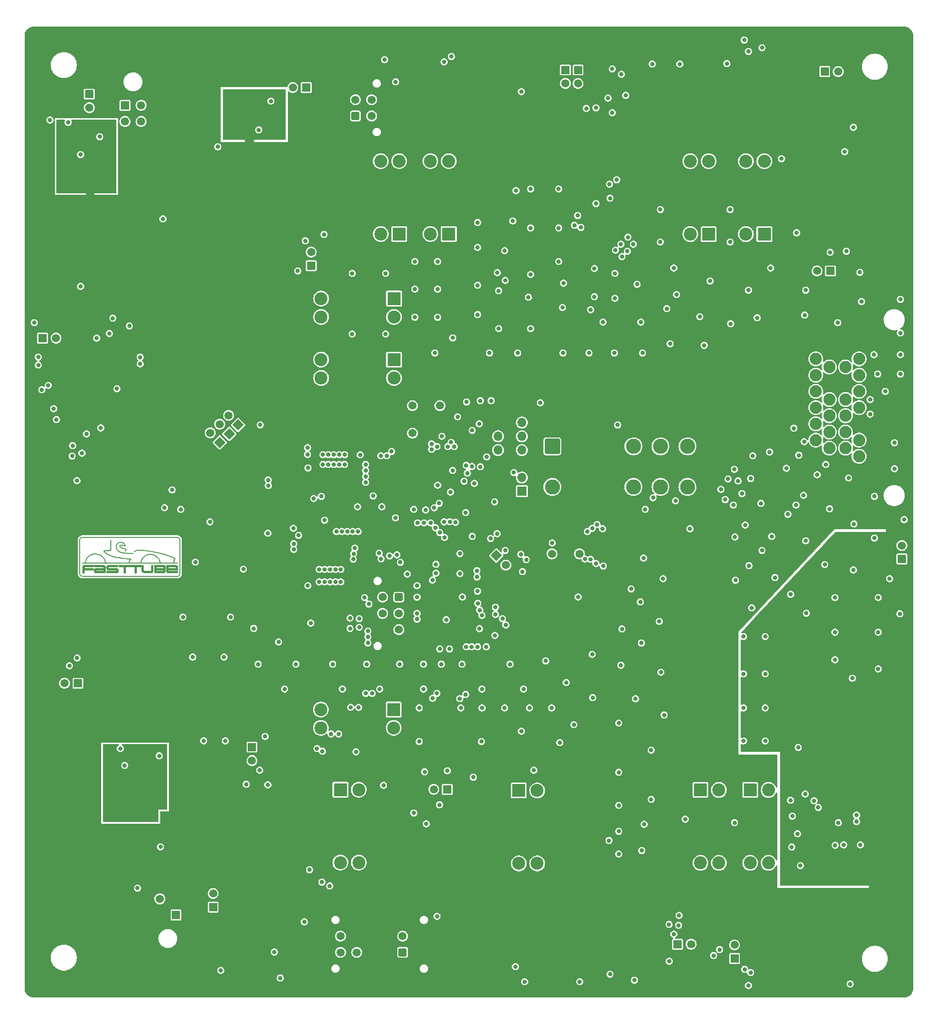
<source format=gbr>
%TF.GenerationSoftware,KiCad,Pcbnew,8.0.5*%
%TF.CreationDate,2025-02-05T16:42:00+01:00*%
%TF.ProjectId,FT25_PDU,46543235-5f50-4445-952e-6b696361645f,V1.2*%
%TF.SameCoordinates,Original*%
%TF.FileFunction,Copper,L3,Inr*%
%TF.FilePolarity,Positive*%
%FSLAX46Y46*%
G04 Gerber Fmt 4.6, Leading zero omitted, Abs format (unit mm)*
G04 Created by KiCad (PCBNEW 8.0.5) date 2025-02-05 16:42:00*
%MOMM*%
%LPD*%
G01*
G04 APERTURE LIST*
G04 Aperture macros list*
%AMRoundRect*
0 Rectangle with rounded corners*
0 $1 Rounding radius*
0 $2 $3 $4 $5 $6 $7 $8 $9 X,Y pos of 4 corners*
0 Add a 4 corners polygon primitive as box body*
4,1,4,$2,$3,$4,$5,$6,$7,$8,$9,$2,$3,0*
0 Add four circle primitives for the rounded corners*
1,1,$1+$1,$2,$3*
1,1,$1+$1,$4,$5*
1,1,$1+$1,$6,$7*
1,1,$1+$1,$8,$9*
0 Add four rect primitives between the rounded corners*
20,1,$1+$1,$2,$3,$4,$5,0*
20,1,$1+$1,$4,$5,$6,$7,0*
20,1,$1+$1,$6,$7,$8,$9,0*
20,1,$1+$1,$8,$9,$2,$3,0*%
%AMRotRect*
0 Rectangle, with rotation*
0 The origin of the aperture is its center*
0 $1 length*
0 $2 width*
0 $3 Rotation angle, in degrees counterclockwise*
0 Add horizontal line*
21,1,$1,$2,0,0,$3*%
G04 Aperture macros list end*
%TA.AperFunction,NonConductor*%
%ADD10C,0.400000*%
%TD*%
%TA.AperFunction,NonConductor*%
%ADD11C,0.200000*%
%TD*%
%TA.AperFunction,ComponentPad*%
%ADD12C,1.500000*%
%TD*%
%TA.AperFunction,ComponentPad*%
%ADD13R,1.500000X1.500000*%
%TD*%
%TA.AperFunction,ComponentPad*%
%ADD14C,5.600000*%
%TD*%
%TA.AperFunction,ComponentPad*%
%ADD15C,2.400000*%
%TD*%
%TA.AperFunction,ComponentPad*%
%ADD16R,2.400000X2.400000*%
%TD*%
%TA.AperFunction,ComponentPad*%
%ADD17RoundRect,0.250001X0.499999X-0.499999X0.499999X0.499999X-0.499999X0.499999X-0.499999X-0.499999X0*%
%TD*%
%TA.AperFunction,ComponentPad*%
%ADD18RotRect,1.500000X1.500000X135.000000*%
%TD*%
%TA.AperFunction,ComponentPad*%
%ADD19C,1.520000*%
%TD*%
%TA.AperFunction,ComponentPad*%
%ADD20R,1.520000X1.520000*%
%TD*%
%TA.AperFunction,ComponentPad*%
%ADD21C,2.250000*%
%TD*%
%TA.AperFunction,ComponentPad*%
%ADD22RotRect,1.500000X1.500000X315.000000*%
%TD*%
%TA.AperFunction,ComponentPad*%
%ADD23O,1.700000X1.700000*%
%TD*%
%TA.AperFunction,ComponentPad*%
%ADD24R,1.700000X1.700000*%
%TD*%
%TA.AperFunction,ComponentPad*%
%ADD25C,2.800000*%
%TD*%
%TA.AperFunction,ComponentPad*%
%ADD26RoundRect,0.250000X-1.150000X-1.150000X1.150000X-1.150000X1.150000X1.150000X-1.150000X1.150000X0*%
%TD*%
%TA.AperFunction,ComponentPad*%
%ADD27RoundRect,0.250001X-0.499999X0.499999X-0.499999X-0.499999X0.499999X-0.499999X0.499999X0.499999X0*%
%TD*%
%TA.AperFunction,ViaPad*%
%ADD28C,0.800000*%
%TD*%
G04 APERTURE END LIST*
D10*
X138200000Y-154690000D02*
X138070000Y-154510000D01*
D11*
X133830000Y-153250000D02*
X133910000Y-152980000D01*
X129710000Y-152450000D02*
X130120000Y-152510000D01*
X128230000Y-150850000D02*
X128220000Y-151020000D01*
X129350000Y-150820000D02*
X129430000Y-151000000D01*
X126920000Y-152500000D02*
X127040000Y-152690000D01*
X127130000Y-152850000D02*
X127190000Y-153000000D01*
X128160000Y-151070000D02*
X128060000Y-151100000D01*
X135440000Y-151220000D02*
X136000000Y-151310000D01*
X141056447Y-149103553D02*
X141060000Y-155400000D01*
X130020000Y-150460000D02*
X129980000Y-150360000D01*
X128120000Y-152020000D02*
X128460000Y-152150000D01*
X134250000Y-151070000D02*
X134800000Y-151130000D01*
X134020000Y-152740000D02*
X134200000Y-152490000D01*
X130120000Y-152510000D02*
X130530000Y-152560000D01*
X130530000Y-150710000D02*
X130260000Y-150620000D01*
D10*
X130760000Y-153930000D02*
X130760000Y-155120000D01*
X138170000Y-154350000D02*
X138190000Y-154210000D01*
D11*
X137250000Y-152870000D02*
X137330000Y-153060000D01*
D10*
X127560000Y-154110000D02*
X127560000Y-154290000D01*
X140410000Y-154490000D02*
X138740000Y-154490000D01*
D11*
X129980000Y-150360000D02*
X129970000Y-150240000D01*
X126960000Y-151240000D02*
X127080000Y-151350000D01*
X124230000Y-152140000D02*
X124420000Y-152020000D01*
X133900000Y-151040000D02*
X134250000Y-151070000D01*
X129540000Y-151130000D02*
X129720000Y-151250000D01*
D10*
X127660000Y-154000000D02*
X127560000Y-154110000D01*
D11*
X129280000Y-150220000D02*
X129250000Y-150410000D01*
X135910000Y-151840000D02*
X136110000Y-151890000D01*
X124870000Y-151820000D02*
X125120000Y-151770000D01*
D10*
X125530000Y-155050000D02*
X125380000Y-155000000D01*
D11*
X127860000Y-151890000D02*
X128120000Y-152020000D01*
X133910000Y-152980000D02*
X134020000Y-152740000D01*
X135230000Y-151860000D02*
X135450000Y-151820000D01*
X128460000Y-152150000D02*
X128710000Y-152230000D01*
X132630000Y-151340000D02*
X132830000Y-151180000D01*
D10*
X138790000Y-153970000D02*
X138880000Y-153940000D01*
D11*
X129280000Y-150600000D02*
X129350000Y-150820000D01*
X125560000Y-151750000D02*
X125740000Y-151780000D01*
X134200000Y-152490000D02*
X134380000Y-152290000D01*
X123660000Y-152900000D02*
X123780000Y-152670000D01*
D10*
X125320000Y-154590000D02*
X125470000Y-154500000D01*
D11*
X137160000Y-152680000D02*
X137250000Y-152870000D01*
D10*
X127070000Y-155050000D02*
X125530000Y-155050000D01*
D11*
X130030000Y-150120000D02*
X130160000Y-150100000D01*
X130470000Y-149650000D02*
X130250000Y-149590000D01*
X130260000Y-150620000D02*
X130120000Y-150550000D01*
X130120000Y-150550000D02*
X130020000Y-150460000D01*
X131800000Y-151670000D02*
X132160000Y-151680000D01*
X133820000Y-153400000D02*
X133830000Y-153250000D01*
X129360000Y-150020000D02*
X129280000Y-150220000D01*
X131810000Y-152880000D02*
X131730000Y-153060000D01*
X139810000Y-152440000D02*
X140030000Y-152600000D01*
D10*
X125380000Y-155000000D02*
X125270000Y-154880000D01*
D11*
X141056447Y-155396447D02*
G75*
G02*
X140556447Y-155896447I-500047J47D01*
G01*
X127080000Y-151350000D02*
X127300000Y-151550000D01*
D10*
X129460000Y-154930000D02*
X129320000Y-155050000D01*
D11*
X135450000Y-151820000D02*
X135700000Y-151820000D01*
D10*
X127070000Y-154140000D02*
X127070000Y-155050000D01*
X138120000Y-155000000D02*
X138200000Y-154880000D01*
D11*
X136760000Y-152220000D02*
X136930000Y-152390000D01*
X127100000Y-151140000D02*
X126980000Y-151170000D01*
X133530000Y-151030000D02*
X133900000Y-151040000D01*
X131730000Y-153060000D02*
X131670000Y-153220000D01*
X124420000Y-152020000D02*
X124620000Y-151920000D01*
X136930000Y-152390000D02*
X137040000Y-152510000D01*
X129470000Y-149850000D02*
X129360000Y-150020000D01*
D10*
X129320000Y-155050000D02*
X127580000Y-155050000D01*
D11*
X127040000Y-152690000D02*
X127130000Y-152850000D01*
X130240000Y-151450000D02*
X130630000Y-151540000D01*
X127300000Y-151550000D02*
X127470000Y-151680000D01*
D10*
X140410000Y-154070000D02*
X140410000Y-154490000D01*
X138710000Y-154060000D02*
X138790000Y-153970000D01*
X138160000Y-154040000D02*
X138030000Y-153930000D01*
X123450000Y-153950000D02*
X123290000Y-153970000D01*
X127780000Y-154490000D02*
X129250000Y-154490000D01*
D11*
X140130000Y-152700000D02*
X140070000Y-152900000D01*
D10*
X124870000Y-153940000D02*
X123450000Y-153950000D01*
X129870000Y-153930000D02*
X133730000Y-153930000D01*
X129380000Y-153930000D02*
X127860000Y-153930000D01*
D11*
X123010000Y-148650000D02*
X140560000Y-148650000D01*
D10*
X125470000Y-154500000D02*
X127060000Y-154500000D01*
D11*
X130780000Y-150200000D02*
X130970000Y-150210000D01*
X131320000Y-152630000D02*
X131700000Y-152660000D01*
X123550000Y-153250000D02*
X123600000Y-153060000D01*
X127470000Y-151680000D02*
X127650000Y-151780000D01*
D10*
X136440000Y-155060000D02*
X137990000Y-155060000D01*
X138200000Y-154880000D02*
X138200000Y-154690000D01*
D11*
X129430000Y-151000000D02*
X129540000Y-151130000D01*
D10*
X135830000Y-155000000D02*
X135920000Y-154880000D01*
D11*
X130970000Y-150210000D02*
X130920000Y-150090000D01*
X130020000Y-149580000D02*
X129810000Y-149630000D01*
X134380000Y-152290000D02*
X134630000Y-152110000D01*
X122990000Y-153430000D02*
X140590000Y-153430000D01*
X131670000Y-153220000D02*
X131620000Y-153390000D01*
X128710000Y-152230000D02*
X129070000Y-152320000D01*
D10*
X138940000Y-155050000D02*
X138800000Y-155000000D01*
D11*
X128240000Y-149210000D02*
X128230000Y-150850000D01*
D10*
X136440000Y-154495000D02*
X138070000Y-154490000D01*
D11*
X123600000Y-153060000D02*
X123660000Y-152900000D01*
X123530000Y-153430000D02*
X123550000Y-153250000D01*
X127570000Y-151130000D02*
X127320000Y-151130000D01*
X129250000Y-150410000D02*
X129280000Y-150600000D01*
X131410000Y-151640000D02*
X131800000Y-151670000D01*
X127650000Y-151780000D02*
X127860000Y-151890000D01*
D10*
X129430000Y-154580000D02*
X129480000Y-154750000D01*
X134230000Y-154980000D02*
X134340000Y-155050000D01*
X138070000Y-154510000D02*
X138170000Y-154350000D01*
D11*
X124050000Y-152310000D02*
X124230000Y-152140000D01*
X123890000Y-152500000D02*
X124050000Y-152310000D01*
X136000000Y-151310000D02*
X137130000Y-151560000D01*
D10*
X127860000Y-153930000D02*
X127660000Y-154000000D01*
X140470000Y-155050000D02*
X138940000Y-155050000D01*
D11*
X125120000Y-151770000D02*
X125340000Y-151740000D01*
X139360000Y-152230000D02*
X139810000Y-152440000D01*
D10*
X136440000Y-153930000D02*
X136440000Y-155060000D01*
D11*
X126780000Y-152340000D02*
X126920000Y-152500000D01*
X130920000Y-150090000D02*
X130820000Y-149930000D01*
D10*
X125320000Y-153950000D02*
X126830000Y-153950000D01*
D11*
X129810000Y-149630000D02*
X129630000Y-149710000D01*
X127320000Y-151130000D02*
X127100000Y-151140000D01*
X132160000Y-151680000D02*
X132430000Y-151680000D01*
D10*
X127560000Y-154290000D02*
X127670000Y-154460000D01*
D11*
X130930000Y-152600000D02*
X131320000Y-152630000D01*
X135700000Y-151820000D02*
X135910000Y-151840000D01*
X125740000Y-151780000D02*
X125950000Y-151820000D01*
X128060000Y-151100000D02*
X127830000Y-151120000D01*
X129970000Y-150240000D02*
X130030000Y-150120000D01*
D10*
X127000000Y-154000000D02*
X127070000Y-154140000D01*
X125260000Y-154730000D02*
X125320000Y-154590000D01*
D11*
X137870000Y-151740000D02*
X138670000Y-151980000D01*
D10*
X123290000Y-153970000D02*
X123200000Y-154070000D01*
D11*
X130530000Y-152560000D02*
X130930000Y-152600000D01*
X133000000Y-151090000D02*
X133150000Y-151040000D01*
X132830000Y-151180000D02*
X133000000Y-151090000D01*
D10*
X140350000Y-154000000D02*
X140410000Y-154070000D01*
D11*
X137040000Y-152510000D02*
X137160000Y-152680000D01*
D10*
X135920000Y-154880000D02*
X135920000Y-153920000D01*
D11*
X130930000Y-151240000D02*
X131110000Y-150880000D01*
X127830000Y-151120000D02*
X127570000Y-151130000D01*
D10*
X134140000Y-154860000D02*
X134230000Y-154980000D01*
D11*
X136340000Y-151970000D02*
X136560000Y-152090000D01*
D10*
X127670000Y-154460000D02*
X127780000Y-154490000D01*
X138190000Y-154210000D02*
X138160000Y-154040000D01*
D11*
X130980000Y-151590000D02*
X131410000Y-151640000D01*
X123060000Y-155900000D02*
X140560000Y-155900000D01*
X122510000Y-149150000D02*
X122513553Y-155396447D01*
X137330000Y-153060000D02*
X137410000Y-153380000D01*
X127230000Y-153150000D02*
X127290000Y-153410000D01*
X129630000Y-149710000D02*
X129470000Y-149850000D01*
D10*
X129250000Y-154490000D02*
X129430000Y-154580000D01*
D11*
X127190000Y-153000000D02*
X127230000Y-153150000D01*
X126110000Y-151880000D02*
X126240000Y-151940000D01*
X136110000Y-151890000D02*
X136340000Y-151970000D01*
X133320000Y-151030000D02*
X133530000Y-151030000D01*
X124620000Y-151920000D02*
X124870000Y-151820000D01*
X130820000Y-149930000D02*
X130640000Y-149760000D01*
X126980000Y-151170000D02*
X126960000Y-151240000D01*
D10*
X125270000Y-154880000D02*
X125260000Y-154730000D01*
D11*
X136560000Y-152090000D02*
X136760000Y-152220000D01*
X139940000Y-153200000D02*
X139840000Y-153370000D01*
D10*
X134140000Y-153930000D02*
X134140000Y-154860000D01*
D11*
X130640000Y-149760000D02*
X130470000Y-149650000D01*
X126440000Y-152050000D02*
X126600000Y-152170000D01*
X122510000Y-149150000D02*
G75*
G02*
X123010000Y-148650000I500000J0D01*
G01*
D10*
X138030000Y-153930000D02*
X136440000Y-153930000D01*
D11*
X123780000Y-152670000D02*
X123890000Y-152500000D01*
X129070000Y-152320000D02*
X129350000Y-152380000D01*
D10*
X140240000Y-153940000D02*
X140350000Y-154000000D01*
D11*
X125340000Y-151740000D02*
X125560000Y-151750000D01*
D10*
X123260000Y-154490000D02*
X124890000Y-154490000D01*
X138710000Y-154880000D02*
X138710000Y-154060000D01*
D11*
X140030000Y-152600000D02*
X140130000Y-152700000D01*
X134630000Y-152110000D02*
X134940000Y-151940000D01*
D10*
X135680000Y-155050000D02*
X135830000Y-155000000D01*
D11*
X129960000Y-151360000D02*
X130240000Y-151450000D01*
X133150000Y-151040000D02*
X133320000Y-151030000D01*
D10*
X132850000Y-153940000D02*
X132850000Y-155100000D01*
X138800000Y-155000000D02*
X138710000Y-154880000D01*
D11*
X129720000Y-151250000D02*
X129960000Y-151360000D01*
X128220000Y-151020000D02*
X128160000Y-151070000D01*
D10*
X129480000Y-154750000D02*
X129460000Y-154930000D01*
X134340000Y-155050000D02*
X135680000Y-155050000D01*
D11*
X129350000Y-152380000D02*
X129710000Y-152450000D01*
X126240000Y-151940000D02*
X126440000Y-152050000D01*
X131700000Y-152660000D02*
X131980000Y-152670000D01*
X123013553Y-155896447D02*
G75*
G02*
X122513553Y-155396447I47J500047D01*
G01*
X138670000Y-151980000D02*
X139360000Y-152230000D01*
X126600000Y-152170000D02*
X126780000Y-152340000D01*
D10*
X137990000Y-155060000D02*
X138120000Y-155000000D01*
D11*
X137130000Y-151560000D02*
X137870000Y-151740000D01*
X130250000Y-149590000D02*
X130020000Y-149580000D01*
D10*
X126830000Y-153950000D02*
X127000000Y-154000000D01*
X138880000Y-153940000D02*
X140240000Y-153940000D01*
D11*
X140070000Y-152900000D02*
X139940000Y-153200000D01*
X130630000Y-151540000D02*
X130980000Y-151590000D01*
X131980000Y-152670000D02*
X131810000Y-152880000D01*
X131110000Y-150880000D02*
X130530000Y-150710000D01*
X125950000Y-151820000D02*
X126110000Y-151880000D01*
X130160000Y-150100000D02*
X130780000Y-150200000D01*
X134940000Y-151940000D02*
X135230000Y-151860000D01*
X134800000Y-151130000D02*
X135440000Y-151220000D01*
D10*
X123180000Y-155160000D02*
X123180000Y-154170000D01*
D11*
X140556447Y-148653553D02*
G75*
G02*
X141056447Y-149153553I-47J-500047D01*
G01*
D12*
%TO.N,/MCU/IN1*%
%TO.C,TP2*%
X165320000Y-95960000D03*
D13*
X165320000Y-98460000D03*
%TD*%
D12*
%TO.N,/connectors/P_Out5*%
%TO.C,TP13*%
X147190001Y-214490000D03*
D13*
X147190001Y-216990000D03*
%TD*%
D12*
%TO.N,/connectors/P_Out9*%
%TO.C,TP14*%
X258880000Y-99440000D03*
D13*
X261380000Y-99440000D03*
%TD*%
D14*
%TO.N,GND*%
%TO.C,REF\u002A\u002A*%
X116410000Y-144080000D03*
%TD*%
D15*
%TO.N,Net-(D39-A2)*%
%TO.C,H12*%
X167110000Y-183885000D03*
X167110000Y-180485000D03*
%TO.N,+24V*%
X180580000Y-183885000D03*
D16*
X180580000Y-180485000D03*
%TD*%
D14*
%TO.N,GND*%
%TO.C,REF\u002A\u002A*%
X116410000Y-190080000D03*
%TD*%
D12*
%TO.N,/connectors/P_Out1*%
%TO.C,J5*%
X176505000Y-67795000D03*
%TO.N,/connectors/P_Out2*%
X176505000Y-70795000D03*
%TO.N,/connectors/P_Out1*%
X173505000Y-67795000D03*
D17*
%TO.N,/connectors/P_Out2*%
X173505000Y-70795000D03*
%TD*%
D12*
%TO.N,/MCU/IN6*%
%TO.C,TP12*%
X212339141Y-64792342D03*
D13*
X212339141Y-62292342D03*
%TD*%
D12*
%TO.N,TSMS SDC*%
%TO.C,K2*%
X184050000Y-129420000D03*
%TO.N,GND*%
X191670000Y-129420000D03*
%TO.N,/EBSR/EBS power*%
X184050000Y-124340000D03*
%TO.N,EBS supply*%
X189130000Y-124340000D03*
%TD*%
%TO.N,/MCU/IN12*%
%TO.C,TP17*%
X150052233Y-126132233D03*
D18*
X151820000Y-127900000D03*
%TD*%
D15*
%TO.N,Net-(D45-A2)*%
%TO.C,H15*%
X167159999Y-119225000D03*
X167159999Y-115825000D03*
%TO.N,/EBSR/EBS power*%
X180629999Y-119225000D03*
D16*
X180629999Y-115825000D03*
%TD*%
D12*
%TO.N,/MCU/IN7*%
%TO.C,TP4*%
X262799999Y-62600000D03*
D13*
X260299999Y-62600000D03*
%TD*%
D19*
%TO.N,/connectors/P_Out4*%
%TO.C,J9*%
X133879500Y-71825800D03*
%TO.N,/connectors/P_Out3*%
X130879500Y-71825800D03*
%TO.N,/connectors/P_Out4*%
X133879500Y-68825800D03*
D20*
%TO.N,/connectors/P_Out3*%
X130879500Y-68825800D03*
%TD*%
D15*
%TO.N,Net-(D11-A2)*%
%TO.C,H5*%
X249915000Y-208820000D03*
X246515000Y-208820000D03*
%TO.N,+24V*%
X249915000Y-195350000D03*
D16*
X246515000Y-195350000D03*
%TD*%
D19*
%TO.N,/connectors/P_Out5*%
%TO.C,J11*%
X137324000Y-215474200D03*
%TO.N,GND*%
X140324000Y-215474200D03*
X137324000Y-218474200D03*
D20*
%TO.N,/connectors/P_Out10*%
X140324000Y-218474200D03*
%TD*%
D14*
%TO.N,GND*%
%TO.C,REF\u002A\u002A*%
X159210000Y-144080000D03*
%TD*%
D12*
%TO.N,/MCU/IN8*%
%TO.C,TP5*%
X188000000Y-195230000D03*
D13*
X190500000Y-195230000D03*
%TD*%
D21*
%TO.N,+24V*%
%TO.C,J10*%
X266650000Y-115700000D03*
%TO.N,/connectors/P_Out9*%
X266650000Y-118700000D03*
%TO.N,/RBR/RES*%
X266650000Y-121700000D03*
%TO.N,/RBR/SDC bypass*%
X266650000Y-124700000D03*
%TO.N,GND*%
X266650000Y-127700000D03*
%TO.N,/connectors/P_Out6*%
X266650000Y-130700000D03*
%TO.N,+24V*%
X266650000Y-133700000D03*
%TO.N,/connectors/P_Out8*%
X264150000Y-117200000D03*
%TO.N,GND*%
X264150000Y-120200000D03*
%TO.N,unconnected-(J10-Pin_17-Pad17)*%
X264150000Y-123200000D03*
%TO.N,/RBR/SDC bypass*%
X264150000Y-126200000D03*
%TO.N,unconnected-(J10-Pin_15-Pad15)*%
X264150000Y-129200000D03*
%TO.N,/connectors/P_Out7*%
X264150000Y-132200000D03*
%TO.N,AS actuator supply*%
X261150000Y-117200000D03*
%TO.N,GND*%
X261150000Y-120200000D03*
%TO.N,stdCAN_H*%
X261150000Y-123200000D03*
%TO.N,FDCAN_L*%
X261150000Y-126200000D03*
%TO.N,FDCAN_H*%
X261150000Y-129200000D03*
%TO.N,stdCAN_L*%
X261150000Y-132200000D03*
%TO.N,+24V*%
X258650000Y-115700000D03*
%TO.N,TSMS SDC*%
X258650000Y-118700000D03*
%TO.N,EBS supply*%
X258650000Y-121700000D03*
%TO.N,24V ASMS*%
X258650000Y-124700000D03*
%TO.N,/connectors/P_Out11*%
X258650000Y-127700000D03*
%TO.N,+24V*%
X258650000Y-130700000D03*
%TO.N,GND*%
X258650000Y-133700000D03*
%TD*%
D15*
%TO.N,Net-(D59-A2)*%
%TO.C,H14*%
X187375001Y-79150000D03*
X190775001Y-79150000D03*
%TO.N,+24V*%
X187375001Y-92620000D03*
D16*
X190775001Y-92620000D03*
%TD*%
D12*
%TO.N,+3V3*%
%TO.C,TP11*%
X201328320Y-153801041D03*
D22*
X199560553Y-152033274D03*
%TD*%
D15*
%TO.N,Net-(D19-A2)*%
%TO.C,H7*%
X235435000Y-79160000D03*
X238835000Y-79160000D03*
%TO.N,+24V*%
X235435000Y-92630000D03*
D16*
X238835000Y-92630000D03*
%TD*%
D23*
%TO.N,/MCU/UART_TX*%
%TO.C,J2*%
X199865000Y-132545000D03*
%TO.N,/MCU/UART_RX*%
X199865000Y-130005000D03*
D24*
%TO.N,GND*%
X199865000Y-127465000D03*
%TD*%
D14*
%TO.N,GND*%
%TO.C,REF\u002A\u002A*%
X116410000Y-98080000D03*
%TD*%
D12*
%TO.N,/MCU/IN3*%
%TO.C,TP6*%
X154370000Y-189930000D03*
D13*
X154370000Y-187430000D03*
%TD*%
D15*
%TO.N,Net-(D15-A2)*%
%TO.C,H6*%
X178185000Y-79150000D03*
X181585000Y-79150000D03*
%TO.N,+24V*%
X178185000Y-92620000D03*
D16*
X181585000Y-92620000D03*
%TD*%
D12*
%TO.N,+3V3*%
%TO.C,U11*%
X209860000Y-151720000D03*
%TO.N,GND*%
X212400000Y-151720000D03*
%TO.N,Net-(D56-K)*%
X214940000Y-151720000D03*
%TD*%
%TO.N,/MCU/IN2*%
%TO.C,TP7*%
X118140000Y-111860000D03*
D13*
X115640000Y-111860000D03*
%TD*%
D12*
%TO.N,GND*%
%TO.C,J3*%
X185234201Y-222361500D03*
X185234201Y-225361500D03*
%TO.N,/connectors/P_Out10*%
X182234201Y-222361500D03*
D17*
X182234201Y-225361500D03*
%TD*%
D12*
%TO.N,/connectors/P_Out3*%
%TO.C,TP19*%
X124290000Y-69270000D03*
D13*
X124290000Y-66770000D03*
%TD*%
D25*
%TO.N,24V ASMS*%
%TO.C,K1*%
X209929411Y-139355000D03*
D26*
%TO.N,Net-(K1-PadA1)*%
X209929411Y-131855000D03*
D25*
%TO.N,unconnected-(K1-Pad24)*%
X234929411Y-139355000D03*
%TO.N,/RBR/SDC bypass*%
X224929411Y-139355000D03*
%TO.N,/RBR/RES*%
X229929411Y-139355000D03*
%TO.N,AS actuator supply*%
X234929411Y-131855000D03*
%TO.N,unconnected-(K1-Pad12)*%
X224929411Y-131855000D03*
%TO.N,24V ASMS*%
X229929411Y-131855000D03*
%TD*%
D15*
%TO.N,Net-(D35-A2)*%
%TO.C,H11*%
X167160000Y-107945000D03*
X167160000Y-104545000D03*
%TO.N,+24V*%
X180630000Y-107945000D03*
D16*
X180630000Y-104545000D03*
%TD*%
D12*
%TO.N,/MCU/IN10*%
%TO.C,TP3*%
X214665218Y-64797470D03*
D13*
X214665218Y-62297470D03*
%TD*%
D14*
%TO.N,GND*%
%TO.C,REF\u002A\u002A*%
X159210000Y-98080000D03*
%TD*%
D15*
%TO.N,Net-(D51-A2)*%
%TO.C,H13*%
X240725000Y-208820000D03*
X237325000Y-208820000D03*
%TO.N,AS actuator supply*%
X240725000Y-195350000D03*
D16*
X237325000Y-195350000D03*
%TD*%
D12*
%TO.N,/MCU/IN5*%
%TO.C,TP10*%
X235590000Y-223860000D03*
D13*
X233090000Y-223860000D03*
%TD*%
D12*
%TO.N,/MCU/IN13*%
%TO.C,TP16*%
X146658507Y-129361594D03*
D18*
X148426274Y-131129361D03*
%TD*%
D12*
%TO.N,GND*%
%TO.C,J7*%
X178535000Y-165725000D03*
%TO.N,FDCAN_H*%
X178535000Y-162725000D03*
%TO.N,stdCAN_H*%
X178535000Y-159725000D03*
%TO.N,/connectors/P_Out11*%
X181535000Y-165725000D03*
%TO.N,FDCAN_L*%
X181535000Y-162725000D03*
D27*
%TO.N,stdCAN_L*%
X181535000Y-159725000D03*
%TD*%
D14*
%TO.N,GND*%
%TO.C,REF\u002A\u002A*%
X159210000Y-190080000D03*
%TD*%
D12*
%TO.N,/MCU/IN11*%
%TO.C,TP15*%
X148399929Y-127761594D03*
D18*
X150167696Y-129529361D03*
%TD*%
D12*
%TO.N,/connectors/P_Out6*%
%TO.C,TP9*%
X274570000Y-150180000D03*
D13*
X274570000Y-152680000D03*
%TD*%
D15*
%TO.N,Net-(D27-A2)*%
%TO.C,H9*%
X207125000Y-208920000D03*
X203725000Y-208920000D03*
%TO.N,+24V*%
X207125000Y-195450000D03*
D16*
X203725000Y-195450000D03*
%TD*%
D15*
%TO.N,Net-(D31-A2)*%
%TO.C,H10*%
X174125000Y-208770000D03*
X170725000Y-208770000D03*
%TO.N,+24V*%
X174125000Y-195300000D03*
D16*
X170725000Y-195300000D03*
%TD*%
D12*
%TO.N,/connectors/P_Out12*%
%TO.C,J1*%
X170750000Y-225364200D03*
%TO.N,/connectors/P_Out14*%
X170750000Y-222364200D03*
%TO.N,/connectors/P_Out13*%
X173750000Y-225364200D03*
D27*
%TO.N,GND*%
X173750000Y-222364200D03*
%TD*%
D23*
%TO.N,/MCU/SWO*%
%TO.C,J4*%
X204285000Y-127465000D03*
%TO.N,/MCU/NRST*%
X204285000Y-130005000D03*
%TO.N,/MCU/SWDIO*%
X204285000Y-132545000D03*
%TO.N,GND*%
X204285000Y-135085000D03*
%TO.N,/MCU/SWCLK*%
X204285000Y-137625000D03*
D24*
%TO.N,+3V3*%
X204285000Y-140165000D03*
%TD*%
D12*
%TO.N,/MCU/IN9*%
%TO.C,TP8*%
X119700000Y-175640000D03*
D13*
X122200000Y-175640000D03*
%TD*%
D12*
%TO.N,/MCU/IN4*%
%TO.C,TP1*%
X243620000Y-224000000D03*
D13*
X243620000Y-226500000D03*
%TD*%
D12*
%TO.N,/connectors/P_Out1*%
%TO.C,TP18*%
X161920000Y-65550000D03*
D13*
X164420000Y-65550000D03*
%TD*%
D15*
%TO.N,Net-(D23-A2)*%
%TO.C,H8*%
X245725000Y-79160000D03*
X249125000Y-79160000D03*
%TO.N,+24V*%
X245725000Y-92630000D03*
D16*
X249125000Y-92630000D03*
%TD*%
D28*
%TO.N,GND*%
X114800000Y-54800000D03*
X264600000Y-55500000D03*
X267300000Y-55500000D03*
X253800000Y-55500000D03*
X261900000Y-55500000D03*
X135000000Y-55500000D03*
X243000000Y-55500000D03*
X159300000Y-55500000D03*
X170100000Y-55500000D03*
X189000000Y-55500000D03*
X226800000Y-55500000D03*
X221400000Y-55500000D03*
X234900000Y-55500000D03*
X194400000Y-55500000D03*
X129600000Y-55500000D03*
X186300000Y-55500000D03*
X270000000Y-55500000D03*
X121500000Y-55500000D03*
X210600000Y-55500000D03*
X272700000Y-55500000D03*
X240300000Y-55500000D03*
X237600000Y-55500000D03*
X180900000Y-55500000D03*
X216000000Y-55500000D03*
X259200000Y-55500000D03*
X245700000Y-55500000D03*
X172800000Y-55500000D03*
X205200000Y-55500000D03*
X256500000Y-55500000D03*
X232200000Y-55500000D03*
X224100000Y-55500000D03*
X251100000Y-55500000D03*
X248400000Y-55500000D03*
X178200000Y-55500000D03*
X151200000Y-55500000D03*
X202500000Y-55500000D03*
X132300000Y-55500000D03*
X156600000Y-55500000D03*
X137700000Y-55500000D03*
X153900000Y-55500000D03*
X229500000Y-55500000D03*
X124200000Y-55500000D03*
X191700000Y-55500000D03*
X118800000Y-55500000D03*
X116100000Y-55500000D03*
X218700000Y-55500000D03*
X148500000Y-55500000D03*
X167400000Y-55500000D03*
X140400000Y-55500000D03*
X199800000Y-55500000D03*
X145800000Y-55500000D03*
X164700000Y-55500000D03*
X143100000Y-55500000D03*
X213300000Y-55500000D03*
X207900000Y-55500000D03*
X162000000Y-55500000D03*
X183600000Y-55500000D03*
X197100000Y-55500000D03*
X175500000Y-55500000D03*
X126900000Y-55500000D03*
X274100000Y-54800000D03*
X266000000Y-54800000D03*
X268700000Y-54800000D03*
X271400000Y-54800000D03*
X263300000Y-54800000D03*
X260600000Y-54800000D03*
X257900000Y-54800000D03*
X222800000Y-54800000D03*
X255200000Y-54800000D03*
X233600000Y-54800000D03*
X225500000Y-54800000D03*
X252500000Y-54800000D03*
X230900000Y-54800000D03*
X249800000Y-54800000D03*
X247100000Y-54800000D03*
X244400000Y-54800000D03*
X241700000Y-54800000D03*
X228200000Y-54800000D03*
X239000000Y-54800000D03*
X236300000Y-54800000D03*
X217400000Y-54800000D03*
X212000000Y-54800000D03*
X206600000Y-54800000D03*
X203900000Y-54800000D03*
X195800000Y-54800000D03*
X190400000Y-54800000D03*
X187700000Y-54800000D03*
X182300000Y-54800000D03*
X179600000Y-54800000D03*
X174200000Y-54800000D03*
X171500000Y-54800000D03*
X133700000Y-54800000D03*
X158000000Y-54800000D03*
X122900000Y-54800000D03*
X160700000Y-54800000D03*
X152600000Y-54800000D03*
X155300000Y-54800000D03*
X139100000Y-54800000D03*
X136400000Y-54800000D03*
X131000000Y-54800000D03*
X198500000Y-54800000D03*
X176900000Y-54800000D03*
X128300000Y-54800000D03*
X120200000Y-54800000D03*
X117500000Y-54800000D03*
X168800000Y-54800000D03*
X141800000Y-54800000D03*
X201200000Y-54800000D03*
X147200000Y-54800000D03*
X166100000Y-54800000D03*
X144500000Y-54800000D03*
X220100000Y-54800000D03*
X214700000Y-54800000D03*
X209300000Y-54800000D03*
X163400000Y-54800000D03*
X193100000Y-54800000D03*
X149900000Y-54800000D03*
X185000000Y-54800000D03*
X125600000Y-54800000D03*
X112800000Y-231000000D03*
X113500000Y-210800000D03*
X113500000Y-102800000D03*
X113500000Y-186500000D03*
X113500000Y-175700000D03*
X113500000Y-156800000D03*
X113500000Y-119000000D03*
X113500000Y-124400000D03*
X113500000Y-110900000D03*
X113500000Y-151400000D03*
X113500000Y-216200000D03*
X113500000Y-159500000D03*
X113500000Y-224300000D03*
X113500000Y-135200000D03*
X113500000Y-164900000D03*
X113500000Y-129800000D03*
X113500000Y-173000000D03*
X113500000Y-140600000D03*
X113500000Y-113600000D03*
X113500000Y-121700000D03*
X113500000Y-167600000D03*
X113500000Y-194600000D03*
X113500000Y-213500000D03*
X113500000Y-208100000D03*
X113500000Y-116300000D03*
X113500000Y-221600000D03*
X113500000Y-154100000D03*
X113500000Y-227000000D03*
X113500000Y-229700000D03*
X113500000Y-127100000D03*
X113500000Y-197300000D03*
X113500000Y-178400000D03*
X113500000Y-205400000D03*
X113500000Y-200000000D03*
X113500000Y-181100000D03*
X113500000Y-202700000D03*
X113500000Y-132500000D03*
X113500000Y-137900000D03*
X113500000Y-183800000D03*
X113500000Y-162200000D03*
X113500000Y-148700000D03*
X113500000Y-170300000D03*
X113500000Y-218900000D03*
X112800000Y-123000000D03*
X112800000Y-112200001D03*
X112800000Y-120300001D03*
X112800000Y-114900000D03*
X112800000Y-104100000D03*
X112800000Y-117600000D03*
X112800000Y-106800000D03*
X112800000Y-109500000D03*
X112800000Y-128399999D03*
X112800000Y-133800000D03*
X112800000Y-139200000D03*
X112800000Y-141900000D03*
X112800000Y-150000000D03*
X112800000Y-155400001D03*
X112800000Y-158100000D03*
X112800000Y-163500001D03*
X112800000Y-166200000D03*
X112800000Y-171599999D03*
X112800000Y-174300000D03*
X112800000Y-212100000D03*
X112800000Y-187800000D03*
X112800000Y-222900000D03*
X112800000Y-185100000D03*
X112800000Y-193200000D03*
X112800000Y-206699999D03*
X112800000Y-209400000D03*
X112800000Y-214799999D03*
X112800000Y-147300000D03*
X112800000Y-168900000D03*
X112800000Y-217500000D03*
X112800000Y-225600001D03*
X112800000Y-228300000D03*
X112800000Y-177000000D03*
X112800000Y-204000000D03*
X112800000Y-198600001D03*
X112800000Y-179699999D03*
X112800000Y-201300000D03*
X112800000Y-125700000D03*
X112800000Y-131100000D03*
X112800000Y-136499999D03*
X112800000Y-182400000D03*
X112800000Y-152700000D03*
X112800000Y-195900000D03*
X112800000Y-160800000D03*
X112800000Y-220200000D03*
X272700000Y-233200000D03*
X264600000Y-233200000D03*
X267300000Y-233200000D03*
X270000000Y-233200000D03*
X261900000Y-233200000D03*
X259200000Y-233200000D03*
X256500000Y-233200000D03*
X221400000Y-233200000D03*
X253800000Y-233200000D03*
X232200000Y-233200000D03*
X224100000Y-233200000D03*
X251100000Y-233200000D03*
X229500000Y-233200000D03*
X248400000Y-233200000D03*
X245700000Y-233200000D03*
X243000000Y-233200000D03*
X240300000Y-233200000D03*
X226800000Y-233200000D03*
X237600000Y-233200000D03*
X234900000Y-233200000D03*
X216000000Y-233200000D03*
X210600000Y-233200000D03*
X205200000Y-233200000D03*
X202500000Y-233200000D03*
X194400000Y-233200000D03*
X189000000Y-233200000D03*
X186300000Y-233200000D03*
X180900000Y-233200000D03*
X178200000Y-233200000D03*
X172800000Y-233200000D03*
X170100000Y-233200000D03*
X132300000Y-233200000D03*
X156600000Y-233200000D03*
X121500000Y-233200000D03*
X159300000Y-233200000D03*
X151200000Y-233200000D03*
X153900000Y-233200000D03*
X137700000Y-233200000D03*
X135000000Y-233200000D03*
X129600000Y-233200000D03*
X197100000Y-233200000D03*
X175500000Y-233200000D03*
X126900000Y-233200000D03*
X118800000Y-233200000D03*
X116100000Y-233200000D03*
X167400000Y-233200000D03*
X140400000Y-233200000D03*
X199800000Y-233200000D03*
X145800000Y-233200000D03*
X164700000Y-233200000D03*
X143100000Y-233200000D03*
X218700000Y-233200000D03*
X213300000Y-233200000D03*
X207900000Y-233200000D03*
X162000000Y-233200000D03*
X191700000Y-233200000D03*
X148500000Y-233200000D03*
X183600000Y-233200000D03*
X124200000Y-233200000D03*
X274100000Y-232500000D03*
X271400000Y-232500000D03*
X268700000Y-232500000D03*
X266000000Y-232500000D03*
X263300000Y-232500000D03*
X260600000Y-232500000D03*
X257900000Y-232500000D03*
X255200000Y-232500000D03*
X252500000Y-232500000D03*
X249800000Y-232500000D03*
X247100000Y-232500000D03*
X244400000Y-232500000D03*
X241700000Y-232500000D03*
X239000000Y-232500000D03*
X236300000Y-232500000D03*
X233600000Y-232500000D03*
X230900000Y-232500000D03*
X228200000Y-232500000D03*
X225500000Y-232500000D03*
X222800000Y-232500000D03*
X220100000Y-232500000D03*
X217400000Y-232500000D03*
X214700000Y-232500000D03*
X212000000Y-232500000D03*
X209300000Y-232500000D03*
X206600000Y-232500000D03*
X203900000Y-232500000D03*
X201200000Y-232500000D03*
X198500000Y-232500000D03*
X195800000Y-232500000D03*
X193100000Y-232500000D03*
X190400000Y-232500000D03*
X187700000Y-232500000D03*
X185000000Y-232500000D03*
X182300000Y-232500000D03*
X179600000Y-232500000D03*
X176900000Y-232500000D03*
X174200000Y-232500000D03*
X171500000Y-232500000D03*
X168800000Y-232500000D03*
X166100000Y-232500000D03*
X163400000Y-232500000D03*
X160700000Y-232500000D03*
X158000000Y-232500000D03*
X155300000Y-232500000D03*
X152600000Y-232500000D03*
X149900000Y-232500000D03*
X147200000Y-232500000D03*
X144500000Y-232500000D03*
X141800000Y-232500000D03*
X139100000Y-232500000D03*
X136400000Y-232500000D03*
X133700000Y-232500000D03*
X131000000Y-232500000D03*
X128300000Y-232500000D03*
X125600000Y-232500000D03*
X122900000Y-232500000D03*
X120200000Y-232500000D03*
X117500000Y-232500000D03*
%TO.N,Net-(U2-PA0)*%
X214700000Y-159700000D03*
%TO.N,/MCU/NRST*%
X196600000Y-135633794D03*
%TO.N,GND*%
X156200000Y-56750000D03*
X140700000Y-76700000D03*
X126300000Y-57200000D03*
X157550000Y-56750000D03*
X162700000Y-56750000D03*
X202070000Y-141100000D03*
X265900000Y-82700000D03*
X188725000Y-137630000D03*
X142000000Y-189000000D03*
X130070000Y-106520000D03*
X232150001Y-60800000D03*
X126595000Y-114185000D03*
X133298000Y-139970000D03*
X229300000Y-153800000D03*
X148200000Y-74600000D03*
X114700000Y-63800000D03*
X146500000Y-158700000D03*
X275100000Y-165500000D03*
X198930009Y-83630009D03*
X198981636Y-58948364D03*
X270150000Y-90373218D03*
X120300000Y-100000000D03*
X268450000Y-83226782D03*
X235100000Y-128600000D03*
X158600000Y-221350000D03*
X152590000Y-83790000D03*
X113400000Y-59800000D03*
X218798012Y-88898004D03*
X154200000Y-74100000D03*
X162340000Y-227320000D03*
X252800000Y-166800000D03*
X269299999Y-90900000D03*
X275100000Y-176700000D03*
X159350000Y-220500000D03*
X121020000Y-187060000D03*
X251500000Y-169400000D03*
X217427008Y-226775000D03*
X128580000Y-194790000D03*
X244450000Y-220530000D03*
X125020000Y-190060000D03*
X124500000Y-81800000D03*
X271850000Y-83226782D03*
X162950000Y-188250000D03*
X151402000Y-229980000D03*
X252800000Y-173300000D03*
X183500000Y-206170000D03*
X113400000Y-62500000D03*
X126300000Y-62500000D03*
X137690000Y-114580000D03*
X125020000Y-193060000D03*
X272700000Y-82700000D03*
X188499994Y-133200000D03*
X186625001Y-67910000D03*
X271800000Y-176700000D03*
X196400000Y-138000000D03*
X267600000Y-90900000D03*
X273550000Y-90373218D03*
X192450000Y-70165001D03*
X183520000Y-201650000D03*
X120300000Y-98700000D03*
X125000000Y-58500000D03*
X275100000Y-169400000D03*
X120300000Y-97300000D03*
X251500000Y-164200000D03*
X134400001Y-101079999D03*
X272699999Y-90900000D03*
X119820000Y-82610000D03*
X242440000Y-57040000D03*
X275100000Y-170700000D03*
X272900000Y-176700000D03*
X217270000Y-75120000D03*
X274400000Y-85600000D03*
X274926782Y-89850000D03*
X194000000Y-130100000D03*
X270700000Y-176700000D03*
X185600000Y-132000000D03*
X121020000Y-190060000D03*
X275100000Y-166800000D03*
X156030000Y-150040000D03*
X164650000Y-59200000D03*
X229540000Y-68670000D03*
X177200000Y-137760000D03*
X123900000Y-134000000D03*
X180473008Y-59923008D03*
X140700000Y-71700000D03*
X117000000Y-85900000D03*
X163950000Y-56750000D03*
X113400000Y-58500000D03*
X125000000Y-62500000D03*
X185171992Y-155668008D03*
X229600000Y-145900000D03*
X167870000Y-80280000D03*
X116950000Y-127809998D03*
X142000000Y-192000000D03*
X252800000Y-164200000D03*
X151800000Y-140000000D03*
X130400000Y-81200000D03*
X140700000Y-72700000D03*
X274400000Y-83899999D03*
X121600000Y-96000000D03*
X126300000Y-58500000D03*
X240270000Y-63100000D03*
X234852089Y-199006073D03*
X142000000Y-195000000D03*
X140700000Y-78700000D03*
X135710000Y-129090000D03*
X241590000Y-216010000D03*
X251500000Y-172000000D03*
X196900000Y-147200000D03*
X140700000Y-75700000D03*
X191600000Y-114800000D03*
X260240000Y-200890000D03*
X121600000Y-98700000D03*
X125000000Y-63800000D03*
X130010000Y-177380000D03*
X251500000Y-173300000D03*
X240800000Y-227800000D03*
X232238147Y-227775000D03*
X266750000Y-90373218D03*
X147700000Y-132700000D03*
X158900000Y-56750000D03*
X130209425Y-128709479D03*
X126500000Y-130900000D03*
X123020000Y-187060000D03*
X271800000Y-175700000D03*
X179900000Y-210800000D03*
X257800000Y-208564999D03*
X154200000Y-72700000D03*
X114700000Y-62500000D03*
X204430000Y-149675000D03*
X140000000Y-189000000D03*
X181400000Y-135721507D03*
X140700000Y-74700000D03*
X274400000Y-90900000D03*
X251500000Y-166800000D03*
X201379994Y-139000000D03*
X168750000Y-90690000D03*
X182700000Y-64300000D03*
X164010000Y-195260000D03*
X123800000Y-141300000D03*
X192025000Y-133155564D03*
X153255000Y-143865000D03*
X267082501Y-69210000D03*
X121600000Y-100000000D03*
X124500000Y-83300000D03*
X154425000Y-143860000D03*
X140000000Y-192000000D03*
X140700000Y-77700000D03*
X244490000Y-216660000D03*
X158990000Y-154700000D03*
X274000000Y-175700000D03*
X274400000Y-89000000D03*
X267600000Y-82700000D03*
X140700000Y-80700000D03*
X125096643Y-176415000D03*
X251500000Y-170700000D03*
X131540000Y-163930000D03*
X184700000Y-137700000D03*
X275100000Y-173300000D03*
X268450000Y-90373218D03*
X124740000Y-108780000D03*
X131540000Y-160600000D03*
X275100000Y-172000000D03*
X148960000Y-193750000D03*
X135350000Y-194860000D03*
X252800000Y-172000000D03*
X214590000Y-126320000D03*
X146800000Y-197100000D03*
X275100000Y-164200000D03*
X195170000Y-196200000D03*
X252800000Y-169400000D03*
X121020000Y-193060000D03*
X252050000Y-86400000D03*
X126300000Y-61100000D03*
X212000000Y-168600000D03*
X275100000Y-174600000D03*
X160220000Y-219510000D03*
X270150000Y-83226782D03*
X179087574Y-149787575D03*
X231775000Y-217920000D03*
X206840000Y-230230000D03*
X212900000Y-155475000D03*
X265899999Y-90900000D03*
X215500000Y-128000000D03*
X242075015Y-222124985D03*
X140700000Y-83700000D03*
X269300000Y-82700000D03*
X116950000Y-135830000D03*
X254600000Y-198200000D03*
X140700000Y-73700000D03*
X275100000Y-168100000D03*
X247207740Y-59194900D03*
X274000000Y-176700000D03*
X167600000Y-124500000D03*
X123020000Y-190060000D03*
X251500000Y-165500000D03*
X194400004Y-57000000D03*
X258864644Y-208564999D03*
X252800000Y-168100000D03*
X263300000Y-216500000D03*
X178245000Y-136795000D03*
X224200000Y-127600000D03*
X121600000Y-97300000D03*
X148400000Y-99900000D03*
X249000000Y-75400000D03*
X125020000Y-187060000D03*
X144000000Y-195000000D03*
X271850000Y-90373218D03*
X125000000Y-59800000D03*
X144240000Y-96300000D03*
X182550000Y-134690000D03*
X243400000Y-65100000D03*
X125000000Y-57200000D03*
X274926782Y-88150000D03*
X114700000Y-58500000D03*
X235970000Y-69880000D03*
X199550000Y-202990000D03*
X129100000Y-224500000D03*
X145248008Y-149151992D03*
X144000000Y-189000000D03*
X252800000Y-174600000D03*
X140700000Y-81700000D03*
X160200000Y-56750000D03*
X144000000Y-192000000D03*
X217140000Y-70970000D03*
X120300000Y-96000000D03*
X114700000Y-57200000D03*
X129286643Y-176385057D03*
X271000000Y-82700000D03*
X142900000Y-143900000D03*
X251500000Y-174600000D03*
X274926782Y-86450000D03*
X260700000Y-66800000D03*
X226460000Y-207680000D03*
X252800000Y-165500000D03*
X123020000Y-193060000D03*
X273550000Y-83226782D03*
X140700000Y-79700000D03*
X113400000Y-63800000D03*
X211890000Y-68700000D03*
X185500000Y-141700000D03*
X271000000Y-90900000D03*
X272900000Y-175700000D03*
X166975000Y-198520000D03*
X274926782Y-84750000D03*
X161500000Y-56750000D03*
X275100000Y-175700000D03*
X221190000Y-149810000D03*
X157895000Y-66595000D03*
X222170599Y-154075000D03*
X219100000Y-195200000D03*
X266750000Y-83226782D03*
X151600000Y-68300000D03*
X126210000Y-73180000D03*
X251500000Y-168100000D03*
X113400000Y-61100000D03*
X132600000Y-198700000D03*
X137410000Y-194860000D03*
X126300000Y-59800000D03*
X140000000Y-195000000D03*
X125000000Y-61100000D03*
X274400000Y-87299999D03*
X252800000Y-170700000D03*
X161120000Y-218550000D03*
X126300000Y-63800000D03*
X197600000Y-132070000D03*
X229706522Y-226989502D03*
X133430000Y-199400000D03*
X247030000Y-62725000D03*
X193560000Y-220630000D03*
X114700000Y-59800000D03*
X152615045Y-153286262D03*
X201240000Y-70840000D03*
X164650000Y-57900000D03*
X114700000Y-61100000D03*
X252050000Y-87800000D03*
X121096643Y-164655057D03*
X141750000Y-91230000D03*
X199570000Y-199410000D03*
X270700000Y-175700000D03*
X136350000Y-194860000D03*
X274400000Y-82700000D03*
X223800000Y-217600000D03*
X140470000Y-130070000D03*
X125100000Y-140000000D03*
X131520000Y-162470000D03*
X139330000Y-90060000D03*
X200540000Y-146910000D03*
X154900000Y-56750000D03*
X113400000Y-57200000D03*
X151800000Y-199000000D03*
X128310000Y-75640000D03*
%TO.N,+3V3*%
X157865000Y-68065000D03*
X233500000Y-61200000D03*
X171500000Y-135200000D03*
X175400000Y-137400000D03*
X169500000Y-133400000D03*
X207700000Y-123800000D03*
X195100000Y-128900000D03*
X165250000Y-164525000D03*
X164699992Y-157600000D03*
X190600000Y-131900000D03*
X204100000Y-151800000D03*
X196100000Y-168900012D03*
X187600000Y-131400000D03*
X199750000Y-99750000D03*
X175800000Y-168200000D03*
X166800000Y-156900000D03*
X201200000Y-151100000D03*
X204200000Y-66300000D03*
X191200000Y-131100000D03*
X155805000Y-191700000D03*
X128640000Y-108180000D03*
X167800000Y-154600000D03*
X186200000Y-146000000D03*
X187400000Y-146000000D03*
X232400000Y-222000000D03*
X191800000Y-131900000D03*
X196400000Y-127700000D03*
X167500000Y-135200000D03*
X201199997Y-101199997D03*
X220225000Y-67500000D03*
X175800000Y-167100000D03*
X197700000Y-168900000D03*
X187600000Y-132400000D03*
X133700000Y-115375000D03*
X188600000Y-131900000D03*
X122026642Y-170965056D03*
X169500000Y-135200000D03*
X168800000Y-156900000D03*
X175400000Y-136300000D03*
X188300000Y-146900000D03*
X171500000Y-133400000D03*
X174000000Y-147600000D03*
X170000000Y-147600000D03*
X175800000Y-166000000D03*
X190000000Y-148700000D03*
X246200000Y-58900000D03*
X164640000Y-133350000D03*
X126210000Y-74640000D03*
X168500000Y-135200000D03*
X185000000Y-146000000D03*
X194000000Y-168900000D03*
X169800000Y-154600000D03*
X170500000Y-133400000D03*
X225100008Y-230500000D03*
X187739097Y-156575000D03*
X169800000Y-156900000D03*
X165025000Y-210100000D03*
X164730000Y-135850000D03*
X171000000Y-147600000D03*
X245500000Y-228500000D03*
X145438624Y-186269996D03*
X188400000Y-153650000D03*
X166800000Y-154600000D03*
X168500000Y-133400000D03*
X188710000Y-139040000D03*
X189100000Y-147800000D03*
X170800000Y-156900000D03*
X175400000Y-138500000D03*
X223500000Y-67000000D03*
X130035000Y-187700000D03*
X191500000Y-136300000D03*
X184300000Y-143500000D03*
X164660000Y-132100000D03*
X248700000Y-58200000D03*
X170500000Y-135200000D03*
X204400000Y-155000000D03*
X167500000Y-133400000D03*
X170800000Y-154600000D03*
X175400000Y-135200000D03*
X195000000Y-168900000D03*
X172000000Y-147600000D03*
X164250000Y-93870000D03*
X189060000Y-198100000D03*
X149450000Y-186282143D03*
X194062314Y-123660425D03*
X167800000Y-156900000D03*
X193900000Y-144100000D03*
X188399998Y-155300000D03*
X205100000Y-152800000D03*
X202800000Y-136700000D03*
X173000000Y-147600000D03*
X168800000Y-154600000D03*
%TO.N,stdCAN_H*%
X196133795Y-160866207D03*
X216989289Y-152725000D03*
X232700000Y-141925000D03*
X217300000Y-147000000D03*
X199400000Y-162900000D03*
X247000008Y-133600000D03*
X184900000Y-157600000D03*
%TO.N,/MCU/Vref*%
X157300000Y-147900000D03*
X152780000Y-154550000D03*
%TO.N,stdCAN_L*%
X193300000Y-159700000D03*
X243600000Y-136100000D03*
X215942925Y-152674563D03*
X216400000Y-147600000D03*
X228550378Y-141349621D03*
X199400000Y-161600000D03*
X184900000Y-159725000D03*
%TO.N,/MCU/NRST*%
X195050000Y-135577024D03*
X191099997Y-140299997D03*
X193990000Y-135364382D03*
%TO.N,/powerstages/IS4*%
X246600000Y-229100000D03*
X204800000Y-230800000D03*
%TO.N,/connectors/P_Out1*%
X162830000Y-99440000D03*
%TO.N,/powerstages/IS1*%
X178900000Y-60400000D03*
X167700000Y-92700000D03*
%TO.N,/powerstages/IS10*%
X221000000Y-70200000D03*
X221000000Y-62100000D03*
%TO.N,/connectors/P_Out8*%
X237200000Y-107900000D03*
X191260000Y-59820000D03*
X232900000Y-103800000D03*
X231100000Y-106400000D03*
X202600000Y-90200000D03*
X205900000Y-100100000D03*
X211100000Y-97700000D03*
X217700000Y-104200000D03*
X205900000Y-84300000D03*
X242900000Y-109200000D03*
X221500000Y-104500000D03*
X211100000Y-91500000D03*
X203200000Y-84600000D03*
X217700000Y-99000000D03*
X205900000Y-91500000D03*
X211100000Y-84300000D03*
X247800000Y-108100000D03*
X225600000Y-101900000D03*
X221500000Y-99900000D03*
X201100000Y-95700000D03*
X212000000Y-101700000D03*
%TO.N,/powerstages/IS8*%
X186600000Y-201600000D03*
X159600000Y-230100000D03*
%TO.N,/powerstages/IS3*%
X148600000Y-228700000D03*
X153301992Y-194298008D03*
%TO.N,/powerstages/IS2*%
X155900000Y-127900000D03*
X131700000Y-109600000D03*
%TO.N,/connectors/P_Out9*%
X267100000Y-105100000D03*
X274300000Y-104700000D03*
X274300000Y-110900000D03*
X266800000Y-99700000D03*
X261300000Y-96000000D03*
X269400000Y-114900000D03*
X270100000Y-118500000D03*
X274300000Y-118500000D03*
X255100000Y-92400000D03*
X274300000Y-114900000D03*
%TO.N,/powerstages/IS9*%
X120600000Y-172400000D03*
X139600000Y-139900000D03*
%TO.N,Net-(IC9-SW)*%
X256690000Y-196100000D03*
X255400002Y-187499995D03*
%TO.N,Net-(D43-K)*%
X253979994Y-197260000D03*
X258320002Y-197355000D03*
%TO.N,Net-(IC9-PFM{slash}SYNC)*%
X262820000Y-201410000D03*
X254325000Y-200207326D03*
%TO.N,Net-(C53-Pad2)*%
X266900000Y-205500000D03*
X263800000Y-205500000D03*
%TO.N,/connectors/P_Out5*%
X133200000Y-213500002D03*
X130830000Y-190830000D03*
%TO.N,/powerstages/IS5*%
X231500000Y-220200000D03*
X215000000Y-230800000D03*
%TO.N,/connectors/P_Out6*%
X273200000Y-136000000D03*
X262200000Y-159800000D03*
X273200000Y-131200000D03*
X265600000Y-154700000D03*
X275000000Y-145400000D03*
X262200000Y-171300000D03*
X272300000Y-156300000D03*
X262200000Y-166200000D03*
X270200000Y-159800000D03*
X270200000Y-166200000D03*
X254200000Y-205900000D03*
X270200000Y-173000000D03*
X269500000Y-148800000D03*
X269500000Y-141100000D03*
%TO.N,/connectors/P_Out3*%
X120380000Y-72000000D03*
X117010000Y-71560000D03*
X122670000Y-77940000D03*
X122690000Y-102300000D03*
%TO.N,Net-(D63-K)*%
X137210000Y-189045000D03*
X137460000Y-205870000D03*
%TO.N,/connectors/P_Out7*%
X243800000Y-156600000D03*
X258900000Y-137100000D03*
X256400000Y-140900000D03*
X228200000Y-197100000D03*
X222200000Y-183000000D03*
X248700000Y-151100000D03*
X246300000Y-153900000D03*
X230600000Y-181500000D03*
X250500000Y-148500000D03*
X255000000Y-142700000D03*
X222200000Y-203000000D03*
X230000000Y-173600000D03*
X222200000Y-207200000D03*
X253500000Y-144400000D03*
X222200000Y-198200000D03*
X222200000Y-192100000D03*
X226900000Y-201700000D03*
X225300000Y-178500000D03*
X220400000Y-204700000D03*
X260500000Y-135200000D03*
X228200000Y-188000000D03*
%TO.N,/MCU/SWDIO*%
X199250000Y-142110000D03*
X199700000Y-148000000D03*
%TO.N,Net-(D14-A)*%
X265000000Y-231200000D03*
X246200000Y-231500000D03*
%TO.N,Net-(D38-A)*%
X114100000Y-109000000D03*
X137910000Y-89820000D03*
%TO.N,Net-(D44-A)*%
X274200000Y-162800000D03*
X256899996Y-162700000D03*
%TO.N,/powerstages/IS11*%
X125650000Y-111860000D03*
X115500000Y-121400000D03*
%TO.N,/connectors/P_Out12*%
X121109733Y-133655785D03*
X126410000Y-128460000D03*
%TO.N,Net-(D65-A)*%
X252300000Y-78700000D03*
X264000000Y-77400000D03*
%TO.N,Net-(D66-A)*%
X265600000Y-72900000D03*
X264299998Y-95800000D03*
%TO.N,/connectors/P_Out11*%
X159300000Y-168000000D03*
X141600000Y-163400000D03*
X154700000Y-165500000D03*
X208700000Y-171500000D03*
X150400000Y-163400000D03*
X202100000Y-172100000D03*
X149200000Y-170800000D03*
X243400000Y-142700000D03*
X204600000Y-176700000D03*
X171100000Y-176700000D03*
X254600000Y-128500000D03*
X186100000Y-172100000D03*
X143400000Y-170800000D03*
X189400000Y-172100000D03*
X155500000Y-172100000D03*
X217300000Y-170300000D03*
X162500000Y-172100000D03*
X226200000Y-160600000D03*
X230400000Y-156300000D03*
X222800000Y-165600000D03*
X245000000Y-140600000D03*
X186100000Y-176700000D03*
X246600000Y-137800000D03*
X196900000Y-176700000D03*
X175600000Y-172100000D03*
X212500000Y-175500000D03*
X181700000Y-172100000D03*
X160400000Y-176700000D03*
X169300000Y-172100000D03*
X250100000Y-132900000D03*
X193225000Y-172100000D03*
X178000000Y-176700000D03*
%TO.N,/connectors/P_Out10*%
X188600000Y-218700000D03*
%TO.N,+24V*%
X211800000Y-106200000D03*
X226400000Y-168200000D03*
X186300000Y-192000000D03*
X178700000Y-194500000D03*
X221400000Y-114600000D03*
X232400000Y-98900000D03*
X226300000Y-108900000D03*
X248500000Y-142400000D03*
X196800000Y-186400000D03*
X184500000Y-108000000D03*
X196925000Y-180200000D03*
X261200000Y-143400000D03*
X245300000Y-167000000D03*
X249300000Y-173900000D03*
X200000000Y-103100000D03*
X254000000Y-159200000D03*
X219300000Y-108900000D03*
X195300000Y-193000000D03*
X184300000Y-199600000D03*
X196100000Y-95100000D03*
X265700000Y-146200000D03*
X229900000Y-88100000D03*
X213900000Y-183300000D03*
X209800000Y-180200000D03*
X191500000Y-111800000D03*
X205900000Y-110100000D03*
X200000000Y-110100000D03*
X253200000Y-135900000D03*
X172900000Y-99900000D03*
X196100000Y-90500000D03*
X268700000Y-123200000D03*
X179100000Y-111100000D03*
X206500000Y-191700000D03*
X211300000Y-186600000D03*
X238000000Y-113200000D03*
X173600000Y-188300000D03*
X246200000Y-103000000D03*
X185300000Y-180200000D03*
X184500000Y-97700000D03*
X198300000Y-114600000D03*
X255500000Y-133500000D03*
X184500000Y-102800000D03*
X172900000Y-111100000D03*
X188700000Y-108000000D03*
X246800000Y-161700000D03*
X242800000Y-88100000D03*
X188700000Y-97700000D03*
X244266563Y-138250000D03*
X205500000Y-104300000D03*
X239100000Y-101300000D03*
X217000000Y-106600000D03*
X188700000Y-102800000D03*
X217400000Y-178300000D03*
X250300000Y-98900000D03*
X196100000Y-102100000D03*
X226600000Y-114600000D03*
X193000000Y-180200000D03*
X251100000Y-156100000D03*
X201100000Y-180200000D03*
X211900000Y-114600000D03*
X216700000Y-114600000D03*
X229700000Y-164200000D03*
X256600000Y-107600000D03*
X249300000Y-186300000D03*
X264700000Y-137700000D03*
X222600000Y-172300000D03*
X262700000Y-109000000D03*
X205700000Y-180200000D03*
X249300000Y-180200000D03*
X231700000Y-112900000D03*
X204200000Y-184500000D03*
X260300000Y-153700000D03*
X256800000Y-103000000D03*
X243700000Y-148600000D03*
X242800000Y-94100000D03*
X245300000Y-186300000D03*
X268700000Y-125900000D03*
X249300000Y-167000000D03*
X179100000Y-99900000D03*
X245300000Y-173900000D03*
X245300000Y-180200000D03*
X256800000Y-149300000D03*
X229900000Y-94100000D03*
X256500000Y-131000000D03*
X203500000Y-114600000D03*
X245600000Y-146400000D03*
X196100000Y-107500000D03*
X185300000Y-186400000D03*
%TO.N,Net-(IC9-PG{slash}SYNCOUT)*%
X255264720Y-203443899D03*
X266180000Y-200010000D03*
%TO.N,Net-(IC9-LO)*%
X259110000Y-198600000D03*
X265400000Y-174700000D03*
%TO.N,Net-(IC9-FB)*%
X262240000Y-205570000D03*
X255800000Y-209340000D03*
X266200000Y-201200000D03*
%TO.N,/MCU/SWO*%
X197780000Y-133810000D03*
%TO.N,FDCAN_H*%
X219200000Y-147075000D03*
X201326447Y-164859505D03*
X235375000Y-147075000D03*
X241901041Y-141700000D03*
X196899966Y-163092769D03*
X184900000Y-163800000D03*
X219340589Y-153966688D03*
%TO.N,FDCAN_L*%
X227100000Y-143490250D03*
X184900000Y-162725000D03*
X200700008Y-163700000D03*
X196500000Y-162121928D03*
X241100000Y-139800000D03*
X218200000Y-146300000D03*
X218000000Y-153500000D03*
%TO.N,/RBR/SDC bypass*%
X242425000Y-137881802D03*
X222000000Y-127899960D03*
%TO.N,24V ASMS*%
X209900000Y-149700000D03*
X224500000Y-158200000D03*
%TO.N,Net-(Q5-G)*%
X233360000Y-218530000D03*
X226460000Y-206550000D03*
%TO.N,Net-(U2-PA0)*%
X195967991Y-154832009D03*
X192817991Y-151682009D03*
X176780000Y-141010000D03*
%TO.N,Net-(U2-BOOT0)*%
X195500000Y-138700000D03*
X194201992Y-136801992D03*
%TO.N,Net-(U2-PC0)*%
X226800000Y-152500000D03*
X198500000Y-148900000D03*
X189000000Y-142375000D03*
X195112500Y-148487500D03*
%TO.N,Net-(U2-PA11)*%
X162999999Y-148299999D03*
X143900000Y-153240000D03*
%TO.N,Net-(U2-PA12)*%
X146600000Y-145800000D03*
X162039380Y-146994046D03*
%TO.N,/MCU/ISENSE1*%
X180950000Y-64500000D03*
X174400000Y-133425000D03*
%TO.N,/MCU/ISENSE3*%
X158500000Y-225300000D03*
X175399996Y-177500000D03*
X166400000Y-187700000D03*
X172500010Y-165500000D03*
X167300000Y-212400000D03*
X177900000Y-151600000D03*
X169000000Y-185000000D03*
X172630000Y-180080042D03*
X172500000Y-163600002D03*
X164060000Y-219720000D03*
%TO.N,/MCU/ISENSE4*%
X179800000Y-152100000D03*
X203100000Y-228000000D03*
X187800000Y-178400000D03*
X175200000Y-159800000D03*
X192800000Y-178475000D03*
X189100000Y-169300000D03*
%TO.N,/MCU/ISENSE5*%
X190900000Y-169300000D03*
X188575000Y-177500000D03*
X193900000Y-177700000D03*
X181168421Y-151900000D03*
X220600000Y-229400000D03*
X176000000Y-161000000D03*
%TO.N,/MCU/ISENSE6*%
X178200000Y-133600000D03*
X189900000Y-60800000D03*
%TO.N,/MCU/ISENSE7*%
X220500000Y-83399996D03*
X214599998Y-89200002D03*
X180200000Y-132800000D03*
X242201992Y-61125000D03*
%TO.N,/MCU/ISENSE8*%
X168746017Y-213092734D03*
X170399993Y-185000007D03*
X178251992Y-152651992D03*
X167400000Y-188200000D03*
X176600000Y-177500000D03*
X174200000Y-165300000D03*
X174098008Y-180098008D03*
X174200000Y-163700000D03*
%TO.N,/MCU/ISENSE9*%
X162100000Y-149849997D03*
X141200000Y-143500000D03*
%TO.N,/MCU/ISENSE10*%
X228400000Y-61200000D03*
X179300000Y-133600000D03*
%TO.N,/MCU/IN4*%
X243620000Y-201400000D03*
X196000000Y-156000000D03*
%TO.N,/MCU/IN1*%
X190961292Y-145792265D03*
X188200000Y-114600000D03*
%TO.N,/MCU/IN10*%
X218000000Y-87000000D03*
X196600000Y-123425000D03*
X218000000Y-69300000D03*
X214000000Y-91000000D03*
%TO.N,/MCU/IN7*%
X215200000Y-91400000D03*
X198600000Y-123425000D03*
X245425000Y-56774999D03*
X220600000Y-86000000D03*
%TO.N,/MCU/IN8*%
X190500002Y-191800000D03*
X196450000Y-165550000D03*
%TO.N,/MCU/IN3*%
X157300000Y-194400000D03*
X156800000Y-185450000D03*
X190300000Y-163900000D03*
%TO.N,/MCU/IN2*%
X189911324Y-145800714D03*
X128000000Y-111000000D03*
%TO.N,/MCU/IN9*%
X183096519Y-155468306D03*
%TO.N,/MCU/IN11*%
X173178100Y-151701287D03*
X129400000Y-121200000D03*
%TO.N,/MCU/IN12*%
X133700000Y-116600000D03*
X173400000Y-150675000D03*
%TO.N,/MCU/IN13*%
X114850000Y-116835000D03*
X173100000Y-152700000D03*
%TO.N,/MCU/PC_Read*%
X181800000Y-153300000D03*
X196079810Y-158620190D03*
X234500000Y-200750000D03*
X192829810Y-155370190D03*
%TO.N,/MCU/PC_EN*%
X233278008Y-220361992D03*
X193600000Y-138300000D03*
%TO.N,/MCU/IN5*%
X240850000Y-224850000D03*
X239750000Y-225950000D03*
X231550000Y-227000000D03*
X199301990Y-166798006D03*
%TO.N,/MCU/IN6*%
X189500000Y-130000004D03*
X216200000Y-69400000D03*
X192400000Y-126400000D03*
X192007326Y-145883469D03*
%TO.N,/MCU/DSEL0*%
X167800000Y-145500000D03*
X118200000Y-126900000D03*
X114850000Y-115365000D03*
X186500000Y-143600000D03*
X157400000Y-139100000D03*
X165800000Y-141500000D03*
X180900000Y-145064290D03*
X116700000Y-120600008D03*
%TO.N,/MCU/DSEL1*%
X178400000Y-143025000D03*
X173900000Y-143025000D03*
X167200000Y-141100000D03*
X188070107Y-143211227D03*
X157374997Y-138074989D03*
X117700000Y-124900000D03*
%TO.N,/MCU/ISENSE11*%
X162100000Y-150900000D03*
X138200000Y-143200000D03*
%TO.N,/connectors/P_Out14*%
X122000006Y-138200000D03*
%TO.N,/connectors/P_Out13*%
X123770000Y-129560000D03*
X122925000Y-133107169D03*
X121220000Y-131730000D03*
%TO.N,Net-(D74-K)*%
X155620000Y-73390000D03*
X148060000Y-76510000D03*
%TO.N,/RBR/RES*%
X221600000Y-95600000D03*
X222600000Y-94500000D03*
X223800000Y-95800000D03*
X271500000Y-121699968D03*
X222700008Y-63100000D03*
X222800000Y-96800000D03*
X223901000Y-93200000D03*
X224900000Y-94500000D03*
X221820000Y-82600000D03*
%TO.N,GND*%
X114800000Y-232500000D03*
%TD*%
%TA.AperFunction,Conductor*%
%TO.N,GND*%
G36*
X129723465Y-186919685D02*
G01*
X129769220Y-186972489D01*
X129779164Y-187041647D01*
X129750139Y-187105203D01*
X129714052Y-187133796D01*
X129662762Y-187160714D01*
X129544516Y-187265471D01*
X129454781Y-187395475D01*
X129454780Y-187395476D01*
X129398762Y-187543181D01*
X129379722Y-187699999D01*
X129379722Y-187700000D01*
X129398762Y-187856818D01*
X129451349Y-187995476D01*
X129454780Y-188004523D01*
X129544517Y-188134530D01*
X129662760Y-188239283D01*
X129662762Y-188239284D01*
X129802634Y-188312696D01*
X129956014Y-188350500D01*
X129956015Y-188350500D01*
X130113985Y-188350500D01*
X130267365Y-188312696D01*
X130333969Y-188277739D01*
X130407240Y-188239283D01*
X130525483Y-188134530D01*
X130615220Y-188004523D01*
X130671237Y-187856818D01*
X130690278Y-187700000D01*
X130688737Y-187687304D01*
X130671237Y-187543181D01*
X130639961Y-187460715D01*
X130615220Y-187395477D01*
X130525483Y-187265470D01*
X130407240Y-187160717D01*
X130407237Y-187160714D01*
X130355948Y-187133796D01*
X130305735Y-187085211D01*
X130289761Y-187017192D01*
X130313096Y-186951335D01*
X130368333Y-186908548D01*
X130413574Y-186900000D01*
X138576000Y-186900000D01*
X138643039Y-186919685D01*
X138688794Y-186972489D01*
X138700000Y-187024000D01*
X138700000Y-198876000D01*
X138680315Y-198943039D01*
X138627511Y-198988794D01*
X138576000Y-199000000D01*
X137100000Y-199000000D01*
X137100000Y-201176000D01*
X137080315Y-201243039D01*
X137027511Y-201288794D01*
X136976000Y-201300000D01*
X126924000Y-201300000D01*
X126856961Y-201280315D01*
X126811206Y-201227511D01*
X126800000Y-201176000D01*
X126800000Y-190829999D01*
X130174722Y-190829999D01*
X130174722Y-190830000D01*
X130193762Y-190986818D01*
X130217535Y-191049500D01*
X130249780Y-191134523D01*
X130339517Y-191264530D01*
X130457760Y-191369283D01*
X130457762Y-191369284D01*
X130597634Y-191442696D01*
X130751014Y-191480500D01*
X130751015Y-191480500D01*
X130908985Y-191480500D01*
X131062365Y-191442696D01*
X131202240Y-191369283D01*
X131320483Y-191264530D01*
X131410220Y-191134523D01*
X131466237Y-190986818D01*
X131485278Y-190830000D01*
X131477497Y-190765913D01*
X131466237Y-190673181D01*
X131444992Y-190617164D01*
X131410220Y-190525477D01*
X131320483Y-190395470D01*
X131202240Y-190290717D01*
X131202238Y-190290716D01*
X131202237Y-190290715D01*
X131062365Y-190217303D01*
X130908986Y-190179500D01*
X130908985Y-190179500D01*
X130751015Y-190179500D01*
X130751014Y-190179500D01*
X130597634Y-190217303D01*
X130457762Y-190290715D01*
X130339516Y-190395471D01*
X130249781Y-190525475D01*
X130249780Y-190525476D01*
X130193762Y-190673181D01*
X130174722Y-190829999D01*
X126800000Y-190829999D01*
X126800000Y-189044999D01*
X136554722Y-189044999D01*
X136554722Y-189045000D01*
X136573762Y-189201818D01*
X136629780Y-189349523D01*
X136719517Y-189479530D01*
X136837760Y-189584283D01*
X136837762Y-189584284D01*
X136977634Y-189657696D01*
X137131014Y-189695500D01*
X137131015Y-189695500D01*
X137288985Y-189695500D01*
X137442365Y-189657696D01*
X137582240Y-189584283D01*
X137700483Y-189479530D01*
X137790220Y-189349523D01*
X137846237Y-189201818D01*
X137865278Y-189045000D01*
X137853012Y-188943975D01*
X137846237Y-188888181D01*
X137824992Y-188832164D01*
X137790220Y-188740477D01*
X137700483Y-188610470D01*
X137582240Y-188505717D01*
X137582238Y-188505716D01*
X137582237Y-188505715D01*
X137442365Y-188432303D01*
X137288986Y-188394500D01*
X137288985Y-188394500D01*
X137131015Y-188394500D01*
X137131014Y-188394500D01*
X136977634Y-188432303D01*
X136837762Y-188505715D01*
X136719516Y-188610471D01*
X136629781Y-188740475D01*
X136629780Y-188740476D01*
X136573762Y-188888181D01*
X136554722Y-189044999D01*
X126800000Y-189044999D01*
X126800000Y-187024000D01*
X126819685Y-186956961D01*
X126872489Y-186911206D01*
X126924000Y-186900000D01*
X129656426Y-186900000D01*
X129723465Y-186919685D01*
G37*
%TD.AperFunction*%
%TA.AperFunction,Conductor*%
G36*
X275004418Y-54300816D02*
G01*
X275233020Y-54317165D01*
X275250529Y-54319683D01*
X275470144Y-54367458D01*
X275487103Y-54372437D01*
X275697694Y-54450983D01*
X275713777Y-54458327D01*
X275911036Y-54566040D01*
X275925919Y-54575605D01*
X276105836Y-54710289D01*
X276119207Y-54721875D01*
X276278124Y-54880792D01*
X276289710Y-54894163D01*
X276424394Y-55074080D01*
X276433959Y-55088963D01*
X276541669Y-55286217D01*
X276549019Y-55302311D01*
X276627559Y-55512887D01*
X276632543Y-55529862D01*
X276680316Y-55749470D01*
X276682834Y-55766982D01*
X276699184Y-55995581D01*
X276699500Y-56004427D01*
X276699500Y-231995572D01*
X276699184Y-232004418D01*
X276682834Y-232233017D01*
X276680316Y-232250529D01*
X276632543Y-232470137D01*
X276627559Y-232487112D01*
X276549019Y-232697688D01*
X276541669Y-232713782D01*
X276433959Y-232911036D01*
X276424394Y-232925919D01*
X276289710Y-233105836D01*
X276278124Y-233119207D01*
X276119207Y-233278124D01*
X276105836Y-233289710D01*
X275925919Y-233424394D01*
X275911036Y-233433959D01*
X275713782Y-233541669D01*
X275697688Y-233549019D01*
X275487112Y-233627559D01*
X275470137Y-233632543D01*
X275250529Y-233680316D01*
X275233017Y-233682834D01*
X275004418Y-233699184D01*
X274995572Y-233699500D01*
X114004428Y-233699500D01*
X113995582Y-233699184D01*
X113766982Y-233682834D01*
X113749470Y-233680316D01*
X113529862Y-233632543D01*
X113512887Y-233627559D01*
X113302311Y-233549019D01*
X113286217Y-233541669D01*
X113088963Y-233433959D01*
X113074080Y-233424394D01*
X112894163Y-233289710D01*
X112880792Y-233278124D01*
X112721875Y-233119207D01*
X112710289Y-233105836D01*
X112575605Y-232925919D01*
X112566040Y-232911036D01*
X112458330Y-232713782D01*
X112450983Y-232697694D01*
X112372437Y-232487103D01*
X112367458Y-232470144D01*
X112319683Y-232250529D01*
X112317165Y-232233017D01*
X112303309Y-232039283D01*
X112300816Y-232004418D01*
X112300500Y-231995572D01*
X112300500Y-231499999D01*
X245544722Y-231499999D01*
X245544722Y-231500000D01*
X245563762Y-231656818D01*
X245595038Y-231739284D01*
X245619780Y-231804523D01*
X245709517Y-231934530D01*
X245827760Y-232039283D01*
X245827762Y-232039284D01*
X245967634Y-232112696D01*
X246121014Y-232150500D01*
X246121015Y-232150500D01*
X246278985Y-232150500D01*
X246432365Y-232112696D01*
X246572240Y-232039283D01*
X246690483Y-231934530D01*
X246780220Y-231804523D01*
X246836237Y-231656818D01*
X246855278Y-231500000D01*
X246844678Y-231412696D01*
X246836237Y-231343181D01*
X246814992Y-231287164D01*
X246781935Y-231199999D01*
X264344722Y-231199999D01*
X264344722Y-231200000D01*
X264363762Y-231356818D01*
X264418064Y-231499999D01*
X264419780Y-231504523D01*
X264509517Y-231634530D01*
X264627760Y-231739283D01*
X264627762Y-231739284D01*
X264767634Y-231812696D01*
X264921014Y-231850500D01*
X264921015Y-231850500D01*
X265078985Y-231850500D01*
X265232365Y-231812696D01*
X265247937Y-231804523D01*
X265372240Y-231739283D01*
X265490483Y-231634530D01*
X265580220Y-231504523D01*
X265636237Y-231356818D01*
X265655278Y-231200000D01*
X265644678Y-231112696D01*
X265636237Y-231043181D01*
X265604961Y-230960715D01*
X265580220Y-230895477D01*
X265490483Y-230765470D01*
X265372240Y-230660717D01*
X265372238Y-230660716D01*
X265372237Y-230660715D01*
X265232365Y-230587303D01*
X265078986Y-230549500D01*
X265078985Y-230549500D01*
X264921015Y-230549500D01*
X264921014Y-230549500D01*
X264767634Y-230587303D01*
X264627762Y-230660715D01*
X264509516Y-230765471D01*
X264419781Y-230895475D01*
X264419780Y-230895476D01*
X264363762Y-231043181D01*
X264344722Y-231199999D01*
X246781935Y-231199999D01*
X246780220Y-231195477D01*
X246690483Y-231065470D01*
X246572240Y-230960717D01*
X246572238Y-230960716D01*
X246572237Y-230960715D01*
X246432365Y-230887303D01*
X246278986Y-230849500D01*
X246278985Y-230849500D01*
X246121015Y-230849500D01*
X246121014Y-230849500D01*
X245967634Y-230887303D01*
X245827762Y-230960715D01*
X245709516Y-231065471D01*
X245619781Y-231195475D01*
X245619780Y-231195476D01*
X245563762Y-231343181D01*
X245544722Y-231499999D01*
X112300500Y-231499999D01*
X112300500Y-230799999D01*
X204144722Y-230799999D01*
X204144722Y-230800000D01*
X204163762Y-230956818D01*
X204219780Y-231104523D01*
X204309517Y-231234530D01*
X204427760Y-231339283D01*
X204427762Y-231339284D01*
X204567634Y-231412696D01*
X204721014Y-231450500D01*
X204721015Y-231450500D01*
X204878985Y-231450500D01*
X205032365Y-231412696D01*
X205172240Y-231339283D01*
X205290483Y-231234530D01*
X205380220Y-231104523D01*
X205436237Y-230956818D01*
X205455278Y-230800000D01*
X205455278Y-230799999D01*
X214344722Y-230799999D01*
X214344722Y-230800000D01*
X214363762Y-230956818D01*
X214419780Y-231104523D01*
X214509517Y-231234530D01*
X214627760Y-231339283D01*
X214627762Y-231339284D01*
X214767634Y-231412696D01*
X214921014Y-231450500D01*
X214921015Y-231450500D01*
X215078985Y-231450500D01*
X215232365Y-231412696D01*
X215372240Y-231339283D01*
X215490483Y-231234530D01*
X215580220Y-231104523D01*
X215636237Y-230956818D01*
X215655278Y-230800000D01*
X215651086Y-230765471D01*
X215636237Y-230643181D01*
X215600708Y-230549500D01*
X215581935Y-230499999D01*
X224444730Y-230499999D01*
X224444730Y-230500000D01*
X224463770Y-230656818D01*
X224518072Y-230799999D01*
X224519788Y-230804523D01*
X224609525Y-230934530D01*
X224727768Y-231039283D01*
X224727770Y-231039284D01*
X224867642Y-231112696D01*
X225021022Y-231150500D01*
X225021023Y-231150500D01*
X225178993Y-231150500D01*
X225332373Y-231112696D01*
X225347945Y-231104523D01*
X225472248Y-231039283D01*
X225590491Y-230934530D01*
X225680228Y-230804523D01*
X225736245Y-230656818D01*
X225755286Y-230500000D01*
X225736245Y-230343182D01*
X225680228Y-230195477D01*
X225590491Y-230065470D01*
X225472248Y-229960717D01*
X225472246Y-229960716D01*
X225472245Y-229960715D01*
X225332373Y-229887303D01*
X225178994Y-229849500D01*
X225178993Y-229849500D01*
X225021023Y-229849500D01*
X225021022Y-229849500D01*
X224867642Y-229887303D01*
X224727770Y-229960715D01*
X224609524Y-230065471D01*
X224519789Y-230195475D01*
X224519788Y-230195476D01*
X224463770Y-230343181D01*
X224444730Y-230499999D01*
X215581935Y-230499999D01*
X215580220Y-230495477D01*
X215490483Y-230365470D01*
X215372240Y-230260717D01*
X215372238Y-230260716D01*
X215372237Y-230260715D01*
X215232365Y-230187303D01*
X215078986Y-230149500D01*
X215078985Y-230149500D01*
X214921015Y-230149500D01*
X214921014Y-230149500D01*
X214767634Y-230187303D01*
X214627762Y-230260715D01*
X214509516Y-230365471D01*
X214419781Y-230495475D01*
X214419780Y-230495476D01*
X214363762Y-230643181D01*
X214344722Y-230799999D01*
X205455278Y-230799999D01*
X205451086Y-230765471D01*
X205436237Y-230643181D01*
X205400708Y-230549500D01*
X205380220Y-230495477D01*
X205290483Y-230365470D01*
X205172240Y-230260717D01*
X205172238Y-230260716D01*
X205172237Y-230260715D01*
X205032365Y-230187303D01*
X204878986Y-230149500D01*
X204878985Y-230149500D01*
X204721015Y-230149500D01*
X204721014Y-230149500D01*
X204567634Y-230187303D01*
X204427762Y-230260715D01*
X204309516Y-230365471D01*
X204219781Y-230495475D01*
X204219780Y-230495476D01*
X204163762Y-230643181D01*
X204144722Y-230799999D01*
X112300500Y-230799999D01*
X112300500Y-230099999D01*
X158944722Y-230099999D01*
X158944722Y-230100000D01*
X158963762Y-230256818D01*
X159019780Y-230404523D01*
X159109517Y-230534530D01*
X159227760Y-230639283D01*
X159227762Y-230639284D01*
X159367634Y-230712696D01*
X159521014Y-230750500D01*
X159521015Y-230750500D01*
X159678985Y-230750500D01*
X159832365Y-230712696D01*
X159931401Y-230660717D01*
X159972240Y-230639283D01*
X160090483Y-230534530D01*
X160180220Y-230404523D01*
X160236237Y-230256818D01*
X160255278Y-230100000D01*
X160251086Y-230065471D01*
X160236237Y-229943181D01*
X160200708Y-229849500D01*
X160180220Y-229795477D01*
X160090483Y-229665470D01*
X159972240Y-229560717D01*
X159972238Y-229560716D01*
X159972237Y-229560715D01*
X159832365Y-229487303D01*
X159678986Y-229449500D01*
X159678985Y-229449500D01*
X159521015Y-229449500D01*
X159521014Y-229449500D01*
X159367634Y-229487303D01*
X159227762Y-229560715D01*
X159109516Y-229665471D01*
X159019781Y-229795475D01*
X159019780Y-229795476D01*
X158963762Y-229943181D01*
X158944722Y-230099999D01*
X112300500Y-230099999D01*
X112300500Y-229399999D01*
X219944722Y-229399999D01*
X219944722Y-229400000D01*
X219963762Y-229556818D01*
X220019780Y-229704523D01*
X220109517Y-229834530D01*
X220227760Y-229939283D01*
X220227762Y-229939284D01*
X220367634Y-230012696D01*
X220521014Y-230050500D01*
X220521015Y-230050500D01*
X220678985Y-230050500D01*
X220832365Y-230012696D01*
X220931401Y-229960717D01*
X220972240Y-229939283D01*
X221090483Y-229834530D01*
X221180220Y-229704523D01*
X221236237Y-229556818D01*
X221255278Y-229400000D01*
X221244678Y-229312696D01*
X221236237Y-229243181D01*
X221201087Y-229150500D01*
X221180220Y-229095477D01*
X221090483Y-228965470D01*
X220972240Y-228860717D01*
X220972238Y-228860716D01*
X220972237Y-228860715D01*
X220832365Y-228787303D01*
X220678986Y-228749500D01*
X220678985Y-228749500D01*
X220521015Y-228749500D01*
X220521014Y-228749500D01*
X220367634Y-228787303D01*
X220227762Y-228860715D01*
X220227760Y-228860717D01*
X220124475Y-228952219D01*
X220109516Y-228965471D01*
X220019781Y-229095475D01*
X220019780Y-229095476D01*
X219963762Y-229243181D01*
X219944722Y-229399999D01*
X112300500Y-229399999D01*
X112300500Y-226210186D01*
X117174500Y-226210186D01*
X117174500Y-226479813D01*
X117204686Y-226747719D01*
X117204688Y-226747731D01*
X117264684Y-227010594D01*
X117264687Y-227010602D01*
X117353734Y-227265082D01*
X117470714Y-227507994D01*
X117470716Y-227507997D01*
X117614162Y-227736289D01*
X117782266Y-227947085D01*
X117972915Y-228137734D01*
X118183711Y-228305838D01*
X118398775Y-228440972D01*
X118412005Y-228449285D01*
X118490950Y-228487303D01*
X118654921Y-228566267D01*
X118787608Y-228612696D01*
X118909397Y-228655312D01*
X118909405Y-228655315D01*
X118909408Y-228655315D01*
X118909409Y-228655316D01*
X119172268Y-228715312D01*
X119440187Y-228745499D01*
X119440188Y-228745500D01*
X119440191Y-228745500D01*
X119709812Y-228745500D01*
X119709812Y-228745499D01*
X119977732Y-228715312D01*
X120044822Y-228699999D01*
X147944722Y-228699999D01*
X147944722Y-228700000D01*
X147963762Y-228856818D01*
X148019780Y-229004523D01*
X148109517Y-229134530D01*
X148227760Y-229239283D01*
X148227762Y-229239284D01*
X148367634Y-229312696D01*
X148521014Y-229350500D01*
X148521015Y-229350500D01*
X148678985Y-229350500D01*
X148832365Y-229312696D01*
X148972240Y-229239283D01*
X149090483Y-229134530D01*
X149180220Y-229004523D01*
X149236237Y-228856818D01*
X149255278Y-228700000D01*
X149251086Y-228665471D01*
X149236237Y-228543181D01*
X149200708Y-228449500D01*
X149180220Y-228395477D01*
X149106926Y-228289292D01*
X169049500Y-228289292D01*
X169049500Y-228439107D01*
X169078723Y-228586022D01*
X169078725Y-228586030D01*
X169136051Y-228724429D01*
X169136056Y-228724438D01*
X169219280Y-228848990D01*
X169219283Y-228848994D01*
X169325205Y-228954916D01*
X169325209Y-228954919D01*
X169449761Y-229038143D01*
X169449770Y-229038148D01*
X169452513Y-229039284D01*
X169588170Y-229095475D01*
X169674748Y-229112696D01*
X169735092Y-229124699D01*
X169735096Y-229124700D01*
X169735097Y-229124700D01*
X169884904Y-229124700D01*
X169884905Y-229124699D01*
X170031830Y-229095475D01*
X170170232Y-229038147D01*
X170294791Y-228954919D01*
X170400719Y-228848991D01*
X170483947Y-228724432D01*
X170541275Y-228586030D01*
X170570500Y-228439103D01*
X170570500Y-228289297D01*
X170569962Y-228286592D01*
X185413701Y-228286592D01*
X185413701Y-228436407D01*
X185442924Y-228583322D01*
X185442926Y-228583330D01*
X185500252Y-228721729D01*
X185500257Y-228721738D01*
X185583481Y-228846290D01*
X185583484Y-228846294D01*
X185689406Y-228952216D01*
X185689410Y-228952219D01*
X185813962Y-229035443D01*
X185813971Y-229035448D01*
X185823230Y-229039283D01*
X185952371Y-229092775D01*
X186052523Y-229112696D01*
X186099293Y-229121999D01*
X186099297Y-229122000D01*
X186099298Y-229122000D01*
X186249105Y-229122000D01*
X186249106Y-229121999D01*
X186396031Y-229092775D01*
X186534433Y-229035447D01*
X186658992Y-228952219D01*
X186764920Y-228846291D01*
X186848148Y-228721732D01*
X186905476Y-228583330D01*
X186934701Y-228436403D01*
X186934701Y-228286597D01*
X186905476Y-228139670D01*
X186849267Y-228003970D01*
X186848149Y-228001270D01*
X186848144Y-228001261D01*
X186847301Y-227999999D01*
X202444722Y-227999999D01*
X202444722Y-228000000D01*
X202463762Y-228156818D01*
X202519780Y-228304523D01*
X202609517Y-228434530D01*
X202727760Y-228539283D01*
X202727762Y-228539284D01*
X202867634Y-228612696D01*
X203021014Y-228650500D01*
X203021015Y-228650500D01*
X203178985Y-228650500D01*
X203332365Y-228612696D01*
X203383187Y-228586022D01*
X203472240Y-228539283D01*
X203516583Y-228499999D01*
X244844722Y-228499999D01*
X244844722Y-228500000D01*
X244863762Y-228656818D01*
X244916349Y-228795476D01*
X244919780Y-228804523D01*
X245009517Y-228934530D01*
X245127760Y-229039283D01*
X245127762Y-229039284D01*
X245267634Y-229112696D01*
X245421014Y-229150500D01*
X245421015Y-229150500D01*
X245578985Y-229150500D01*
X245732365Y-229112696D01*
X245774379Y-229090644D01*
X245842886Y-229076918D01*
X245907940Y-229102409D01*
X245948885Y-229159024D01*
X245955102Y-229185493D01*
X245961634Y-229239283D01*
X245963763Y-229256818D01*
X246019780Y-229404523D01*
X246109517Y-229534530D01*
X246227760Y-229639283D01*
X246227762Y-229639284D01*
X246367634Y-229712696D01*
X246521014Y-229750500D01*
X246521015Y-229750500D01*
X246678985Y-229750500D01*
X246832365Y-229712696D01*
X246847937Y-229704523D01*
X246972240Y-229639283D01*
X247090483Y-229534530D01*
X247180220Y-229404523D01*
X247236237Y-229256818D01*
X247255278Y-229100000D01*
X247254729Y-229095474D01*
X247236237Y-228943181D01*
X247204961Y-228860715D01*
X247180220Y-228795477D01*
X247090483Y-228665470D01*
X246972240Y-228560717D01*
X246972238Y-228560716D01*
X246972237Y-228560715D01*
X246832365Y-228487303D01*
X246678986Y-228449500D01*
X246678985Y-228449500D01*
X246521015Y-228449500D01*
X246521014Y-228449500D01*
X246367635Y-228487303D01*
X246325618Y-228509356D01*
X246257110Y-228523080D01*
X246192057Y-228497588D01*
X246151113Y-228440972D01*
X246144897Y-228414505D01*
X246136237Y-228343182D01*
X246080220Y-228195477D01*
X245990483Y-228065470D01*
X245872240Y-227960717D01*
X245872238Y-227960716D01*
X245872237Y-227960715D01*
X245732365Y-227887303D01*
X245578986Y-227849500D01*
X245578985Y-227849500D01*
X245421015Y-227849500D01*
X245421014Y-227849500D01*
X245267634Y-227887303D01*
X245127762Y-227960715D01*
X245009516Y-228065471D01*
X244919781Y-228195475D01*
X244919780Y-228195476D01*
X244863762Y-228343181D01*
X244844722Y-228499999D01*
X203516583Y-228499999D01*
X203590483Y-228434530D01*
X203680220Y-228304523D01*
X203736237Y-228156818D01*
X203755278Y-228000000D01*
X203740308Y-227876705D01*
X203736237Y-227843181D01*
X203709803Y-227773481D01*
X203680220Y-227695477D01*
X203590483Y-227565470D01*
X203472240Y-227460717D01*
X203472238Y-227460716D01*
X203472237Y-227460715D01*
X203332365Y-227387303D01*
X203178986Y-227349500D01*
X203178985Y-227349500D01*
X203021015Y-227349500D01*
X203021014Y-227349500D01*
X202867634Y-227387303D01*
X202727762Y-227460715D01*
X202609516Y-227565471D01*
X202519781Y-227695475D01*
X202519780Y-227695476D01*
X202463762Y-227843181D01*
X202444722Y-227999999D01*
X186847301Y-227999999D01*
X186764920Y-227876709D01*
X186764917Y-227876705D01*
X186658995Y-227770783D01*
X186658991Y-227770780D01*
X186534439Y-227687556D01*
X186534430Y-227687551D01*
X186396031Y-227630225D01*
X186396023Y-227630223D01*
X186249108Y-227601000D01*
X186249104Y-227601000D01*
X186099298Y-227601000D01*
X186099293Y-227601000D01*
X185952378Y-227630223D01*
X185952370Y-227630225D01*
X185813971Y-227687551D01*
X185813962Y-227687556D01*
X185689410Y-227770780D01*
X185689406Y-227770783D01*
X185583484Y-227876705D01*
X185583481Y-227876709D01*
X185500257Y-228001261D01*
X185500252Y-228001270D01*
X185442926Y-228139669D01*
X185442924Y-228139677D01*
X185413701Y-228286592D01*
X170569962Y-228286592D01*
X170541275Y-228142370D01*
X170483947Y-228003968D01*
X170483946Y-228003967D01*
X170483943Y-228003961D01*
X170400719Y-227879409D01*
X170400716Y-227879405D01*
X170294794Y-227773483D01*
X170294790Y-227773480D01*
X170170238Y-227690256D01*
X170170229Y-227690251D01*
X170031830Y-227632925D01*
X170031822Y-227632923D01*
X169884907Y-227603700D01*
X169884903Y-227603700D01*
X169735097Y-227603700D01*
X169735092Y-227603700D01*
X169588177Y-227632923D01*
X169588169Y-227632925D01*
X169449770Y-227690251D01*
X169449761Y-227690256D01*
X169325209Y-227773480D01*
X169325205Y-227773483D01*
X169219283Y-227879405D01*
X169219280Y-227879409D01*
X169136056Y-228003961D01*
X169136051Y-228003970D01*
X169078725Y-228142369D01*
X169078723Y-228142377D01*
X169049500Y-228289292D01*
X149106926Y-228289292D01*
X149090483Y-228265470D01*
X148972240Y-228160717D01*
X148972238Y-228160716D01*
X148972237Y-228160715D01*
X148832365Y-228087303D01*
X148678986Y-228049500D01*
X148678985Y-228049500D01*
X148521015Y-228049500D01*
X148521014Y-228049500D01*
X148367634Y-228087303D01*
X148227762Y-228160715D01*
X148109516Y-228265471D01*
X148019781Y-228395475D01*
X148019780Y-228395476D01*
X147963762Y-228543181D01*
X147944722Y-228699999D01*
X120044822Y-228699999D01*
X120240591Y-228655316D01*
X120495079Y-228566267D01*
X120737997Y-228449284D01*
X120966289Y-228305838D01*
X121177085Y-228137734D01*
X121367734Y-227947085D01*
X121535838Y-227736289D01*
X121679284Y-227507997D01*
X121796267Y-227265079D01*
X121885316Y-227010591D01*
X121887734Y-226999999D01*
X230894722Y-226999999D01*
X230894722Y-227000000D01*
X230913762Y-227156818D01*
X230958461Y-227274678D01*
X230969780Y-227304523D01*
X231059517Y-227434530D01*
X231177760Y-227539283D01*
X231177762Y-227539284D01*
X231317634Y-227612696D01*
X231471014Y-227650500D01*
X231471015Y-227650500D01*
X231628985Y-227650500D01*
X231782365Y-227612696D01*
X231799505Y-227603700D01*
X231922240Y-227539283D01*
X232040483Y-227434530D01*
X232130220Y-227304523D01*
X232186237Y-227156818D01*
X232205278Y-227000000D01*
X232198932Y-226947731D01*
X232186237Y-226843181D01*
X232164992Y-226787164D01*
X232130220Y-226695477D01*
X232040483Y-226565470D01*
X231922240Y-226460717D01*
X231922238Y-226460716D01*
X231922237Y-226460715D01*
X231782365Y-226387303D01*
X231628986Y-226349500D01*
X231628985Y-226349500D01*
X231471015Y-226349500D01*
X231471014Y-226349500D01*
X231317634Y-226387303D01*
X231177762Y-226460715D01*
X231059516Y-226565471D01*
X230969781Y-226695475D01*
X230969780Y-226695476D01*
X230913762Y-226843181D01*
X230894722Y-226999999D01*
X121887734Y-226999999D01*
X121945312Y-226747732D01*
X121975500Y-226479809D01*
X121975500Y-226210191D01*
X121945312Y-225942268D01*
X121885316Y-225679409D01*
X121796267Y-225424921D01*
X121736108Y-225299999D01*
X157844722Y-225299999D01*
X157844722Y-225300000D01*
X157863762Y-225456818D01*
X157906459Y-225569399D01*
X157919780Y-225604523D01*
X158009517Y-225734530D01*
X158127760Y-225839283D01*
X158127762Y-225839284D01*
X158267634Y-225912696D01*
X158421014Y-225950500D01*
X158421015Y-225950500D01*
X158578985Y-225950500D01*
X158732365Y-225912696D01*
X158795787Y-225879409D01*
X158872240Y-225839283D01*
X158990483Y-225734530D01*
X159080220Y-225604523D01*
X159136237Y-225456818D01*
X159147483Y-225364200D01*
X169744659Y-225364200D01*
X169763975Y-225560329D01*
X169821188Y-225748933D01*
X169914086Y-225922732D01*
X169914090Y-225922739D01*
X170039116Y-226075083D01*
X170191460Y-226200109D01*
X170191467Y-226200113D01*
X170365266Y-226293011D01*
X170365269Y-226293011D01*
X170365273Y-226293014D01*
X170553868Y-226350224D01*
X170750000Y-226369541D01*
X170946132Y-226350224D01*
X171134727Y-226293014D01*
X171308538Y-226200110D01*
X171460883Y-226075083D01*
X171585910Y-225922738D01*
X171678814Y-225748927D01*
X171736024Y-225560332D01*
X171755341Y-225364200D01*
X172744659Y-225364200D01*
X172763975Y-225560329D01*
X172821188Y-225748933D01*
X172914086Y-225922732D01*
X172914090Y-225922739D01*
X173039116Y-226075083D01*
X173191460Y-226200109D01*
X173191467Y-226200113D01*
X173365266Y-226293011D01*
X173365269Y-226293011D01*
X173365273Y-226293014D01*
X173553868Y-226350224D01*
X173750000Y-226369541D01*
X173946132Y-226350224D01*
X174134727Y-226293014D01*
X174308538Y-226200110D01*
X174460883Y-226075083D01*
X174585910Y-225922738D01*
X174678814Y-225748927D01*
X174736024Y-225560332D01*
X174755341Y-225364200D01*
X174736024Y-225168068D01*
X174678814Y-224979473D01*
X174678811Y-224979469D01*
X174678811Y-224979466D01*
X174590173Y-224813636D01*
X181233701Y-224813636D01*
X181233701Y-225909363D01*
X181233702Y-225909382D01*
X181240109Y-225968981D01*
X181290403Y-226103827D01*
X181290404Y-226103828D01*
X181290405Y-226103830D01*
X181376655Y-226219046D01*
X181491871Y-226305296D01*
X181491872Y-226305296D01*
X181491873Y-226305297D01*
X181626719Y-226355591D01*
X181626718Y-226355591D01*
X181633646Y-226356335D01*
X181686329Y-226362000D01*
X181686338Y-226362000D01*
X182782064Y-226362000D01*
X182782073Y-226362000D01*
X182841683Y-226355591D01*
X182976531Y-226305296D01*
X183091747Y-226219046D01*
X183177997Y-226103830D01*
X183228292Y-225968982D01*
X183230333Y-225949999D01*
X239094722Y-225949999D01*
X239094722Y-225950000D01*
X239113762Y-226106818D01*
X239149144Y-226200110D01*
X239169780Y-226254523D01*
X239259517Y-226384530D01*
X239377760Y-226489283D01*
X239377762Y-226489284D01*
X239517634Y-226562696D01*
X239671014Y-226600500D01*
X239671015Y-226600500D01*
X239828985Y-226600500D01*
X239982365Y-226562696D01*
X240122240Y-226489283D01*
X240240483Y-226384530D01*
X240330220Y-226254523D01*
X240386237Y-226106818D01*
X240405278Y-225950000D01*
X240386237Y-225793182D01*
X240360501Y-225725321D01*
X242619500Y-225725321D01*
X242619500Y-227274678D01*
X242634032Y-227347735D01*
X242634033Y-227347739D01*
X242634034Y-227347740D01*
X242689399Y-227430601D01*
X242772260Y-227485966D01*
X242772264Y-227485967D01*
X242845321Y-227500499D01*
X242845324Y-227500500D01*
X242845326Y-227500500D01*
X244394676Y-227500500D01*
X244394677Y-227500499D01*
X244467740Y-227485966D01*
X244550601Y-227430601D01*
X244605966Y-227347740D01*
X244620500Y-227274674D01*
X244620500Y-226410186D01*
X267174500Y-226410186D01*
X267174500Y-226679813D01*
X267204686Y-226947719D01*
X267204688Y-226947731D01*
X267264684Y-227210594D01*
X267264687Y-227210602D01*
X267353734Y-227465082D01*
X267470714Y-227707994D01*
X267511864Y-227773483D01*
X267614162Y-227936289D01*
X267782266Y-228147085D01*
X267972915Y-228337734D01*
X268183711Y-228505838D01*
X268353774Y-228612696D01*
X268412005Y-228649285D01*
X268445614Y-228665470D01*
X268654921Y-228766267D01*
X268846049Y-228833145D01*
X268909397Y-228855312D01*
X268909405Y-228855315D01*
X268909408Y-228855315D01*
X268909409Y-228855316D01*
X269172268Y-228915312D01*
X269440187Y-228945499D01*
X269440188Y-228945500D01*
X269440191Y-228945500D01*
X269709812Y-228945500D01*
X269709812Y-228945499D01*
X269977732Y-228915312D01*
X270240591Y-228855316D01*
X270495079Y-228766267D01*
X270737997Y-228649284D01*
X270966289Y-228505838D01*
X271177085Y-228337734D01*
X271367734Y-228147085D01*
X271535838Y-227936289D01*
X271679284Y-227707997D01*
X271796267Y-227465079D01*
X271885316Y-227210591D01*
X271945312Y-226947732D01*
X271975500Y-226679809D01*
X271975500Y-226410191D01*
X271945312Y-226142268D01*
X271885316Y-225879409D01*
X271796267Y-225624921D01*
X271679284Y-225382003D01*
X271535838Y-225153711D01*
X271367734Y-224942915D01*
X271177085Y-224752266D01*
X270966289Y-224584162D01*
X270737997Y-224440716D01*
X270737994Y-224440714D01*
X270495082Y-224323734D01*
X270240602Y-224234687D01*
X270240594Y-224234684D01*
X270043446Y-224189687D01*
X269977732Y-224174688D01*
X269977728Y-224174687D01*
X269977719Y-224174686D01*
X269709813Y-224144500D01*
X269709809Y-224144500D01*
X269440191Y-224144500D01*
X269440186Y-224144500D01*
X269172280Y-224174686D01*
X269172268Y-224174688D01*
X268909405Y-224234684D01*
X268909397Y-224234687D01*
X268654917Y-224323734D01*
X268412005Y-224440714D01*
X268183712Y-224584161D01*
X267972915Y-224752265D01*
X267782265Y-224942915D01*
X267614161Y-225153712D01*
X267470714Y-225382005D01*
X267353734Y-225624917D01*
X267264687Y-225879397D01*
X267264684Y-225879405D01*
X267204688Y-226142268D01*
X267204686Y-226142280D01*
X267174500Y-226410186D01*
X244620500Y-226410186D01*
X244620500Y-225725326D01*
X244620500Y-225725323D01*
X244620499Y-225725321D01*
X244605967Y-225652264D01*
X244605966Y-225652260D01*
X244574070Y-225604524D01*
X244550601Y-225569399D01*
X244469891Y-225515471D01*
X244467739Y-225514033D01*
X244467735Y-225514032D01*
X244394677Y-225499500D01*
X244394674Y-225499500D01*
X242845326Y-225499500D01*
X242845323Y-225499500D01*
X242772264Y-225514032D01*
X242772260Y-225514033D01*
X242689399Y-225569399D01*
X242634033Y-225652260D01*
X242634032Y-225652264D01*
X242619500Y-225725321D01*
X240360501Y-225725321D01*
X240330220Y-225645477D01*
X240240483Y-225515470D01*
X240122240Y-225410717D01*
X240122238Y-225410716D01*
X240122237Y-225410715D01*
X239982365Y-225337303D01*
X239828986Y-225299500D01*
X239828985Y-225299500D01*
X239671015Y-225299500D01*
X239671014Y-225299500D01*
X239517634Y-225337303D01*
X239377762Y-225410715D01*
X239259516Y-225515471D01*
X239169781Y-225645475D01*
X239169780Y-225645476D01*
X239113762Y-225793181D01*
X239094722Y-225949999D01*
X183230333Y-225949999D01*
X183234701Y-225909372D01*
X183234701Y-224813628D01*
X183228292Y-224754018D01*
X183212204Y-224710883D01*
X183177998Y-224619172D01*
X183177997Y-224619171D01*
X183177997Y-224619170D01*
X183091747Y-224503954D01*
X182976531Y-224417704D01*
X182976529Y-224417703D01*
X182976528Y-224417702D01*
X182841682Y-224367408D01*
X182841683Y-224367408D01*
X182782083Y-224361001D01*
X182782081Y-224361000D01*
X182782073Y-224361000D01*
X181686329Y-224361000D01*
X181686321Y-224361000D01*
X181686318Y-224361001D01*
X181626719Y-224367408D01*
X181491873Y-224417702D01*
X181491871Y-224417704D01*
X181376655Y-224503954D01*
X181290405Y-224619170D01*
X181290403Y-224619172D01*
X181240109Y-224754018D01*
X181233702Y-224813617D01*
X181233701Y-224813636D01*
X174590173Y-224813636D01*
X174585913Y-224805667D01*
X174585909Y-224805660D01*
X174460883Y-224653316D01*
X174308539Y-224528290D01*
X174308532Y-224528286D01*
X174134733Y-224435388D01*
X174134727Y-224435386D01*
X174008997Y-224397246D01*
X173946129Y-224378175D01*
X173750000Y-224358859D01*
X173553870Y-224378175D01*
X173365266Y-224435388D01*
X173191467Y-224528286D01*
X173191460Y-224528290D01*
X173039116Y-224653316D01*
X172914090Y-224805660D01*
X172914086Y-224805667D01*
X172821188Y-224979466D01*
X172763975Y-225168070D01*
X172744659Y-225364200D01*
X171755341Y-225364200D01*
X171736024Y-225168068D01*
X171678814Y-224979473D01*
X171678811Y-224979469D01*
X171678811Y-224979466D01*
X171585913Y-224805667D01*
X171585909Y-224805660D01*
X171460883Y-224653316D01*
X171308539Y-224528290D01*
X171308532Y-224528286D01*
X171134733Y-224435388D01*
X171134727Y-224435386D01*
X171008997Y-224397246D01*
X170946129Y-224378175D01*
X170750000Y-224358859D01*
X170553870Y-224378175D01*
X170365266Y-224435388D01*
X170191467Y-224528286D01*
X170191460Y-224528290D01*
X170039116Y-224653316D01*
X169914090Y-224805660D01*
X169914086Y-224805667D01*
X169821188Y-224979466D01*
X169763975Y-225168070D01*
X169744659Y-225364200D01*
X159147483Y-225364200D01*
X159155278Y-225300000D01*
X159137516Y-225153711D01*
X159136237Y-225143181D01*
X159084521Y-225006818D01*
X159080220Y-224995477D01*
X158990483Y-224865470D01*
X158872240Y-224760717D01*
X158872238Y-224760716D01*
X158872237Y-224760715D01*
X158732365Y-224687303D01*
X158578986Y-224649500D01*
X158578985Y-224649500D01*
X158421015Y-224649500D01*
X158421014Y-224649500D01*
X158267634Y-224687303D01*
X158127762Y-224760715D01*
X158009516Y-224865471D01*
X157919781Y-224995475D01*
X157919780Y-224995476D01*
X157863762Y-225143181D01*
X157844722Y-225299999D01*
X121736108Y-225299999D01*
X121679284Y-225182003D01*
X121535838Y-224953711D01*
X121367734Y-224742915D01*
X121177085Y-224552266D01*
X121168569Y-224545475D01*
X121055566Y-224455358D01*
X120966289Y-224384162D01*
X120744390Y-224244733D01*
X120737994Y-224240714D01*
X120495082Y-224123734D01*
X120240602Y-224034687D01*
X120240594Y-224034684D01*
X120043446Y-223989687D01*
X119977732Y-223974688D01*
X119977728Y-223974687D01*
X119977719Y-223974686D01*
X119709813Y-223944500D01*
X119709809Y-223944500D01*
X119440191Y-223944500D01*
X119440186Y-223944500D01*
X119172280Y-223974686D01*
X119172268Y-223974688D01*
X118909405Y-224034684D01*
X118909397Y-224034687D01*
X118654917Y-224123734D01*
X118412005Y-224240714D01*
X118183712Y-224384161D01*
X117972915Y-224552265D01*
X117782265Y-224742915D01*
X117614161Y-224953712D01*
X117470714Y-225182005D01*
X117353734Y-225424917D01*
X117264687Y-225679397D01*
X117264684Y-225679405D01*
X117204688Y-225942268D01*
X117204686Y-225942280D01*
X117174500Y-226210186D01*
X112300500Y-226210186D01*
X112300500Y-222679458D01*
X137073500Y-222679458D01*
X137073500Y-222908941D01*
X137095019Y-223072383D01*
X137103452Y-223136438D01*
X137145405Y-223293011D01*
X137162842Y-223358087D01*
X137250650Y-223570076D01*
X137250657Y-223570090D01*
X137365392Y-223768817D01*
X137505081Y-223950861D01*
X137505089Y-223950870D01*
X137667330Y-224113111D01*
X137667338Y-224113118D01*
X137667339Y-224113119D01*
X137681173Y-224123734D01*
X137849382Y-224252807D01*
X137849385Y-224252808D01*
X137849388Y-224252811D01*
X138048112Y-224367544D01*
X138048117Y-224367546D01*
X138048123Y-224367549D01*
X138139480Y-224405390D01*
X138260113Y-224455358D01*
X138481762Y-224514748D01*
X138709266Y-224544700D01*
X138709273Y-224544700D01*
X138938727Y-224544700D01*
X138938734Y-224544700D01*
X139166238Y-224514748D01*
X139387887Y-224455358D01*
X139599888Y-224367544D01*
X139798612Y-224252811D01*
X139980661Y-224113119D01*
X139980665Y-224113114D01*
X139980670Y-224113111D01*
X140142911Y-223950870D01*
X140142914Y-223950865D01*
X140142919Y-223950861D01*
X140282611Y-223768812D01*
X140397344Y-223570088D01*
X140485158Y-223358087D01*
X140544548Y-223136438D01*
X140574500Y-222908934D01*
X140574500Y-222679466D01*
X140544548Y-222451962D01*
X140521033Y-222364200D01*
X169744659Y-222364200D01*
X169763975Y-222560329D01*
X169821188Y-222748933D01*
X169914086Y-222922732D01*
X169914090Y-222922739D01*
X170039116Y-223075083D01*
X170191460Y-223200109D01*
X170191467Y-223200113D01*
X170365266Y-223293011D01*
X170365269Y-223293011D01*
X170365273Y-223293014D01*
X170553868Y-223350224D01*
X170750000Y-223369541D01*
X170946132Y-223350224D01*
X171134727Y-223293014D01*
X171139779Y-223290314D01*
X171308532Y-223200113D01*
X171308538Y-223200110D01*
X171460883Y-223075083D01*
X171585910Y-222922738D01*
X171678814Y-222748927D01*
X171736024Y-222560332D01*
X171755341Y-222364200D01*
X171755075Y-222361500D01*
X181228860Y-222361500D01*
X181248176Y-222557629D01*
X181305389Y-222746233D01*
X181398287Y-222920032D01*
X181398291Y-222920039D01*
X181523317Y-223072383D01*
X181675661Y-223197409D01*
X181675668Y-223197413D01*
X181849467Y-223290311D01*
X181849470Y-223290311D01*
X181849474Y-223290314D01*
X182038069Y-223347524D01*
X182234201Y-223366841D01*
X182430333Y-223347524D01*
X182618928Y-223290314D01*
X182621168Y-223289117D01*
X182787682Y-223200113D01*
X182792739Y-223197410D01*
X182945084Y-223072383D01*
X183070111Y-222920038D01*
X183116563Y-222833132D01*
X183163012Y-222746233D01*
X183163012Y-222746232D01*
X183163015Y-222746227D01*
X183220225Y-222557632D01*
X183239542Y-222361500D01*
X183220225Y-222165368D01*
X183170061Y-221999999D01*
X231744722Y-221999999D01*
X231744722Y-222000000D01*
X231763762Y-222156818D01*
X231819780Y-222304523D01*
X231909517Y-222434530D01*
X232027760Y-222539283D01*
X232027762Y-222539284D01*
X232167634Y-222612696D01*
X232246796Y-222632207D01*
X232307177Y-222667363D01*
X232338966Y-222729582D01*
X232332071Y-222799110D01*
X232288680Y-222853873D01*
X232253406Y-222869027D01*
X232253544Y-222869360D01*
X232242260Y-222874033D01*
X232159399Y-222929399D01*
X232104033Y-223012260D01*
X232104032Y-223012264D01*
X232089500Y-223085321D01*
X232089500Y-224634678D01*
X232104032Y-224707735D01*
X232104033Y-224707739D01*
X232104034Y-224707740D01*
X232159399Y-224790601D01*
X232242260Y-224845966D01*
X232242264Y-224845967D01*
X232315321Y-224860499D01*
X232315324Y-224860500D01*
X232315326Y-224860500D01*
X233864676Y-224860500D01*
X233864677Y-224860499D01*
X233937740Y-224845966D01*
X234020601Y-224790601D01*
X234075966Y-224707740D01*
X234090500Y-224634674D01*
X234090500Y-223860000D01*
X234584659Y-223860000D01*
X234603975Y-224056129D01*
X234603976Y-224056132D01*
X234658140Y-224234687D01*
X234661188Y-224244733D01*
X234754086Y-224418532D01*
X234754090Y-224418539D01*
X234879116Y-224570883D01*
X235031460Y-224695909D01*
X235031467Y-224695913D01*
X235205266Y-224788811D01*
X235205269Y-224788811D01*
X235205273Y-224788814D01*
X235393868Y-224846024D01*
X235590000Y-224865341D01*
X235745772Y-224849999D01*
X240194722Y-224849999D01*
X240194722Y-224850000D01*
X240213762Y-225006818D01*
X240265479Y-225143182D01*
X240269780Y-225154523D01*
X240359517Y-225284530D01*
X240477760Y-225389283D01*
X240477762Y-225389284D01*
X240617634Y-225462696D01*
X240771014Y-225500500D01*
X240771015Y-225500500D01*
X240928985Y-225500500D01*
X241082365Y-225462696D01*
X241154338Y-225424921D01*
X241222240Y-225389283D01*
X241340483Y-225284530D01*
X241430220Y-225154523D01*
X241486237Y-225006818D01*
X241505278Y-224850000D01*
X241499895Y-224805662D01*
X241486237Y-224693181D01*
X241439855Y-224570883D01*
X241430220Y-224545477D01*
X241340483Y-224415470D01*
X241222240Y-224310717D01*
X241222238Y-224310716D01*
X241222237Y-224310715D01*
X241082365Y-224237303D01*
X240928986Y-224199500D01*
X240928985Y-224199500D01*
X240771015Y-224199500D01*
X240771014Y-224199500D01*
X240617634Y-224237303D01*
X240477762Y-224310715D01*
X240359516Y-224415471D01*
X240269781Y-224545475D01*
X240269780Y-224545476D01*
X240213762Y-224693181D01*
X240194722Y-224849999D01*
X235745772Y-224849999D01*
X235786132Y-224846024D01*
X235974727Y-224788814D01*
X236027297Y-224760715D01*
X236061632Y-224742362D01*
X236148538Y-224695910D01*
X236300883Y-224570883D01*
X236425910Y-224418538D01*
X236518814Y-224244727D01*
X236576024Y-224056132D01*
X236581552Y-224000000D01*
X242614659Y-224000000D01*
X242633975Y-224196129D01*
X242633976Y-224196132D01*
X242689198Y-224378175D01*
X242691188Y-224384733D01*
X242784086Y-224558532D01*
X242784090Y-224558539D01*
X242909116Y-224710883D01*
X243061460Y-224835909D01*
X243061467Y-224835913D01*
X243235266Y-224928811D01*
X243235269Y-224928811D01*
X243235273Y-224928814D01*
X243423868Y-224986024D01*
X243620000Y-225005341D01*
X243816132Y-224986024D01*
X244004727Y-224928814D01*
X244178538Y-224835910D01*
X244330883Y-224710883D01*
X244455910Y-224558538D01*
X244530745Y-224418532D01*
X244548811Y-224384733D01*
X244548811Y-224384732D01*
X244548814Y-224384727D01*
X244606024Y-224196132D01*
X244625341Y-224000000D01*
X244606024Y-223803868D01*
X244548814Y-223615273D01*
X244548811Y-223615269D01*
X244548811Y-223615266D01*
X244455913Y-223441467D01*
X244455909Y-223441460D01*
X244330883Y-223289116D01*
X244178539Y-223164090D01*
X244178532Y-223164086D01*
X244004733Y-223071188D01*
X244004727Y-223071186D01*
X243816132Y-223013976D01*
X243816129Y-223013975D01*
X243620000Y-222994659D01*
X243423870Y-223013975D01*
X243235266Y-223071188D01*
X243061467Y-223164086D01*
X243061460Y-223164090D01*
X242909116Y-223289116D01*
X242784090Y-223441460D01*
X242784086Y-223441467D01*
X242691188Y-223615266D01*
X242633975Y-223803870D01*
X242614659Y-224000000D01*
X236581552Y-224000000D01*
X236595341Y-223860000D01*
X236576024Y-223663868D01*
X236518814Y-223475273D01*
X236518811Y-223475269D01*
X236518811Y-223475266D01*
X236425913Y-223301467D01*
X236425909Y-223301460D01*
X236300883Y-223149116D01*
X236148539Y-223024090D01*
X236148532Y-223024086D01*
X235974733Y-222931188D01*
X235974727Y-222931186D01*
X235786132Y-222873976D01*
X235786129Y-222873975D01*
X235590000Y-222854659D01*
X235393870Y-222873975D01*
X235205266Y-222931188D01*
X235031467Y-223024086D01*
X235031460Y-223024090D01*
X234879116Y-223149116D01*
X234754090Y-223301460D01*
X234754086Y-223301467D01*
X234661188Y-223475266D01*
X234603975Y-223663870D01*
X234584659Y-223860000D01*
X234090500Y-223860000D01*
X234090500Y-223085326D01*
X234090500Y-223085323D01*
X234090499Y-223085321D01*
X234075967Y-223012264D01*
X234075966Y-223012260D01*
X234020601Y-222929399D01*
X233937740Y-222874034D01*
X233937739Y-222874033D01*
X233937735Y-222874032D01*
X233864677Y-222859500D01*
X233864674Y-222859500D01*
X232652274Y-222859500D01*
X232585235Y-222839815D01*
X232539480Y-222787011D01*
X232529536Y-222717853D01*
X232558561Y-222654297D01*
X232617339Y-222616523D01*
X232622600Y-222615103D01*
X232632365Y-222612696D01*
X232772240Y-222539283D01*
X232890483Y-222434530D01*
X232980220Y-222304523D01*
X233036237Y-222156818D01*
X233055278Y-222000000D01*
X233036237Y-221843182D01*
X233022009Y-221805667D01*
X233014992Y-221787164D01*
X232980220Y-221695477D01*
X232890483Y-221565470D01*
X232772240Y-221460717D01*
X232772238Y-221460716D01*
X232772237Y-221460715D01*
X232632365Y-221387303D01*
X232478986Y-221349500D01*
X232478985Y-221349500D01*
X232321015Y-221349500D01*
X232321014Y-221349500D01*
X232167634Y-221387303D01*
X232027762Y-221460715D01*
X231909516Y-221565471D01*
X231819781Y-221695475D01*
X231819780Y-221695476D01*
X231763762Y-221843181D01*
X231744722Y-221999999D01*
X183170061Y-221999999D01*
X183163015Y-221976773D01*
X183163012Y-221976769D01*
X183163012Y-221976766D01*
X183070114Y-221802967D01*
X183070110Y-221802960D01*
X182945084Y-221650616D01*
X182792740Y-221525590D01*
X182792733Y-221525586D01*
X182618934Y-221432688D01*
X182618928Y-221432686D01*
X182493198Y-221394546D01*
X182430330Y-221375475D01*
X182234201Y-221356159D01*
X182038071Y-221375475D01*
X181849467Y-221432688D01*
X181675668Y-221525586D01*
X181675661Y-221525590D01*
X181523317Y-221650616D01*
X181398291Y-221802960D01*
X181398287Y-221802967D01*
X181305389Y-221976766D01*
X181248176Y-222165370D01*
X181228860Y-222361500D01*
X171755075Y-222361500D01*
X171736024Y-222168068D01*
X171678814Y-221979473D01*
X171678811Y-221979469D01*
X171678811Y-221979466D01*
X171585913Y-221805667D01*
X171585909Y-221805660D01*
X171460883Y-221653316D01*
X171308539Y-221528290D01*
X171308532Y-221528286D01*
X171134733Y-221435388D01*
X171134727Y-221435386D01*
X170946132Y-221378176D01*
X170946129Y-221378175D01*
X170750000Y-221358859D01*
X170553870Y-221378175D01*
X170365266Y-221435388D01*
X170191467Y-221528286D01*
X170191460Y-221528290D01*
X170039116Y-221653316D01*
X169914090Y-221805660D01*
X169914086Y-221805667D01*
X169821188Y-221979466D01*
X169763975Y-222168070D01*
X169744659Y-222364200D01*
X140521033Y-222364200D01*
X140485158Y-222230313D01*
X140397344Y-222018312D01*
X140282611Y-221819588D01*
X140282608Y-221819585D01*
X140282607Y-221819582D01*
X140142918Y-221637538D01*
X140142911Y-221637530D01*
X139980670Y-221475289D01*
X139980661Y-221475281D01*
X139798617Y-221335592D01*
X139599890Y-221220857D01*
X139599876Y-221220850D01*
X139387887Y-221133042D01*
X139166238Y-221073652D01*
X139128215Y-221068646D01*
X138938741Y-221043700D01*
X138938734Y-221043700D01*
X138709266Y-221043700D01*
X138709258Y-221043700D01*
X138492715Y-221072209D01*
X138481762Y-221073652D01*
X138388076Y-221098754D01*
X138260112Y-221133042D01*
X138048123Y-221220850D01*
X138048109Y-221220857D01*
X137849382Y-221335592D01*
X137667338Y-221475281D01*
X137505081Y-221637538D01*
X137365392Y-221819582D01*
X137250657Y-222018309D01*
X137250650Y-222018323D01*
X137162842Y-222230312D01*
X137162842Y-222230313D01*
X137108124Y-222434528D01*
X137103453Y-222451959D01*
X137103451Y-222451970D01*
X137073500Y-222679458D01*
X112300500Y-222679458D01*
X112300500Y-219719999D01*
X163404722Y-219719999D01*
X163404722Y-219720000D01*
X163423762Y-219876818D01*
X163479780Y-220024523D01*
X163569517Y-220154530D01*
X163687760Y-220259283D01*
X163687762Y-220259284D01*
X163827634Y-220332696D01*
X163981014Y-220370500D01*
X163981015Y-220370500D01*
X164138985Y-220370500D01*
X164292365Y-220332696D01*
X164432240Y-220259283D01*
X164499159Y-220199999D01*
X230844722Y-220199999D01*
X230844722Y-220200000D01*
X230863762Y-220356818D01*
X230919780Y-220504523D01*
X231009517Y-220634530D01*
X231127760Y-220739283D01*
X231127762Y-220739284D01*
X231267634Y-220812696D01*
X231421014Y-220850500D01*
X231421015Y-220850500D01*
X231578985Y-220850500D01*
X231732365Y-220812696D01*
X231872240Y-220739283D01*
X231990483Y-220634530D01*
X232080220Y-220504523D01*
X232134275Y-220361991D01*
X232622730Y-220361991D01*
X232622730Y-220361992D01*
X232641770Y-220518810D01*
X232697788Y-220666515D01*
X232787525Y-220796522D01*
X232905768Y-220901275D01*
X232905770Y-220901276D01*
X233045642Y-220974688D01*
X233199022Y-221012492D01*
X233199023Y-221012492D01*
X233356993Y-221012492D01*
X233510373Y-220974688D01*
X233650248Y-220901275D01*
X233768491Y-220796522D01*
X233858228Y-220666515D01*
X233914245Y-220518810D01*
X233933286Y-220361992D01*
X233914245Y-220205174D01*
X233912282Y-220199999D01*
X233872642Y-220095476D01*
X233858228Y-220057469D01*
X233768491Y-219927462D01*
X233650248Y-219822709D01*
X233650246Y-219822708D01*
X233650245Y-219822707D01*
X233510373Y-219749295D01*
X233356994Y-219711492D01*
X233356993Y-219711492D01*
X233199023Y-219711492D01*
X233199022Y-219711492D01*
X233045642Y-219749295D01*
X232905770Y-219822707D01*
X232787524Y-219927463D01*
X232697789Y-220057467D01*
X232697788Y-220057468D01*
X232641770Y-220205173D01*
X232622730Y-220361991D01*
X232134275Y-220361991D01*
X232136237Y-220356818D01*
X232155278Y-220200000D01*
X232142587Y-220095475D01*
X232136237Y-220043181D01*
X232101738Y-219952216D01*
X232080220Y-219895477D01*
X231990483Y-219765470D01*
X231872240Y-219660717D01*
X231872238Y-219660716D01*
X231872237Y-219660715D01*
X231732365Y-219587303D01*
X231578986Y-219549500D01*
X231578985Y-219549500D01*
X231421015Y-219549500D01*
X231421014Y-219549500D01*
X231267634Y-219587303D01*
X231127762Y-219660715D01*
X231009516Y-219765471D01*
X230919781Y-219895475D01*
X230919780Y-219895476D01*
X230863762Y-220043181D01*
X230844722Y-220199999D01*
X164499159Y-220199999D01*
X164550483Y-220154530D01*
X164640220Y-220024523D01*
X164696237Y-219876818D01*
X164715278Y-219720000D01*
X164698684Y-219583330D01*
X164696237Y-219563181D01*
X164660961Y-219470166D01*
X164640220Y-219415477D01*
X164553121Y-219289292D01*
X169049500Y-219289292D01*
X169049500Y-219439107D01*
X169078723Y-219586022D01*
X169078725Y-219586030D01*
X169136051Y-219724429D01*
X169136056Y-219724438D01*
X169219280Y-219848990D01*
X169219283Y-219848994D01*
X169325205Y-219954916D01*
X169325209Y-219954919D01*
X169449761Y-220038143D01*
X169449770Y-220038148D01*
X169481123Y-220051134D01*
X169588170Y-220095475D01*
X169721518Y-220121999D01*
X169735092Y-220124699D01*
X169735096Y-220124700D01*
X169735097Y-220124700D01*
X169884904Y-220124700D01*
X169884905Y-220124699D01*
X170031830Y-220095475D01*
X170170232Y-220038147D01*
X170294791Y-219954919D01*
X170400719Y-219848991D01*
X170483947Y-219724432D01*
X170541275Y-219586030D01*
X170570500Y-219439103D01*
X170570500Y-219289297D01*
X170569962Y-219286592D01*
X185413701Y-219286592D01*
X185413701Y-219436407D01*
X185442924Y-219583322D01*
X185442926Y-219583330D01*
X185500252Y-219721729D01*
X185500257Y-219721738D01*
X185583481Y-219846290D01*
X185583484Y-219846294D01*
X185689406Y-219952216D01*
X185689410Y-219952219D01*
X185813962Y-220035443D01*
X185813971Y-220035448D01*
X185832643Y-220043182D01*
X185952371Y-220092775D01*
X186099293Y-220121999D01*
X186099297Y-220122000D01*
X186099298Y-220122000D01*
X186249105Y-220122000D01*
X186249106Y-220121999D01*
X186396031Y-220092775D01*
X186534433Y-220035447D01*
X186658992Y-219952219D01*
X186764920Y-219846291D01*
X186848148Y-219721732D01*
X186905476Y-219583330D01*
X186934701Y-219436403D01*
X186934701Y-219286597D01*
X186905476Y-219139670D01*
X186849267Y-219003970D01*
X186848149Y-219001270D01*
X186848144Y-219001261D01*
X186764920Y-218876709D01*
X186764917Y-218876705D01*
X186658995Y-218770783D01*
X186658991Y-218770780D01*
X186553061Y-218699999D01*
X187944722Y-218699999D01*
X187944722Y-218700000D01*
X187963762Y-218856818D01*
X188018543Y-219001261D01*
X188019780Y-219004523D01*
X188109517Y-219134530D01*
X188227760Y-219239283D01*
X188227762Y-219239284D01*
X188367634Y-219312696D01*
X188521014Y-219350500D01*
X188521015Y-219350500D01*
X188678985Y-219350500D01*
X188832365Y-219312696D01*
X188972240Y-219239283D01*
X189090483Y-219134530D01*
X189180220Y-219004523D01*
X189236237Y-218856818D01*
X189255278Y-218700000D01*
X189253767Y-218687551D01*
X189236237Y-218543181D01*
X189231238Y-218529999D01*
X232704722Y-218529999D01*
X232704722Y-218530000D01*
X232723762Y-218686818D01*
X232779780Y-218834523D01*
X232869517Y-218964530D01*
X232987760Y-219069283D01*
X232999860Y-219075633D01*
X233127634Y-219142696D01*
X233281014Y-219180500D01*
X233281015Y-219180500D01*
X233438985Y-219180500D01*
X233592365Y-219142696D01*
X233607928Y-219134528D01*
X233732240Y-219069283D01*
X233850483Y-218964530D01*
X233940220Y-218834523D01*
X233996237Y-218686818D01*
X234015278Y-218530000D01*
X233996237Y-218373182D01*
X233940220Y-218225477D01*
X233850483Y-218095470D01*
X233732240Y-217990717D01*
X233732238Y-217990716D01*
X233732237Y-217990715D01*
X233592365Y-217917303D01*
X233438986Y-217879500D01*
X233438985Y-217879500D01*
X233281015Y-217879500D01*
X233281014Y-217879500D01*
X233127634Y-217917303D01*
X232987762Y-217990715D01*
X232869516Y-218095471D01*
X232779781Y-218225475D01*
X232779780Y-218225476D01*
X232723762Y-218373181D01*
X232704722Y-218529999D01*
X189231238Y-218529999D01*
X189214992Y-218487164D01*
X189180220Y-218395477D01*
X189090483Y-218265470D01*
X188972240Y-218160717D01*
X188972238Y-218160716D01*
X188972237Y-218160715D01*
X188832365Y-218087303D01*
X188678986Y-218049500D01*
X188678985Y-218049500D01*
X188521015Y-218049500D01*
X188521014Y-218049500D01*
X188367634Y-218087303D01*
X188227762Y-218160715D01*
X188109516Y-218265471D01*
X188019781Y-218395475D01*
X188019780Y-218395476D01*
X187963762Y-218543181D01*
X187944722Y-218699999D01*
X186553061Y-218699999D01*
X186534439Y-218687556D01*
X186534430Y-218687551D01*
X186396031Y-218630225D01*
X186396023Y-218630223D01*
X186249108Y-218601000D01*
X186249104Y-218601000D01*
X186099298Y-218601000D01*
X186099293Y-218601000D01*
X185952378Y-218630223D01*
X185952370Y-218630225D01*
X185813971Y-218687551D01*
X185813962Y-218687556D01*
X185689410Y-218770780D01*
X185689406Y-218770783D01*
X185583484Y-218876705D01*
X185583481Y-218876709D01*
X185500257Y-219001261D01*
X185500252Y-219001270D01*
X185442926Y-219139669D01*
X185442924Y-219139677D01*
X185413701Y-219286592D01*
X170569962Y-219286592D01*
X170541275Y-219142370D01*
X170483947Y-219003968D01*
X170483946Y-219003967D01*
X170483943Y-219003961D01*
X170400719Y-218879409D01*
X170400716Y-218879405D01*
X170294794Y-218773483D01*
X170294790Y-218773480D01*
X170170238Y-218690256D01*
X170170229Y-218690251D01*
X170031830Y-218632925D01*
X170031822Y-218632923D01*
X169884907Y-218603700D01*
X169884903Y-218603700D01*
X169735097Y-218603700D01*
X169735092Y-218603700D01*
X169588177Y-218632923D01*
X169588169Y-218632925D01*
X169449770Y-218690251D01*
X169449761Y-218690256D01*
X169325209Y-218773480D01*
X169325205Y-218773483D01*
X169219283Y-218879405D01*
X169219280Y-218879409D01*
X169136056Y-219003961D01*
X169136051Y-219003970D01*
X169078725Y-219142369D01*
X169078723Y-219142377D01*
X169049500Y-219289292D01*
X164553121Y-219289292D01*
X164550483Y-219285470D01*
X164432240Y-219180717D01*
X164432238Y-219180716D01*
X164432237Y-219180715D01*
X164292365Y-219107303D01*
X164138986Y-219069500D01*
X164138985Y-219069500D01*
X163981015Y-219069500D01*
X163981014Y-219069500D01*
X163827634Y-219107303D01*
X163687762Y-219180715D01*
X163687760Y-219180717D01*
X163599534Y-219258878D01*
X163569516Y-219285471D01*
X163479781Y-219415475D01*
X163479780Y-219415476D01*
X163423762Y-219563181D01*
X163404722Y-219719999D01*
X112300500Y-219719999D01*
X112300500Y-217689521D01*
X139313500Y-217689521D01*
X139313500Y-219258878D01*
X139328032Y-219331935D01*
X139328033Y-219331939D01*
X139328034Y-219331940D01*
X139383399Y-219414801D01*
X139466260Y-219470166D01*
X139466264Y-219470167D01*
X139539321Y-219484699D01*
X139539324Y-219484700D01*
X139539326Y-219484700D01*
X141108676Y-219484700D01*
X141108677Y-219484699D01*
X141181740Y-219470166D01*
X141264601Y-219414801D01*
X141319966Y-219331940D01*
X141334500Y-219258874D01*
X141334500Y-217689526D01*
X141334500Y-217689523D01*
X141334499Y-217689521D01*
X141319967Y-217616464D01*
X141319966Y-217616460D01*
X141264601Y-217533599D01*
X141181740Y-217478234D01*
X141181739Y-217478233D01*
X141181735Y-217478232D01*
X141108677Y-217463700D01*
X141108674Y-217463700D01*
X139539326Y-217463700D01*
X139539323Y-217463700D01*
X139466264Y-217478232D01*
X139466260Y-217478233D01*
X139383399Y-217533599D01*
X139328033Y-217616460D01*
X139328032Y-217616464D01*
X139313500Y-217689521D01*
X112300500Y-217689521D01*
X112300500Y-215474200D01*
X136308611Y-215474200D01*
X136328121Y-215672295D01*
X136385903Y-215862774D01*
X136479731Y-216038314D01*
X136479735Y-216038321D01*
X136606011Y-216192188D01*
X136759878Y-216318464D01*
X136759885Y-216318468D01*
X136935425Y-216412296D01*
X136935427Y-216412297D01*
X137125907Y-216470079D01*
X137324000Y-216489589D01*
X137522093Y-216470079D01*
X137712573Y-216412297D01*
X137888120Y-216318465D01*
X138013801Y-216215321D01*
X146189501Y-216215321D01*
X146189501Y-217764678D01*
X146204033Y-217837735D01*
X146204034Y-217837739D01*
X146204035Y-217837740D01*
X146259400Y-217920601D01*
X146342261Y-217975966D01*
X146342265Y-217975967D01*
X146415322Y-217990499D01*
X146415325Y-217990500D01*
X146415327Y-217990500D01*
X147964677Y-217990500D01*
X147964678Y-217990499D01*
X148037741Y-217975966D01*
X148120602Y-217920601D01*
X148175967Y-217837740D01*
X148190501Y-217764674D01*
X148190501Y-216215326D01*
X148190501Y-216215323D01*
X148190500Y-216215321D01*
X148175968Y-216142264D01*
X148175967Y-216142260D01*
X148120602Y-216059399D01*
X148037741Y-216004034D01*
X148037740Y-216004033D01*
X148037736Y-216004032D01*
X147964678Y-215989500D01*
X147964675Y-215989500D01*
X146415327Y-215989500D01*
X146415324Y-215989500D01*
X146342265Y-216004032D01*
X146342261Y-216004033D01*
X146259400Y-216059399D01*
X146204034Y-216142260D01*
X146204033Y-216142264D01*
X146189501Y-216215321D01*
X138013801Y-216215321D01*
X138041988Y-216192188D01*
X138168265Y-216038320D01*
X138262097Y-215862773D01*
X138319879Y-215672293D01*
X138339389Y-215474200D01*
X138319879Y-215276107D01*
X138262097Y-215085627D01*
X138242273Y-215048539D01*
X138168268Y-214910085D01*
X138168264Y-214910078D01*
X138041988Y-214756211D01*
X137888121Y-214629935D01*
X137888114Y-214629931D01*
X137712574Y-214536103D01*
X137560595Y-214490000D01*
X146184660Y-214490000D01*
X146203976Y-214686129D01*
X146261189Y-214874733D01*
X146354087Y-215048532D01*
X146354091Y-215048539D01*
X146479117Y-215200883D01*
X146631461Y-215325909D01*
X146631468Y-215325913D01*
X146805267Y-215418811D01*
X146805270Y-215418811D01*
X146805274Y-215418814D01*
X146993869Y-215476024D01*
X147190001Y-215495341D01*
X147386133Y-215476024D01*
X147574728Y-215418814D01*
X147748539Y-215325910D01*
X147900884Y-215200883D01*
X148025911Y-215048538D01*
X148099916Y-214910085D01*
X148118812Y-214874733D01*
X148118812Y-214874732D01*
X148118815Y-214874727D01*
X148176025Y-214686132D01*
X148195342Y-214490000D01*
X148176025Y-214293868D01*
X148118815Y-214105273D01*
X148118812Y-214105269D01*
X148118812Y-214105266D01*
X148025914Y-213931467D01*
X148025910Y-213931460D01*
X147900884Y-213779116D01*
X147748540Y-213654090D01*
X147748533Y-213654086D01*
X147574734Y-213561188D01*
X147574728Y-213561186D01*
X147386133Y-213503976D01*
X147386130Y-213503975D01*
X147190001Y-213484659D01*
X146993871Y-213503975D01*
X146805267Y-213561188D01*
X146631468Y-213654086D01*
X146631461Y-213654090D01*
X146479117Y-213779116D01*
X146354091Y-213931460D01*
X146354087Y-213931467D01*
X146261189Y-214105266D01*
X146203976Y-214293870D01*
X146184660Y-214490000D01*
X137560595Y-214490000D01*
X137522095Y-214478321D01*
X137324000Y-214458811D01*
X137125904Y-214478321D01*
X136935425Y-214536103D01*
X136759885Y-214629931D01*
X136759878Y-214629935D01*
X136606011Y-214756211D01*
X136479735Y-214910078D01*
X136479731Y-214910085D01*
X136385903Y-215085625D01*
X136328121Y-215276104D01*
X136308611Y-215474200D01*
X112300500Y-215474200D01*
X112300500Y-213500002D01*
X132544722Y-213500002D01*
X132545205Y-213503976D01*
X132563762Y-213656820D01*
X132610144Y-213779117D01*
X132619780Y-213804525D01*
X132709517Y-213934532D01*
X132827760Y-214039285D01*
X132827762Y-214039286D01*
X132967634Y-214112698D01*
X133121014Y-214150502D01*
X133121015Y-214150502D01*
X133278985Y-214150502D01*
X133432365Y-214112698D01*
X133446525Y-214105266D01*
X133572240Y-214039285D01*
X133690483Y-213934532D01*
X133780220Y-213804525D01*
X133836237Y-213656820D01*
X133855278Y-213500002D01*
X133836237Y-213343184D01*
X133780220Y-213195479D01*
X133709300Y-213092733D01*
X168090739Y-213092733D01*
X168090739Y-213092734D01*
X168109779Y-213249552D01*
X168165797Y-213397257D01*
X168255534Y-213527264D01*
X168373777Y-213632017D01*
X168373779Y-213632018D01*
X168513651Y-213705430D01*
X168667031Y-213743234D01*
X168667032Y-213743234D01*
X168825002Y-213743234D01*
X168978382Y-213705430D01*
X169070999Y-213656820D01*
X169118257Y-213632017D01*
X169236500Y-213527264D01*
X169326237Y-213397257D01*
X169382254Y-213249552D01*
X169401295Y-213092734D01*
X169382254Y-212935916D01*
X169379066Y-212927511D01*
X169359531Y-212876000D01*
X169326237Y-212788211D01*
X169236500Y-212658204D01*
X169118257Y-212553451D01*
X169118255Y-212553450D01*
X169118254Y-212553449D01*
X168978382Y-212480037D01*
X168825003Y-212442234D01*
X168825002Y-212442234D01*
X168667032Y-212442234D01*
X168667031Y-212442234D01*
X168513651Y-212480037D01*
X168373779Y-212553449D01*
X168255533Y-212658205D01*
X168165798Y-212788209D01*
X168165797Y-212788210D01*
X168109779Y-212935915D01*
X168090739Y-213092733D01*
X133709300Y-213092733D01*
X133690483Y-213065472D01*
X133572240Y-212960719D01*
X133572238Y-212960718D01*
X133572237Y-212960717D01*
X133432365Y-212887305D01*
X133278986Y-212849502D01*
X133278985Y-212849502D01*
X133121015Y-212849502D01*
X133121014Y-212849502D01*
X132967634Y-212887305D01*
X132827762Y-212960717D01*
X132709516Y-213065473D01*
X132619781Y-213195477D01*
X132619780Y-213195478D01*
X132563762Y-213343183D01*
X132546585Y-213484659D01*
X132544722Y-213500002D01*
X112300500Y-213500002D01*
X112300500Y-212399999D01*
X166644722Y-212399999D01*
X166644722Y-212400000D01*
X166663762Y-212556818D01*
X166702214Y-212658205D01*
X166719780Y-212704523D01*
X166809517Y-212834530D01*
X166927760Y-212939283D01*
X166927762Y-212939284D01*
X167067634Y-213012696D01*
X167221014Y-213050500D01*
X167221015Y-213050500D01*
X167378985Y-213050500D01*
X167532365Y-213012696D01*
X167594061Y-212980315D01*
X167672240Y-212939283D01*
X167790483Y-212834530D01*
X167880220Y-212704523D01*
X167936237Y-212556818D01*
X167955278Y-212400000D01*
X167936237Y-212243182D01*
X167880220Y-212095477D01*
X167790483Y-211965470D01*
X167672240Y-211860717D01*
X167672238Y-211860716D01*
X167672237Y-211860715D01*
X167532365Y-211787303D01*
X167378986Y-211749500D01*
X167378985Y-211749500D01*
X167221015Y-211749500D01*
X167221014Y-211749500D01*
X167067634Y-211787303D01*
X166927762Y-211860715D01*
X166809516Y-211965471D01*
X166719781Y-212095475D01*
X166719780Y-212095476D01*
X166663762Y-212243181D01*
X166644722Y-212399999D01*
X112300500Y-212399999D01*
X112300500Y-210099999D01*
X164369722Y-210099999D01*
X164369722Y-210100000D01*
X164388762Y-210256818D01*
X164416871Y-210330933D01*
X164444780Y-210404523D01*
X164534517Y-210534530D01*
X164652760Y-210639283D01*
X164652762Y-210639284D01*
X164792634Y-210712696D01*
X164946014Y-210750500D01*
X164946015Y-210750500D01*
X165103985Y-210750500D01*
X165257365Y-210712696D01*
X165397240Y-210639283D01*
X165515483Y-210534530D01*
X165605220Y-210404523D01*
X165661237Y-210256818D01*
X165680278Y-210100000D01*
X165672807Y-210038466D01*
X165661237Y-209943181D01*
X165612233Y-209813969D01*
X165605220Y-209795477D01*
X165515483Y-209665470D01*
X165397240Y-209560717D01*
X165397238Y-209560716D01*
X165397237Y-209560715D01*
X165257365Y-209487303D01*
X165103986Y-209449500D01*
X165103985Y-209449500D01*
X164946015Y-209449500D01*
X164946014Y-209449500D01*
X164792634Y-209487303D01*
X164652762Y-209560715D01*
X164534516Y-209665471D01*
X164444781Y-209795475D01*
X164444780Y-209795476D01*
X164388762Y-209943181D01*
X164369722Y-210099999D01*
X112300500Y-210099999D01*
X112300500Y-208769994D01*
X169269529Y-208769994D01*
X169269529Y-208770005D01*
X169289379Y-209009559D01*
X169348389Y-209242589D01*
X169444951Y-209462729D01*
X169542951Y-209612728D01*
X169576429Y-209663969D01*
X169739236Y-209840825D01*
X169739239Y-209840827D01*
X169739242Y-209840830D01*
X169928924Y-209988466D01*
X169928930Y-209988470D01*
X169928933Y-209988472D01*
X170021314Y-210038466D01*
X170135018Y-210100000D01*
X170140344Y-210102882D01*
X170140347Y-210102883D01*
X170367699Y-210180933D01*
X170367701Y-210180933D01*
X170367703Y-210180934D01*
X170604808Y-210220500D01*
X170604809Y-210220500D01*
X170845191Y-210220500D01*
X170845192Y-210220500D01*
X171082297Y-210180934D01*
X171309656Y-210102882D01*
X171521067Y-209988472D01*
X171710764Y-209840825D01*
X171873571Y-209663969D01*
X172005049Y-209462728D01*
X172101610Y-209242591D01*
X172160620Y-209009563D01*
X172169442Y-208903090D01*
X172180471Y-208770005D01*
X172180471Y-208769994D01*
X172669529Y-208769994D01*
X172669529Y-208770005D01*
X172689379Y-209009559D01*
X172748389Y-209242589D01*
X172844951Y-209462729D01*
X172942951Y-209612728D01*
X172976429Y-209663969D01*
X173139236Y-209840825D01*
X173139239Y-209840827D01*
X173139242Y-209840830D01*
X173328924Y-209988466D01*
X173328930Y-209988470D01*
X173328933Y-209988472D01*
X173421314Y-210038466D01*
X173535018Y-210100000D01*
X173540344Y-210102882D01*
X173540347Y-210102883D01*
X173767699Y-210180933D01*
X173767701Y-210180933D01*
X173767703Y-210180934D01*
X174004808Y-210220500D01*
X174004809Y-210220500D01*
X174245191Y-210220500D01*
X174245192Y-210220500D01*
X174482297Y-210180934D01*
X174709656Y-210102882D01*
X174921067Y-209988472D01*
X175110764Y-209840825D01*
X175273571Y-209663969D01*
X175405049Y-209462728D01*
X175501610Y-209242591D01*
X175560620Y-209009563D01*
X175568041Y-208919994D01*
X202269529Y-208919994D01*
X202269529Y-208920005D01*
X202289379Y-209159559D01*
X202348389Y-209392589D01*
X202444951Y-209612729D01*
X202576427Y-209813966D01*
X202576429Y-209813969D01*
X202739236Y-209990825D01*
X202739239Y-209990827D01*
X202739242Y-209990830D01*
X202928924Y-210138466D01*
X202928930Y-210138470D01*
X202928933Y-210138472D01*
X203140344Y-210252882D01*
X203140347Y-210252883D01*
X203367699Y-210330933D01*
X203367701Y-210330933D01*
X203367703Y-210330934D01*
X203604808Y-210370500D01*
X203604809Y-210370500D01*
X203845191Y-210370500D01*
X203845192Y-210370500D01*
X204082297Y-210330934D01*
X204309656Y-210252882D01*
X204521067Y-210138472D01*
X204710764Y-209990825D01*
X204873571Y-209813969D01*
X205005049Y-209612728D01*
X205101610Y-209392591D01*
X205160620Y-209159563D01*
X205180471Y-208920000D01*
X205180471Y-208919994D01*
X205669529Y-208919994D01*
X205669529Y-208920005D01*
X205689379Y-209159559D01*
X205748389Y-209392589D01*
X205844951Y-209612729D01*
X205976427Y-209813966D01*
X205976429Y-209813969D01*
X206139236Y-209990825D01*
X206139239Y-209990827D01*
X206139242Y-209990830D01*
X206328924Y-210138466D01*
X206328930Y-210138470D01*
X206328933Y-210138472D01*
X206540344Y-210252882D01*
X206540347Y-210252883D01*
X206767699Y-210330933D01*
X206767701Y-210330933D01*
X206767703Y-210330934D01*
X207004808Y-210370500D01*
X207004809Y-210370500D01*
X207245191Y-210370500D01*
X207245192Y-210370500D01*
X207482297Y-210330934D01*
X207709656Y-210252882D01*
X207921067Y-210138472D01*
X208110764Y-209990825D01*
X208273571Y-209813969D01*
X208405049Y-209612728D01*
X208501610Y-209392591D01*
X208560620Y-209159563D01*
X208580471Y-208920000D01*
X208579267Y-208905471D01*
X208572184Y-208819994D01*
X235869529Y-208819994D01*
X235869529Y-208820005D01*
X235889379Y-209059559D01*
X235948389Y-209292589D01*
X236044951Y-209512729D01*
X236176427Y-209713966D01*
X236176429Y-209713969D01*
X236339236Y-209890825D01*
X236339239Y-209890827D01*
X236339242Y-209890830D01*
X236528924Y-210038466D01*
X236528930Y-210038470D01*
X236528933Y-210038472D01*
X236740344Y-210152882D01*
X236740347Y-210152883D01*
X236967699Y-210230933D01*
X236967701Y-210230933D01*
X236967703Y-210230934D01*
X237204808Y-210270500D01*
X237204809Y-210270500D01*
X237445191Y-210270500D01*
X237445192Y-210270500D01*
X237682297Y-210230934D01*
X237909656Y-210152882D01*
X238121067Y-210038472D01*
X238310764Y-209890825D01*
X238473571Y-209713969D01*
X238605049Y-209512728D01*
X238701610Y-209292591D01*
X238760620Y-209059563D01*
X238780471Y-208820000D01*
X238780471Y-208819994D01*
X239269529Y-208819994D01*
X239269529Y-208820005D01*
X239289379Y-209059559D01*
X239348389Y-209292589D01*
X239444951Y-209512729D01*
X239576427Y-209713966D01*
X239576429Y-209713969D01*
X239739236Y-209890825D01*
X239739239Y-209890827D01*
X239739242Y-209890830D01*
X239928924Y-210038466D01*
X239928930Y-210038470D01*
X239928933Y-210038472D01*
X240140344Y-210152882D01*
X240140347Y-210152883D01*
X240367699Y-210230933D01*
X240367701Y-210230933D01*
X240367703Y-210230934D01*
X240604808Y-210270500D01*
X240604809Y-210270500D01*
X240845191Y-210270500D01*
X240845192Y-210270500D01*
X241082297Y-210230934D01*
X241309656Y-210152882D01*
X241521067Y-210038472D01*
X241710764Y-209890825D01*
X241873571Y-209713969D01*
X242005049Y-209512728D01*
X242101610Y-209292591D01*
X242160620Y-209059563D01*
X242180471Y-208820000D01*
X242180471Y-208819994D01*
X245059529Y-208819994D01*
X245059529Y-208820005D01*
X245079379Y-209059559D01*
X245138389Y-209292589D01*
X245234951Y-209512729D01*
X245366427Y-209713966D01*
X245366429Y-209713969D01*
X245529236Y-209890825D01*
X245529239Y-209890827D01*
X245529242Y-209890830D01*
X245718924Y-210038466D01*
X245718930Y-210038470D01*
X245718933Y-210038472D01*
X245930344Y-210152882D01*
X245930347Y-210152883D01*
X246157699Y-210230933D01*
X246157701Y-210230933D01*
X246157703Y-210230934D01*
X246394808Y-210270500D01*
X246394809Y-210270500D01*
X246635191Y-210270500D01*
X246635192Y-210270500D01*
X246872297Y-210230934D01*
X247099656Y-210152882D01*
X247311067Y-210038472D01*
X247500764Y-209890825D01*
X247663571Y-209713969D01*
X247795049Y-209512728D01*
X247891610Y-209292591D01*
X247950620Y-209059563D01*
X247970471Y-208820000D01*
X247968873Y-208800717D01*
X247950620Y-208580440D01*
X247950620Y-208580437D01*
X247891610Y-208347409D01*
X247795049Y-208127272D01*
X247663571Y-207926031D01*
X247500764Y-207749175D01*
X247500759Y-207749171D01*
X247500757Y-207749169D01*
X247311075Y-207601533D01*
X247311069Y-207601529D01*
X247099657Y-207487118D01*
X247099652Y-207487116D01*
X246872300Y-207409066D01*
X246694468Y-207379391D01*
X246635192Y-207369500D01*
X246394808Y-207369500D01*
X246347387Y-207377413D01*
X246157699Y-207409066D01*
X245930347Y-207487116D01*
X245930342Y-207487118D01*
X245718930Y-207601529D01*
X245718924Y-207601533D01*
X245529242Y-207749169D01*
X245529239Y-207749172D01*
X245366430Y-207926029D01*
X245366427Y-207926033D01*
X245234951Y-208127270D01*
X245138389Y-208347410D01*
X245079379Y-208580440D01*
X245059529Y-208819994D01*
X242180471Y-208819994D01*
X242178873Y-208800717D01*
X242160620Y-208580440D01*
X242160620Y-208580437D01*
X242101610Y-208347409D01*
X242005049Y-208127272D01*
X241873571Y-207926031D01*
X241710764Y-207749175D01*
X241710759Y-207749171D01*
X241710757Y-207749169D01*
X241521075Y-207601533D01*
X241521069Y-207601529D01*
X241309657Y-207487118D01*
X241309652Y-207487116D01*
X241082300Y-207409066D01*
X240904468Y-207379391D01*
X240845192Y-207369500D01*
X240604808Y-207369500D01*
X240557387Y-207377413D01*
X240367699Y-207409066D01*
X240140347Y-207487116D01*
X240140342Y-207487118D01*
X239928930Y-207601529D01*
X239928924Y-207601533D01*
X239739242Y-207749169D01*
X239739239Y-207749172D01*
X239576430Y-207926029D01*
X239576427Y-207926033D01*
X239444951Y-208127270D01*
X239348389Y-208347410D01*
X239289379Y-208580440D01*
X239269529Y-208819994D01*
X238780471Y-208819994D01*
X238778873Y-208800717D01*
X238760620Y-208580440D01*
X238760620Y-208580437D01*
X238701610Y-208347409D01*
X238605049Y-208127272D01*
X238473571Y-207926031D01*
X238310764Y-207749175D01*
X238310759Y-207749171D01*
X238310757Y-207749169D01*
X238121075Y-207601533D01*
X238121069Y-207601529D01*
X237909657Y-207487118D01*
X237909652Y-207487116D01*
X237682300Y-207409066D01*
X237504468Y-207379391D01*
X237445192Y-207369500D01*
X237204808Y-207369500D01*
X237157387Y-207377413D01*
X236967699Y-207409066D01*
X236740347Y-207487116D01*
X236740342Y-207487118D01*
X236528930Y-207601529D01*
X236528924Y-207601533D01*
X236339242Y-207749169D01*
X236339239Y-207749172D01*
X236176430Y-207926029D01*
X236176427Y-207926033D01*
X236044951Y-208127270D01*
X235948389Y-208347410D01*
X235889379Y-208580440D01*
X235869529Y-208819994D01*
X208572184Y-208819994D01*
X208567237Y-208760291D01*
X208560620Y-208680437D01*
X208501610Y-208447409D01*
X208405049Y-208227272D01*
X208273571Y-208026031D01*
X208110764Y-207849175D01*
X208110759Y-207849171D01*
X208110757Y-207849169D01*
X207921075Y-207701533D01*
X207921069Y-207701529D01*
X207709657Y-207587118D01*
X207709652Y-207587116D01*
X207482300Y-207509066D01*
X207304468Y-207479391D01*
X207245192Y-207469500D01*
X207004808Y-207469500D01*
X206957387Y-207477413D01*
X206767699Y-207509066D01*
X206540347Y-207587116D01*
X206540342Y-207587118D01*
X206328930Y-207701529D01*
X206328924Y-207701533D01*
X206139242Y-207849169D01*
X206139239Y-207849172D01*
X205976430Y-208026029D01*
X205976427Y-208026033D01*
X205844951Y-208227270D01*
X205748389Y-208447410D01*
X205689379Y-208680440D01*
X205669529Y-208919994D01*
X205180471Y-208919994D01*
X205179267Y-208905471D01*
X205167237Y-208760291D01*
X205160620Y-208680437D01*
X205101610Y-208447409D01*
X205005049Y-208227272D01*
X204873571Y-208026031D01*
X204710764Y-207849175D01*
X204710759Y-207849171D01*
X204710757Y-207849169D01*
X204521075Y-207701533D01*
X204521069Y-207701529D01*
X204309657Y-207587118D01*
X204309652Y-207587116D01*
X204082300Y-207509066D01*
X203904468Y-207479391D01*
X203845192Y-207469500D01*
X203604808Y-207469500D01*
X203557387Y-207477413D01*
X203367699Y-207509066D01*
X203140347Y-207587116D01*
X203140342Y-207587118D01*
X202928930Y-207701529D01*
X202928924Y-207701533D01*
X202739242Y-207849169D01*
X202739239Y-207849172D01*
X202576430Y-208026029D01*
X202576427Y-208026033D01*
X202444951Y-208227270D01*
X202348389Y-208447410D01*
X202289379Y-208680440D01*
X202269529Y-208919994D01*
X175568041Y-208919994D01*
X175569442Y-208903090D01*
X175580471Y-208770005D01*
X175580471Y-208769994D01*
X175560620Y-208530440D01*
X175560620Y-208530437D01*
X175501610Y-208297409D01*
X175405049Y-208077272D01*
X175371571Y-208026031D01*
X175273572Y-207876033D01*
X175273571Y-207876031D01*
X175110764Y-207699175D01*
X175110759Y-207699171D01*
X175110757Y-207699169D01*
X174921075Y-207551533D01*
X174921069Y-207551529D01*
X174709657Y-207437118D01*
X174709652Y-207437116D01*
X174482300Y-207359066D01*
X174304468Y-207329391D01*
X174245192Y-207319500D01*
X174004808Y-207319500D01*
X173957387Y-207327413D01*
X173767699Y-207359066D01*
X173540347Y-207437116D01*
X173540342Y-207437118D01*
X173328930Y-207551529D01*
X173328924Y-207551533D01*
X173139242Y-207699169D01*
X173139239Y-207699172D01*
X173139236Y-207699174D01*
X173139236Y-207699175D01*
X173103294Y-207738217D01*
X172976430Y-207876029D01*
X172976427Y-207876033D01*
X172844951Y-208077270D01*
X172748389Y-208297410D01*
X172689379Y-208530440D01*
X172669529Y-208769994D01*
X172180471Y-208769994D01*
X172160620Y-208530440D01*
X172160620Y-208530437D01*
X172101610Y-208297409D01*
X172005049Y-208077272D01*
X171971571Y-208026031D01*
X171873572Y-207876033D01*
X171873571Y-207876031D01*
X171710764Y-207699175D01*
X171710759Y-207699171D01*
X171710757Y-207699169D01*
X171521075Y-207551533D01*
X171521069Y-207551529D01*
X171309657Y-207437118D01*
X171309652Y-207437116D01*
X171082300Y-207359066D01*
X170904468Y-207329391D01*
X170845192Y-207319500D01*
X170604808Y-207319500D01*
X170557387Y-207327413D01*
X170367699Y-207359066D01*
X170140347Y-207437116D01*
X170140342Y-207437118D01*
X169928930Y-207551529D01*
X169928924Y-207551533D01*
X169739242Y-207699169D01*
X169739239Y-207699172D01*
X169739236Y-207699174D01*
X169739236Y-207699175D01*
X169703294Y-207738217D01*
X169576430Y-207876029D01*
X169576427Y-207876033D01*
X169444951Y-208077270D01*
X169348389Y-208297410D01*
X169289379Y-208530440D01*
X169269529Y-208769994D01*
X112300500Y-208769994D01*
X112300500Y-207199999D01*
X221544722Y-207199999D01*
X221544722Y-207200000D01*
X221563762Y-207356818D01*
X221613178Y-207487116D01*
X221619780Y-207504523D01*
X221709517Y-207634530D01*
X221827760Y-207739283D01*
X221827762Y-207739284D01*
X221967634Y-207812696D01*
X222121014Y-207850500D01*
X222121015Y-207850500D01*
X222278985Y-207850500D01*
X222432365Y-207812696D01*
X222572240Y-207739283D01*
X222690483Y-207634530D01*
X222780220Y-207504523D01*
X222836237Y-207356818D01*
X222855278Y-207200000D01*
X222836237Y-207043182D01*
X222780220Y-206895477D01*
X222690483Y-206765470D01*
X222572240Y-206660717D01*
X222572238Y-206660716D01*
X222572237Y-206660715D01*
X222432365Y-206587303D01*
X222281011Y-206549999D01*
X225804722Y-206549999D01*
X225804722Y-206550000D01*
X225823762Y-206706818D01*
X225879780Y-206854523D01*
X225969517Y-206984530D01*
X226087760Y-207089283D01*
X226087762Y-207089284D01*
X226227634Y-207162696D01*
X226381014Y-207200500D01*
X226381015Y-207200500D01*
X226538985Y-207200500D01*
X226692365Y-207162696D01*
X226832240Y-207089283D01*
X226950483Y-206984530D01*
X227040220Y-206854523D01*
X227096237Y-206706818D01*
X227115278Y-206550000D01*
X227096237Y-206393182D01*
X227040220Y-206245477D01*
X226950483Y-206115470D01*
X226832240Y-206010717D01*
X226832238Y-206010716D01*
X226832237Y-206010715D01*
X226692365Y-205937303D01*
X226538986Y-205899500D01*
X226538985Y-205899500D01*
X226381015Y-205899500D01*
X226381014Y-205899500D01*
X226227634Y-205937303D01*
X226087762Y-206010715D01*
X225969516Y-206115471D01*
X225879781Y-206245475D01*
X225879780Y-206245476D01*
X225823762Y-206393181D01*
X225804722Y-206549999D01*
X222281011Y-206549999D01*
X222278986Y-206549500D01*
X222278985Y-206549500D01*
X222121015Y-206549500D01*
X222121014Y-206549500D01*
X221967634Y-206587303D01*
X221827762Y-206660715D01*
X221709516Y-206765471D01*
X221619781Y-206895475D01*
X221619780Y-206895476D01*
X221563762Y-207043181D01*
X221544722Y-207199999D01*
X112300500Y-207199999D01*
X112300500Y-205869999D01*
X136804722Y-205869999D01*
X136804722Y-205870000D01*
X136823762Y-206026818D01*
X136870669Y-206150500D01*
X136879780Y-206174523D01*
X136969517Y-206304530D01*
X137087760Y-206409283D01*
X137087762Y-206409284D01*
X137227634Y-206482696D01*
X137381014Y-206520500D01*
X137381015Y-206520500D01*
X137538985Y-206520500D01*
X137692365Y-206482696D01*
X137832240Y-206409283D01*
X137950483Y-206304530D01*
X138040220Y-206174523D01*
X138096237Y-206026818D01*
X138115278Y-205870000D01*
X138096237Y-205713182D01*
X138040220Y-205565477D01*
X137950483Y-205435470D01*
X137832240Y-205330717D01*
X137832238Y-205330716D01*
X137832237Y-205330715D01*
X137692365Y-205257303D01*
X137538986Y-205219500D01*
X137538985Y-205219500D01*
X137381015Y-205219500D01*
X137381014Y-205219500D01*
X137227634Y-205257303D01*
X137087762Y-205330715D01*
X136969516Y-205435471D01*
X136879781Y-205565475D01*
X136879780Y-205565476D01*
X136823762Y-205713181D01*
X136804722Y-205869999D01*
X112300500Y-205869999D01*
X112300500Y-204699999D01*
X219744722Y-204699999D01*
X219744722Y-204700000D01*
X219763762Y-204856818D01*
X219819780Y-205004523D01*
X219909517Y-205134530D01*
X220027760Y-205239283D01*
X220027762Y-205239284D01*
X220167634Y-205312696D01*
X220321014Y-205350500D01*
X220321015Y-205350500D01*
X220478985Y-205350500D01*
X220632365Y-205312696D01*
X220772240Y-205239283D01*
X220890483Y-205134530D01*
X220980220Y-205004523D01*
X221036237Y-204856818D01*
X221055278Y-204700000D01*
X221036237Y-204543182D01*
X220980220Y-204395477D01*
X220890483Y-204265470D01*
X220772240Y-204160717D01*
X220772238Y-204160716D01*
X220772237Y-204160715D01*
X220632365Y-204087303D01*
X220478986Y-204049500D01*
X220478985Y-204049500D01*
X220321015Y-204049500D01*
X220321014Y-204049500D01*
X220167634Y-204087303D01*
X220027762Y-204160715D01*
X219909516Y-204265471D01*
X219819781Y-204395475D01*
X219819780Y-204395476D01*
X219763762Y-204543181D01*
X219744722Y-204699999D01*
X112300500Y-204699999D01*
X112300500Y-202999999D01*
X221544722Y-202999999D01*
X221544722Y-203000000D01*
X221563762Y-203156818D01*
X221613165Y-203287080D01*
X221619780Y-203304523D01*
X221709517Y-203434530D01*
X221827760Y-203539283D01*
X221827762Y-203539284D01*
X221967634Y-203612696D01*
X222121014Y-203650500D01*
X222121015Y-203650500D01*
X222278985Y-203650500D01*
X222432365Y-203612696D01*
X222455189Y-203600717D01*
X222572240Y-203539283D01*
X222690483Y-203434530D01*
X222780220Y-203304523D01*
X222836237Y-203156818D01*
X222855278Y-203000000D01*
X222836237Y-202843182D01*
X222780220Y-202695477D01*
X222690483Y-202565470D01*
X222572240Y-202460717D01*
X222572238Y-202460716D01*
X222572237Y-202460715D01*
X222432365Y-202387303D01*
X222278986Y-202349500D01*
X222278985Y-202349500D01*
X222121015Y-202349500D01*
X222121014Y-202349500D01*
X221967634Y-202387303D01*
X221827762Y-202460715D01*
X221709516Y-202565471D01*
X221619781Y-202695475D01*
X221619780Y-202695476D01*
X221563762Y-202843181D01*
X221544722Y-202999999D01*
X112300500Y-202999999D01*
X112300500Y-201300000D01*
X126500000Y-201300000D01*
X126500000Y-201600000D01*
X137400000Y-201600000D01*
X137400000Y-201599999D01*
X185944722Y-201599999D01*
X185944722Y-201600000D01*
X185963762Y-201756818D01*
X186001688Y-201856818D01*
X186019780Y-201904523D01*
X186109517Y-202034530D01*
X186227760Y-202139283D01*
X186227762Y-202139284D01*
X186367634Y-202212696D01*
X186521014Y-202250500D01*
X186521015Y-202250500D01*
X186678985Y-202250500D01*
X186832365Y-202212696D01*
X186972240Y-202139283D01*
X187090483Y-202034530D01*
X187180220Y-201904523D01*
X187236237Y-201756818D01*
X187243136Y-201699999D01*
X226244722Y-201699999D01*
X226244722Y-201700000D01*
X226263762Y-201856818D01*
X226319780Y-202004523D01*
X226409517Y-202134530D01*
X226527760Y-202239283D01*
X226527762Y-202239284D01*
X226667634Y-202312696D01*
X226821014Y-202350500D01*
X226821015Y-202350500D01*
X226978985Y-202350500D01*
X227132365Y-202312696D01*
X227272240Y-202239283D01*
X227390483Y-202134530D01*
X227480220Y-202004523D01*
X227536237Y-201856818D01*
X227555278Y-201700000D01*
X227536237Y-201543182D01*
X227480220Y-201395477D01*
X227390483Y-201265470D01*
X227272240Y-201160717D01*
X227272238Y-201160716D01*
X227272237Y-201160715D01*
X227132365Y-201087303D01*
X226978986Y-201049500D01*
X226978985Y-201049500D01*
X226821015Y-201049500D01*
X226821014Y-201049500D01*
X226667634Y-201087303D01*
X226527762Y-201160715D01*
X226500880Y-201184530D01*
X226423388Y-201253182D01*
X226409516Y-201265471D01*
X226319781Y-201395475D01*
X226319780Y-201395476D01*
X226263762Y-201543181D01*
X226244722Y-201699999D01*
X187243136Y-201699999D01*
X187255278Y-201600000D01*
X187236237Y-201443182D01*
X187223652Y-201409999D01*
X187205713Y-201362696D01*
X187180220Y-201295477D01*
X187090483Y-201165470D01*
X186972240Y-201060717D01*
X186972238Y-201060716D01*
X186972237Y-201060715D01*
X186832365Y-200987303D01*
X186678986Y-200949500D01*
X186678985Y-200949500D01*
X186521015Y-200949500D01*
X186521014Y-200949500D01*
X186367634Y-200987303D01*
X186227762Y-201060715D01*
X186109516Y-201165471D01*
X186019781Y-201295475D01*
X186019780Y-201295476D01*
X185963762Y-201443181D01*
X185944722Y-201599999D01*
X137400000Y-201599999D01*
X137400000Y-200749999D01*
X233844722Y-200749999D01*
X233844722Y-200750000D01*
X233863762Y-200906818D01*
X233915479Y-201043182D01*
X233919780Y-201054523D01*
X234009517Y-201184530D01*
X234127760Y-201289283D01*
X234127762Y-201289284D01*
X234267634Y-201362696D01*
X234421014Y-201400500D01*
X234421015Y-201400500D01*
X234578985Y-201400500D01*
X234581018Y-201399999D01*
X242964722Y-201399999D01*
X242964722Y-201400000D01*
X242983762Y-201556818D01*
X243013234Y-201634528D01*
X243039780Y-201704523D01*
X243129517Y-201834530D01*
X243247760Y-201939283D01*
X243247762Y-201939284D01*
X243387634Y-202012696D01*
X243541014Y-202050500D01*
X243541015Y-202050500D01*
X243698985Y-202050500D01*
X243852365Y-202012696D01*
X243867937Y-202004523D01*
X243992240Y-201939283D01*
X244110483Y-201834530D01*
X244200220Y-201704523D01*
X244256237Y-201556818D01*
X244275278Y-201400000D01*
X244262587Y-201295475D01*
X244256237Y-201243181D01*
X244204012Y-201105476D01*
X244200220Y-201095477D01*
X244110483Y-200965470D01*
X243992240Y-200860717D01*
X243992238Y-200860716D01*
X243992237Y-200860715D01*
X243852365Y-200787303D01*
X243698986Y-200749500D01*
X243698985Y-200749500D01*
X243541015Y-200749500D01*
X243541014Y-200749500D01*
X243387634Y-200787303D01*
X243247762Y-200860715D01*
X243129516Y-200965471D01*
X243039781Y-201095475D01*
X243039780Y-201095476D01*
X242983762Y-201243181D01*
X242964722Y-201399999D01*
X234581018Y-201399999D01*
X234732365Y-201362696D01*
X234743564Y-201356818D01*
X234872240Y-201289283D01*
X234990483Y-201184530D01*
X235080220Y-201054523D01*
X235136237Y-200906818D01*
X235155278Y-200750000D01*
X235154867Y-200746610D01*
X235136237Y-200593181D01*
X235105392Y-200511850D01*
X235080220Y-200445477D01*
X234990483Y-200315470D01*
X234872240Y-200210717D01*
X234872238Y-200210716D01*
X234872237Y-200210715D01*
X234732365Y-200137303D01*
X234578986Y-200099500D01*
X234578985Y-200099500D01*
X234421015Y-200099500D01*
X234421014Y-200099500D01*
X234267634Y-200137303D01*
X234127762Y-200210715D01*
X234009516Y-200315471D01*
X233919781Y-200445475D01*
X233919780Y-200445476D01*
X233863762Y-200593181D01*
X233844722Y-200749999D01*
X137400000Y-200749999D01*
X137400000Y-199599999D01*
X183644722Y-199599999D01*
X183644722Y-199600000D01*
X183663762Y-199756818D01*
X183700309Y-199853182D01*
X183719780Y-199904523D01*
X183809517Y-200034530D01*
X183927760Y-200139283D01*
X183927762Y-200139284D01*
X184067634Y-200212696D01*
X184221014Y-200250500D01*
X184221015Y-200250500D01*
X184378985Y-200250500D01*
X184532365Y-200212696D01*
X184536139Y-200210715D01*
X184672240Y-200139283D01*
X184790483Y-200034530D01*
X184880220Y-199904523D01*
X184936237Y-199756818D01*
X184955278Y-199600000D01*
X184936237Y-199443182D01*
X184880220Y-199295477D01*
X184790483Y-199165470D01*
X184672240Y-199060717D01*
X184672238Y-199060716D01*
X184672237Y-199060715D01*
X184532365Y-198987303D01*
X184378986Y-198949500D01*
X184378985Y-198949500D01*
X184221015Y-198949500D01*
X184221014Y-198949500D01*
X184067634Y-198987303D01*
X183927762Y-199060715D01*
X183809516Y-199165471D01*
X183719781Y-199295475D01*
X183719780Y-199295476D01*
X183663762Y-199443181D01*
X183644722Y-199599999D01*
X137400000Y-199599999D01*
X137400000Y-199424000D01*
X137419685Y-199356961D01*
X137472489Y-199311206D01*
X137524000Y-199300000D01*
X139000000Y-199300000D01*
X139000000Y-198099999D01*
X188404722Y-198099999D01*
X188404722Y-198100000D01*
X188423762Y-198256818D01*
X188438424Y-198295477D01*
X188479780Y-198404523D01*
X188569517Y-198534530D01*
X188687760Y-198639283D01*
X188687762Y-198639284D01*
X188827634Y-198712696D01*
X188981014Y-198750500D01*
X188981015Y-198750500D01*
X189138985Y-198750500D01*
X189292365Y-198712696D01*
X189432240Y-198639283D01*
X189550483Y-198534530D01*
X189640220Y-198404523D01*
X189696237Y-198256818D01*
X189703136Y-198199999D01*
X221544722Y-198199999D01*
X221544722Y-198200000D01*
X221563762Y-198356818D01*
X221581855Y-198404524D01*
X221619780Y-198504523D01*
X221709517Y-198634530D01*
X221827760Y-198739283D01*
X221827762Y-198739284D01*
X221967634Y-198812696D01*
X222121014Y-198850500D01*
X222121015Y-198850500D01*
X222278985Y-198850500D01*
X222432365Y-198812696D01*
X222572240Y-198739283D01*
X222690483Y-198634530D01*
X222780220Y-198504523D01*
X222836237Y-198356818D01*
X222855278Y-198200000D01*
X222851086Y-198165471D01*
X222836237Y-198043181D01*
X222798312Y-197943182D01*
X222780220Y-197895477D01*
X222690483Y-197765470D01*
X222572240Y-197660717D01*
X222572238Y-197660716D01*
X222572237Y-197660715D01*
X222432365Y-197587303D01*
X222278986Y-197549500D01*
X222278985Y-197549500D01*
X222121015Y-197549500D01*
X222121014Y-197549500D01*
X221967634Y-197587303D01*
X221827762Y-197660715D01*
X221709516Y-197765471D01*
X221619781Y-197895475D01*
X221619780Y-197895476D01*
X221563762Y-198043181D01*
X221544722Y-198199999D01*
X189703136Y-198199999D01*
X189715278Y-198100000D01*
X189701370Y-197985452D01*
X189696237Y-197943181D01*
X189665217Y-197861388D01*
X189640220Y-197795477D01*
X189550483Y-197665470D01*
X189432240Y-197560717D01*
X189432238Y-197560716D01*
X189432237Y-197560715D01*
X189292365Y-197487303D01*
X189138986Y-197449500D01*
X189138985Y-197449500D01*
X188981015Y-197449500D01*
X188981014Y-197449500D01*
X188827634Y-197487303D01*
X188687762Y-197560715D01*
X188569516Y-197665471D01*
X188479781Y-197795475D01*
X188479780Y-197795476D01*
X188423762Y-197943181D01*
X188404722Y-198099999D01*
X139000000Y-198099999D01*
X139000000Y-197099999D01*
X227544722Y-197099999D01*
X227544722Y-197100000D01*
X227563762Y-197256818D01*
X227600998Y-197354999D01*
X227619780Y-197404523D01*
X227709517Y-197534530D01*
X227827760Y-197639283D01*
X227827762Y-197639284D01*
X227967634Y-197712696D01*
X228121014Y-197750500D01*
X228121015Y-197750500D01*
X228278985Y-197750500D01*
X228432365Y-197712696D01*
X228466981Y-197694528D01*
X228572240Y-197639283D01*
X228690483Y-197534530D01*
X228780220Y-197404523D01*
X228836237Y-197256818D01*
X228855278Y-197100000D01*
X228836237Y-196943182D01*
X228827623Y-196920470D01*
X228814538Y-196885966D01*
X228780220Y-196795477D01*
X228690483Y-196665470D01*
X228572240Y-196560717D01*
X228572238Y-196560716D01*
X228572237Y-196560715D01*
X228432365Y-196487303D01*
X228278986Y-196449500D01*
X228278985Y-196449500D01*
X228121015Y-196449500D01*
X228121014Y-196449500D01*
X227967634Y-196487303D01*
X227827762Y-196560715D01*
X227709516Y-196665471D01*
X227619781Y-196795475D01*
X227619780Y-196795476D01*
X227563762Y-196943181D01*
X227544722Y-197099999D01*
X139000000Y-197099999D01*
X139000000Y-194298007D01*
X152646714Y-194298007D01*
X152646714Y-194298008D01*
X152665754Y-194454826D01*
X152704435Y-194556818D01*
X152721772Y-194602531D01*
X152811509Y-194732538D01*
X152929752Y-194837291D01*
X152929754Y-194837292D01*
X153069626Y-194910704D01*
X153223006Y-194948508D01*
X153223007Y-194948508D01*
X153380977Y-194948508D01*
X153534357Y-194910704D01*
X153674232Y-194837291D01*
X153792475Y-194732538D01*
X153882212Y-194602531D01*
X153938229Y-194454826D01*
X153944886Y-194399999D01*
X156644722Y-194399999D01*
X156644722Y-194400000D01*
X156663762Y-194556818D01*
X156719780Y-194704523D01*
X156809517Y-194834530D01*
X156927760Y-194939283D01*
X156927762Y-194939284D01*
X157067634Y-195012696D01*
X157221014Y-195050500D01*
X157221015Y-195050500D01*
X157378985Y-195050500D01*
X157532365Y-195012696D01*
X157672240Y-194939283D01*
X157790483Y-194834530D01*
X157880220Y-194704523D01*
X157936237Y-194556818D01*
X157955278Y-194400000D01*
X157954561Y-194394090D01*
X157936237Y-194243181D01*
X157901755Y-194152260D01*
X157880220Y-194095477D01*
X157866307Y-194075321D01*
X169274500Y-194075321D01*
X169274500Y-196524678D01*
X169289032Y-196597735D01*
X169289033Y-196597739D01*
X169307405Y-196625235D01*
X169344399Y-196680601D01*
X169404435Y-196720715D01*
X169427260Y-196735966D01*
X169427264Y-196735967D01*
X169500321Y-196750499D01*
X169500324Y-196750500D01*
X169500326Y-196750500D01*
X171949676Y-196750500D01*
X171949677Y-196750499D01*
X172022740Y-196735966D01*
X172105601Y-196680601D01*
X172160966Y-196597740D01*
X172175500Y-196524674D01*
X172175500Y-195299994D01*
X172669529Y-195299994D01*
X172669529Y-195300005D01*
X172689379Y-195539559D01*
X172748389Y-195772589D01*
X172844951Y-195992729D01*
X172942951Y-196142728D01*
X172976429Y-196193969D01*
X173139236Y-196370825D01*
X173139239Y-196370827D01*
X173139242Y-196370830D01*
X173328924Y-196518466D01*
X173328930Y-196518470D01*
X173328933Y-196518472D01*
X173540344Y-196632882D01*
X173540347Y-196632883D01*
X173767699Y-196710933D01*
X173767701Y-196710933D01*
X173767703Y-196710934D01*
X174004808Y-196750500D01*
X174004809Y-196750500D01*
X174245191Y-196750500D01*
X174245192Y-196750500D01*
X174482297Y-196710934D01*
X174709656Y-196632882D01*
X174921067Y-196518472D01*
X175110764Y-196370825D01*
X175273571Y-196193969D01*
X175405049Y-195992728D01*
X175501610Y-195772591D01*
X175560620Y-195539563D01*
X175570020Y-195426129D01*
X175580471Y-195300005D01*
X175580471Y-195299994D01*
X175574671Y-195230000D01*
X186994659Y-195230000D01*
X187013975Y-195426129D01*
X187071188Y-195614733D01*
X187164086Y-195788532D01*
X187164090Y-195788539D01*
X187289116Y-195940883D01*
X187441460Y-196065909D01*
X187441467Y-196065913D01*
X187615266Y-196158811D01*
X187615269Y-196158811D01*
X187615273Y-196158814D01*
X187803868Y-196216024D01*
X188000000Y-196235341D01*
X188196132Y-196216024D01*
X188384727Y-196158814D01*
X188558538Y-196065910D01*
X188710883Y-195940883D01*
X188835910Y-195788538D01*
X188928814Y-195614727D01*
X188986024Y-195426132D01*
X189005341Y-195230000D01*
X188986024Y-195033868D01*
X188928814Y-194845273D01*
X188928811Y-194845269D01*
X188928811Y-194845266D01*
X188835913Y-194671467D01*
X188835909Y-194671460D01*
X188710883Y-194519116D01*
X188633149Y-194455321D01*
X189499500Y-194455321D01*
X189499500Y-196004678D01*
X189514032Y-196077735D01*
X189514033Y-196077739D01*
X189514034Y-196077740D01*
X189569399Y-196160601D01*
X189652260Y-196215966D01*
X189652264Y-196215967D01*
X189725321Y-196230499D01*
X189725324Y-196230500D01*
X189725326Y-196230500D01*
X191274676Y-196230500D01*
X191274677Y-196230499D01*
X191347740Y-196215966D01*
X191430601Y-196160601D01*
X191485966Y-196077740D01*
X191500500Y-196004674D01*
X191500500Y-194455326D01*
X191500500Y-194455323D01*
X191500499Y-194455321D01*
X191485967Y-194382264D01*
X191485966Y-194382260D01*
X191459855Y-194343182D01*
X191430601Y-194299399D01*
X191347740Y-194244034D01*
X191347739Y-194244033D01*
X191347735Y-194244032D01*
X191274677Y-194229500D01*
X191274674Y-194229500D01*
X189725326Y-194229500D01*
X189725323Y-194229500D01*
X189652264Y-194244032D01*
X189652260Y-194244033D01*
X189569399Y-194299399D01*
X189514033Y-194382260D01*
X189514032Y-194382264D01*
X189499500Y-194455321D01*
X188633149Y-194455321D01*
X188558539Y-194394090D01*
X188558532Y-194394086D01*
X188384733Y-194301188D01*
X188384727Y-194301186D01*
X188196132Y-194243976D01*
X188196129Y-194243975D01*
X188006722Y-194225321D01*
X202274500Y-194225321D01*
X202274500Y-196674678D01*
X202289032Y-196747735D01*
X202289033Y-196747739D01*
X202289034Y-196747740D01*
X202344399Y-196830601D01*
X202427260Y-196885966D01*
X202427264Y-196885967D01*
X202500321Y-196900499D01*
X202500324Y-196900500D01*
X202500326Y-196900500D01*
X204949676Y-196900500D01*
X204949677Y-196900499D01*
X205022740Y-196885966D01*
X205105601Y-196830601D01*
X205160966Y-196747740D01*
X205175500Y-196674674D01*
X205175500Y-195449994D01*
X205669529Y-195449994D01*
X205669529Y-195450005D01*
X205689379Y-195689559D01*
X205748389Y-195922589D01*
X205844951Y-196142729D01*
X205905458Y-196235341D01*
X205976429Y-196343969D01*
X206139236Y-196520825D01*
X206139239Y-196520827D01*
X206139242Y-196520830D01*
X206328924Y-196668466D01*
X206328930Y-196668470D01*
X206328933Y-196668472D01*
X206540344Y-196782882D01*
X206540347Y-196782883D01*
X206767699Y-196860933D01*
X206767701Y-196860933D01*
X206767703Y-196860934D01*
X207004808Y-196900500D01*
X207004809Y-196900500D01*
X207245191Y-196900500D01*
X207245192Y-196900500D01*
X207482297Y-196860934D01*
X207709656Y-196782882D01*
X207921067Y-196668472D01*
X207947704Y-196647740D01*
X207996834Y-196609500D01*
X208110764Y-196520825D01*
X208273571Y-196343969D01*
X208405049Y-196142728D01*
X208501610Y-195922591D01*
X208560620Y-195689563D01*
X208580471Y-195450000D01*
X208578493Y-195426132D01*
X208560620Y-195210440D01*
X208560620Y-195210437D01*
X208501610Y-194977409D01*
X208405049Y-194757272D01*
X208388889Y-194732538D01*
X208339310Y-194656651D01*
X208273571Y-194556031D01*
X208110764Y-194379175D01*
X208110759Y-194379171D01*
X208110757Y-194379169D01*
X207921075Y-194231533D01*
X207921069Y-194231529D01*
X207724815Y-194125321D01*
X235874500Y-194125321D01*
X235874500Y-196574678D01*
X235889032Y-196647735D01*
X235889033Y-196647739D01*
X235900881Y-196665471D01*
X235944399Y-196730601D01*
X236022643Y-196782881D01*
X236027260Y-196785966D01*
X236027264Y-196785967D01*
X236100321Y-196800499D01*
X236100324Y-196800500D01*
X236100326Y-196800500D01*
X238549676Y-196800500D01*
X238549677Y-196800499D01*
X238622740Y-196785966D01*
X238705601Y-196730601D01*
X238760966Y-196647740D01*
X238775500Y-196574674D01*
X238775500Y-195349994D01*
X239269529Y-195349994D01*
X239269529Y-195350005D01*
X239289379Y-195589559D01*
X239348389Y-195822589D01*
X239444951Y-196042729D01*
X239567629Y-196230500D01*
X239576429Y-196243969D01*
X239739236Y-196420825D01*
X239739239Y-196420827D01*
X239739242Y-196420830D01*
X239928924Y-196568466D01*
X239928930Y-196568470D01*
X239928933Y-196568472D01*
X240140344Y-196682882D01*
X240140347Y-196682883D01*
X240367699Y-196760933D01*
X240367701Y-196760933D01*
X240367703Y-196760934D01*
X240604808Y-196800500D01*
X240604809Y-196800500D01*
X240845191Y-196800500D01*
X240845192Y-196800500D01*
X241082297Y-196760934D01*
X241309656Y-196682882D01*
X241521067Y-196568472D01*
X241710764Y-196420825D01*
X241873571Y-196243969D01*
X242005049Y-196042728D01*
X242101610Y-195822591D01*
X242160620Y-195589563D01*
X242172226Y-195449500D01*
X242180471Y-195350005D01*
X242180471Y-195349994D01*
X242160620Y-195110440D01*
X242160620Y-195110437D01*
X242101610Y-194877409D01*
X242005049Y-194657272D01*
X242004752Y-194656818D01*
X241914787Y-194519116D01*
X241873571Y-194456031D01*
X241710764Y-194279175D01*
X241710759Y-194279171D01*
X241710757Y-194279169D01*
X241521075Y-194131533D01*
X241521069Y-194131529D01*
X241509598Y-194125321D01*
X245064500Y-194125321D01*
X245064500Y-196574678D01*
X245079032Y-196647735D01*
X245079033Y-196647739D01*
X245090881Y-196665471D01*
X245134399Y-196730601D01*
X245212643Y-196782881D01*
X245217260Y-196785966D01*
X245217264Y-196785967D01*
X245290321Y-196800499D01*
X245290324Y-196800500D01*
X245290326Y-196800500D01*
X247739676Y-196800500D01*
X247739677Y-196800499D01*
X247812740Y-196785966D01*
X247895601Y-196730601D01*
X247950966Y-196647740D01*
X247965500Y-196574674D01*
X247965500Y-194125326D01*
X247965500Y-194125323D01*
X247965499Y-194125321D01*
X247950967Y-194052264D01*
X247950966Y-194052260D01*
X247927484Y-194017116D01*
X247895601Y-193969399D01*
X247840235Y-193932405D01*
X247812739Y-193914033D01*
X247812735Y-193914032D01*
X247739677Y-193899500D01*
X247739674Y-193899500D01*
X245290326Y-193899500D01*
X245290323Y-193899500D01*
X245217264Y-193914032D01*
X245217260Y-193914033D01*
X245134399Y-193969399D01*
X245079033Y-194052260D01*
X245079032Y-194052264D01*
X245064500Y-194125321D01*
X241509598Y-194125321D01*
X241309657Y-194017118D01*
X241309652Y-194017116D01*
X241082300Y-193939066D01*
X240904468Y-193909391D01*
X240845192Y-193899500D01*
X240604808Y-193899500D01*
X240557387Y-193907413D01*
X240367699Y-193939066D01*
X240140347Y-194017116D01*
X240140342Y-194017118D01*
X239928930Y-194131529D01*
X239928924Y-194131533D01*
X239739242Y-194279169D01*
X239739239Y-194279172D01*
X239739236Y-194279174D01*
X239739236Y-194279175D01*
X239718972Y-194301188D01*
X239576430Y-194456029D01*
X239576427Y-194456033D01*
X239444951Y-194657270D01*
X239348389Y-194877410D01*
X239289379Y-195110440D01*
X239269529Y-195349994D01*
X238775500Y-195349994D01*
X238775500Y-194125326D01*
X238775500Y-194125323D01*
X238775499Y-194125321D01*
X238760967Y-194052264D01*
X238760966Y-194052260D01*
X238737484Y-194017116D01*
X238705601Y-193969399D01*
X238650235Y-193932405D01*
X238622739Y-193914033D01*
X238622735Y-193914032D01*
X238549677Y-193899500D01*
X238549674Y-193899500D01*
X236100326Y-193899500D01*
X236100323Y-193899500D01*
X236027264Y-193914032D01*
X236027260Y-193914033D01*
X235944399Y-193969399D01*
X235889033Y-194052260D01*
X235889032Y-194052264D01*
X235874500Y-194125321D01*
X207724815Y-194125321D01*
X207709657Y-194117118D01*
X207709652Y-194117116D01*
X207482300Y-194039066D01*
X207304468Y-194009391D01*
X207245192Y-193999500D01*
X207004808Y-193999500D01*
X206957387Y-194007413D01*
X206767699Y-194039066D01*
X206540347Y-194117116D01*
X206540342Y-194117118D01*
X206328930Y-194231529D01*
X206328924Y-194231533D01*
X206139242Y-194379169D01*
X206139239Y-194379172D01*
X206139236Y-194379174D01*
X206139236Y-194379175D01*
X206125506Y-194394090D01*
X205976430Y-194556029D01*
X205976427Y-194556033D01*
X205844951Y-194757270D01*
X205748389Y-194977410D01*
X205689379Y-195210440D01*
X205669529Y-195449994D01*
X205175500Y-195449994D01*
X205175500Y-194225326D01*
X205175500Y-194225323D01*
X205175499Y-194225321D01*
X205160967Y-194152264D01*
X205160966Y-194152260D01*
X205147114Y-194131529D01*
X205105601Y-194069399D01*
X205022740Y-194014034D01*
X205022739Y-194014033D01*
X205022735Y-194014032D01*
X204949677Y-193999500D01*
X204949674Y-193999500D01*
X202500326Y-193999500D01*
X202500323Y-193999500D01*
X202427264Y-194014032D01*
X202427260Y-194014033D01*
X202344399Y-194069399D01*
X202289033Y-194152260D01*
X202289032Y-194152264D01*
X202274500Y-194225321D01*
X188006722Y-194225321D01*
X188000000Y-194224659D01*
X187803870Y-194243975D01*
X187615266Y-194301188D01*
X187441467Y-194394086D01*
X187441460Y-194394090D01*
X187289116Y-194519116D01*
X187164090Y-194671460D01*
X187164086Y-194671467D01*
X187071188Y-194845266D01*
X187013975Y-195033870D01*
X186994659Y-195230000D01*
X175574671Y-195230000D01*
X175560620Y-195060440D01*
X175560620Y-195060437D01*
X175501610Y-194827409D01*
X175405049Y-194607272D01*
X175371571Y-194556031D01*
X175334964Y-194499999D01*
X178044722Y-194499999D01*
X178044722Y-194500000D01*
X178063762Y-194656818D01*
X178119780Y-194804523D01*
X178209517Y-194934530D01*
X178327760Y-195039283D01*
X178327762Y-195039284D01*
X178467634Y-195112696D01*
X178621014Y-195150500D01*
X178621015Y-195150500D01*
X178778985Y-195150500D01*
X178932365Y-195112696D01*
X178936669Y-195110437D01*
X179072240Y-195039283D01*
X179190483Y-194934530D01*
X179280220Y-194804523D01*
X179336237Y-194656818D01*
X179355278Y-194500000D01*
X179349940Y-194456033D01*
X179336237Y-194343181D01*
X179298312Y-194243182D01*
X179280220Y-194195477D01*
X179190483Y-194065470D01*
X179072240Y-193960717D01*
X179072238Y-193960716D01*
X179072237Y-193960715D01*
X178932365Y-193887303D01*
X178778986Y-193849500D01*
X178778985Y-193849500D01*
X178621015Y-193849500D01*
X178621014Y-193849500D01*
X178467634Y-193887303D01*
X178327762Y-193960715D01*
X178209516Y-194065471D01*
X178119781Y-194195475D01*
X178119780Y-194195476D01*
X178063762Y-194343181D01*
X178044722Y-194499999D01*
X175334964Y-194499999D01*
X175305774Y-194455321D01*
X175273571Y-194406031D01*
X175110764Y-194229175D01*
X175110759Y-194229171D01*
X175110757Y-194229169D01*
X174921075Y-194081533D01*
X174921069Y-194081529D01*
X174709657Y-193967118D01*
X174709652Y-193967116D01*
X174482300Y-193889066D01*
X174304468Y-193859391D01*
X174245192Y-193849500D01*
X174004808Y-193849500D01*
X173957387Y-193857413D01*
X173767699Y-193889066D01*
X173540347Y-193967116D01*
X173540342Y-193967118D01*
X173328930Y-194081529D01*
X173328924Y-194081533D01*
X173139242Y-194229169D01*
X173139239Y-194229172D01*
X173139236Y-194229174D01*
X173139236Y-194229175D01*
X173103294Y-194268217D01*
X172976430Y-194406029D01*
X172976427Y-194406033D01*
X172844951Y-194607270D01*
X172748389Y-194827410D01*
X172689379Y-195060440D01*
X172669529Y-195299994D01*
X172175500Y-195299994D01*
X172175500Y-194075326D01*
X172175500Y-194075323D01*
X172175499Y-194075321D01*
X172160967Y-194002264D01*
X172160966Y-194002260D01*
X172137484Y-193967116D01*
X172105601Y-193919399D01*
X172022740Y-193864034D01*
X172022739Y-193864033D01*
X172022735Y-193864032D01*
X171949677Y-193849500D01*
X171949674Y-193849500D01*
X169500326Y-193849500D01*
X169500323Y-193849500D01*
X169427264Y-193864032D01*
X169427260Y-193864033D01*
X169344399Y-193919399D01*
X169289033Y-194002260D01*
X169289032Y-194002264D01*
X169274500Y-194075321D01*
X157866307Y-194075321D01*
X157790483Y-193965470D01*
X157672240Y-193860717D01*
X157672238Y-193860716D01*
X157672237Y-193860715D01*
X157532365Y-193787303D01*
X157378986Y-193749500D01*
X157378985Y-193749500D01*
X157221015Y-193749500D01*
X157221014Y-193749500D01*
X157067634Y-193787303D01*
X156927762Y-193860715D01*
X156809516Y-193965471D01*
X156719781Y-194095475D01*
X156719780Y-194095476D01*
X156663762Y-194243181D01*
X156644722Y-194399999D01*
X153944886Y-194399999D01*
X153957270Y-194298008D01*
X153950717Y-194244034D01*
X153938229Y-194141189D01*
X153911002Y-194069399D01*
X153882212Y-193993485D01*
X153792475Y-193863478D01*
X153674232Y-193758725D01*
X153674230Y-193758724D01*
X153674229Y-193758723D01*
X153534357Y-193685311D01*
X153380978Y-193647508D01*
X153380977Y-193647508D01*
X153223007Y-193647508D01*
X153223006Y-193647508D01*
X153069626Y-193685311D01*
X152929754Y-193758723D01*
X152811508Y-193863479D01*
X152721773Y-193993483D01*
X152721772Y-193993484D01*
X152665754Y-194141189D01*
X152646714Y-194298007D01*
X139000000Y-194298007D01*
X139000000Y-192999999D01*
X194644722Y-192999999D01*
X194644722Y-193000000D01*
X194663762Y-193156818D01*
X194719780Y-193304523D01*
X194809517Y-193434530D01*
X194927760Y-193539283D01*
X194927762Y-193539284D01*
X195067634Y-193612696D01*
X195221014Y-193650500D01*
X195221015Y-193650500D01*
X195378985Y-193650500D01*
X195532365Y-193612696D01*
X195672240Y-193539283D01*
X195790483Y-193434530D01*
X195880220Y-193304523D01*
X195936237Y-193156818D01*
X195955278Y-193000000D01*
X195936237Y-192843182D01*
X195880220Y-192695477D01*
X195790483Y-192565470D01*
X195672240Y-192460717D01*
X195672238Y-192460716D01*
X195672237Y-192460715D01*
X195532365Y-192387303D01*
X195378986Y-192349500D01*
X195378985Y-192349500D01*
X195221015Y-192349500D01*
X195221014Y-192349500D01*
X195067634Y-192387303D01*
X194927762Y-192460715D01*
X194809516Y-192565471D01*
X194719781Y-192695475D01*
X194719780Y-192695476D01*
X194663762Y-192843181D01*
X194644722Y-192999999D01*
X139000000Y-192999999D01*
X139000000Y-191699999D01*
X155149722Y-191699999D01*
X155149722Y-191700000D01*
X155168762Y-191856818D01*
X155201516Y-191943181D01*
X155224780Y-192004523D01*
X155314517Y-192134530D01*
X155432760Y-192239283D01*
X155432762Y-192239284D01*
X155572634Y-192312696D01*
X155726014Y-192350500D01*
X155726015Y-192350500D01*
X155883985Y-192350500D01*
X156037365Y-192312696D01*
X156052937Y-192304523D01*
X156177240Y-192239283D01*
X156295483Y-192134530D01*
X156385220Y-192004523D01*
X156386936Y-191999999D01*
X185644722Y-191999999D01*
X185644722Y-192000000D01*
X185663762Y-192156818D01*
X185695038Y-192239284D01*
X185719780Y-192304523D01*
X185809517Y-192434530D01*
X185927760Y-192539283D01*
X185927762Y-192539284D01*
X186067634Y-192612696D01*
X186221014Y-192650500D01*
X186221015Y-192650500D01*
X186378985Y-192650500D01*
X186532365Y-192612696D01*
X186672240Y-192539283D01*
X186790483Y-192434530D01*
X186880220Y-192304523D01*
X186936237Y-192156818D01*
X186955278Y-192000000D01*
X186936237Y-191843182D01*
X186919860Y-191799999D01*
X189844724Y-191799999D01*
X189844724Y-191800000D01*
X189863764Y-191956818D01*
X189881857Y-192004524D01*
X189919782Y-192104523D01*
X190009519Y-192234530D01*
X190127762Y-192339283D01*
X190127764Y-192339284D01*
X190267636Y-192412696D01*
X190421016Y-192450500D01*
X190421017Y-192450500D01*
X190578987Y-192450500D01*
X190732367Y-192412696D01*
X190747939Y-192404523D01*
X190872242Y-192339283D01*
X190990485Y-192234530D01*
X191080222Y-192104523D01*
X191136239Y-191956818D01*
X191155280Y-191800000D01*
X191143138Y-191699999D01*
X205844722Y-191699999D01*
X205844722Y-191700000D01*
X205863762Y-191856818D01*
X205896516Y-191943181D01*
X205919780Y-192004523D01*
X206009517Y-192134530D01*
X206127760Y-192239283D01*
X206127762Y-192239284D01*
X206267634Y-192312696D01*
X206421014Y-192350500D01*
X206421015Y-192350500D01*
X206578985Y-192350500D01*
X206732365Y-192312696D01*
X206747937Y-192304523D01*
X206872240Y-192239283D01*
X206990483Y-192134530D01*
X207014318Y-192099999D01*
X221544722Y-192099999D01*
X221544722Y-192100000D01*
X221563762Y-192256818D01*
X221613249Y-192387303D01*
X221619780Y-192404523D01*
X221709517Y-192534530D01*
X221827760Y-192639283D01*
X221827762Y-192639284D01*
X221967634Y-192712696D01*
X222121014Y-192750500D01*
X222121015Y-192750500D01*
X222278985Y-192750500D01*
X222432365Y-192712696D01*
X222572240Y-192639283D01*
X222690483Y-192534530D01*
X222780220Y-192404523D01*
X222836237Y-192256818D01*
X222855278Y-192100000D01*
X222836237Y-191943182D01*
X222780220Y-191795477D01*
X222690483Y-191665470D01*
X222572240Y-191560717D01*
X222572238Y-191560716D01*
X222572237Y-191560715D01*
X222432365Y-191487303D01*
X222278986Y-191449500D01*
X222278985Y-191449500D01*
X222121015Y-191449500D01*
X222121014Y-191449500D01*
X221967634Y-191487303D01*
X221827762Y-191560715D01*
X221709516Y-191665471D01*
X221619781Y-191795475D01*
X221619780Y-191795476D01*
X221563762Y-191943181D01*
X221544722Y-192099999D01*
X207014318Y-192099999D01*
X207080220Y-192004523D01*
X207136237Y-191856818D01*
X207155278Y-191700000D01*
X207151086Y-191665471D01*
X207136237Y-191543181D01*
X207100708Y-191449500D01*
X207080220Y-191395477D01*
X206990483Y-191265470D01*
X206872240Y-191160717D01*
X206872238Y-191160716D01*
X206872237Y-191160715D01*
X206732365Y-191087303D01*
X206578986Y-191049500D01*
X206578985Y-191049500D01*
X206421015Y-191049500D01*
X206421014Y-191049500D01*
X206267634Y-191087303D01*
X206127762Y-191160715D01*
X206009516Y-191265471D01*
X205919781Y-191395475D01*
X205919780Y-191395476D01*
X205863762Y-191543181D01*
X205844722Y-191699999D01*
X191143138Y-191699999D01*
X191142589Y-191695475D01*
X191136239Y-191643181D01*
X191098314Y-191543182D01*
X191080222Y-191495477D01*
X190990485Y-191365470D01*
X190872242Y-191260717D01*
X190872240Y-191260716D01*
X190872239Y-191260715D01*
X190732367Y-191187303D01*
X190578988Y-191149500D01*
X190578987Y-191149500D01*
X190421017Y-191149500D01*
X190421016Y-191149500D01*
X190267636Y-191187303D01*
X190127764Y-191260715D01*
X190009518Y-191365471D01*
X189919783Y-191495475D01*
X189919782Y-191495476D01*
X189863764Y-191643181D01*
X189844724Y-191799999D01*
X186919860Y-191799999D01*
X186880220Y-191695477D01*
X186790483Y-191565470D01*
X186672240Y-191460717D01*
X186672238Y-191460716D01*
X186672237Y-191460715D01*
X186532365Y-191387303D01*
X186378986Y-191349500D01*
X186378985Y-191349500D01*
X186221015Y-191349500D01*
X186221014Y-191349500D01*
X186067634Y-191387303D01*
X185927762Y-191460715D01*
X185809516Y-191565471D01*
X185719781Y-191695475D01*
X185719780Y-191695476D01*
X185663762Y-191843181D01*
X185644722Y-191999999D01*
X156386936Y-191999999D01*
X156441237Y-191856818D01*
X156460278Y-191700000D01*
X156456086Y-191665471D01*
X156441237Y-191543181D01*
X156405708Y-191449500D01*
X156385220Y-191395477D01*
X156295483Y-191265470D01*
X156177240Y-191160717D01*
X156177238Y-191160716D01*
X156177237Y-191160715D01*
X156037365Y-191087303D01*
X155883986Y-191049500D01*
X155883985Y-191049500D01*
X155726015Y-191049500D01*
X155726014Y-191049500D01*
X155572634Y-191087303D01*
X155432762Y-191160715D01*
X155314516Y-191265471D01*
X155224781Y-191395475D01*
X155224780Y-191395476D01*
X155168762Y-191543181D01*
X155149722Y-191699999D01*
X139000000Y-191699999D01*
X139000000Y-189930000D01*
X153364659Y-189930000D01*
X153383975Y-190126129D01*
X153441188Y-190314733D01*
X153534086Y-190488532D01*
X153534090Y-190488539D01*
X153659116Y-190640883D01*
X153811460Y-190765909D01*
X153811467Y-190765913D01*
X153985266Y-190858811D01*
X153985269Y-190858811D01*
X153985273Y-190858814D01*
X154173868Y-190916024D01*
X154370000Y-190935341D01*
X154566132Y-190916024D01*
X154754727Y-190858814D01*
X154928538Y-190765910D01*
X155080883Y-190640883D01*
X155205910Y-190488538D01*
X155298814Y-190314727D01*
X155356024Y-190126132D01*
X155375341Y-189930000D01*
X155356024Y-189733868D01*
X155298814Y-189545273D01*
X155298811Y-189545269D01*
X155298811Y-189545266D01*
X155205913Y-189371467D01*
X155205909Y-189371460D01*
X155080883Y-189219116D01*
X154928539Y-189094090D01*
X154928532Y-189094086D01*
X154754733Y-189001188D01*
X154754727Y-189001186D01*
X154566132Y-188943976D01*
X154566129Y-188943975D01*
X154370000Y-188924659D01*
X154173870Y-188943975D01*
X153985266Y-189001188D01*
X153811467Y-189094086D01*
X153811460Y-189094090D01*
X153659116Y-189219116D01*
X153534090Y-189371460D01*
X153534086Y-189371467D01*
X153441188Y-189545266D01*
X153383975Y-189733870D01*
X153364659Y-189930000D01*
X139000000Y-189930000D01*
X139000000Y-186600000D01*
X126800000Y-186600000D01*
X126500000Y-186600000D01*
X126500000Y-201300000D01*
X112300500Y-201300000D01*
X112300500Y-186269995D01*
X144783346Y-186269995D01*
X144783346Y-186269996D01*
X144802386Y-186426814D01*
X144851691Y-186556818D01*
X144858404Y-186574519D01*
X144948141Y-186704526D01*
X145066384Y-186809279D01*
X145066386Y-186809280D01*
X145206258Y-186882692D01*
X145359638Y-186920496D01*
X145359639Y-186920496D01*
X145517609Y-186920496D01*
X145670989Y-186882692D01*
X145810864Y-186809279D01*
X145929107Y-186704526D01*
X146018844Y-186574519D01*
X146074861Y-186426814D01*
X146092427Y-186282142D01*
X148794722Y-186282142D01*
X148794722Y-186282143D01*
X148813762Y-186438961D01*
X148858460Y-186556818D01*
X148869780Y-186586666D01*
X148959517Y-186716673D01*
X149077760Y-186821426D01*
X149077762Y-186821427D01*
X149217634Y-186894839D01*
X149371014Y-186932643D01*
X149371015Y-186932643D01*
X149528985Y-186932643D01*
X149682365Y-186894839D01*
X149705509Y-186882692D01*
X149822240Y-186821426D01*
X149940483Y-186716673D01*
X149982831Y-186655321D01*
X153369500Y-186655321D01*
X153369500Y-188204678D01*
X153384032Y-188277735D01*
X153384033Y-188277739D01*
X153398907Y-188299999D01*
X153439399Y-188360601D01*
X153522260Y-188415966D01*
X153522264Y-188415967D01*
X153595321Y-188430499D01*
X153595324Y-188430500D01*
X153595326Y-188430500D01*
X155144676Y-188430500D01*
X155144677Y-188430499D01*
X155217740Y-188415966D01*
X155300601Y-188360601D01*
X155355966Y-188277740D01*
X155370500Y-188204674D01*
X155370500Y-187699999D01*
X165744722Y-187699999D01*
X165744722Y-187700000D01*
X165763762Y-187856818D01*
X165816349Y-187995476D01*
X165819780Y-188004523D01*
X165909517Y-188134530D01*
X166027760Y-188239283D01*
X166027762Y-188239284D01*
X166167634Y-188312696D01*
X166321014Y-188350500D01*
X166321015Y-188350500D01*
X166478985Y-188350500D01*
X166630567Y-188313139D01*
X166700367Y-188316208D01*
X166757429Y-188356528D01*
X166776182Y-188389565D01*
X166792391Y-188432304D01*
X166819780Y-188504523D01*
X166909517Y-188634530D01*
X167027760Y-188739283D01*
X167027762Y-188739284D01*
X167167634Y-188812696D01*
X167321014Y-188850500D01*
X167321015Y-188850500D01*
X167478985Y-188850500D01*
X167632365Y-188812696D01*
X167656555Y-188800000D01*
X167772240Y-188739283D01*
X167890483Y-188634530D01*
X167980220Y-188504523D01*
X168036237Y-188356818D01*
X168043136Y-188299999D01*
X172944722Y-188299999D01*
X172944722Y-188300000D01*
X172963762Y-188456818D01*
X172995038Y-188539284D01*
X173019780Y-188604523D01*
X173109517Y-188734530D01*
X173227760Y-188839283D01*
X173227762Y-188839284D01*
X173367634Y-188912696D01*
X173521014Y-188950500D01*
X173521015Y-188950500D01*
X173678985Y-188950500D01*
X173832365Y-188912696D01*
X173879072Y-188888182D01*
X173972240Y-188839283D01*
X174090483Y-188734530D01*
X174180220Y-188604523D01*
X174236237Y-188456818D01*
X174255278Y-188300000D01*
X174243704Y-188204674D01*
X174236237Y-188143181D01*
X174198312Y-188043182D01*
X174181935Y-187999999D01*
X227544722Y-187999999D01*
X227544722Y-188000000D01*
X227563762Y-188156818D01*
X227610599Y-188280315D01*
X227619780Y-188304523D01*
X227709517Y-188434530D01*
X227827760Y-188539283D01*
X227827762Y-188539284D01*
X227967634Y-188612696D01*
X228121014Y-188650500D01*
X228121015Y-188650500D01*
X228278985Y-188650500D01*
X228432365Y-188612696D01*
X228447937Y-188604523D01*
X228572240Y-188539283D01*
X228690483Y-188434530D01*
X228780220Y-188304523D01*
X228836237Y-188156818D01*
X228855278Y-188000000D01*
X228842587Y-187895475D01*
X228836237Y-187843181D01*
X228781935Y-187700000D01*
X228780220Y-187695477D01*
X228690483Y-187565470D01*
X228572240Y-187460717D01*
X228572238Y-187460716D01*
X228572237Y-187460715D01*
X228432365Y-187387303D01*
X228278986Y-187349500D01*
X228278985Y-187349500D01*
X228121015Y-187349500D01*
X228121014Y-187349500D01*
X227967634Y-187387303D01*
X227827762Y-187460715D01*
X227709516Y-187565471D01*
X227619781Y-187695475D01*
X227619780Y-187695476D01*
X227563762Y-187843181D01*
X227544722Y-187999999D01*
X174181935Y-187999999D01*
X174180220Y-187995477D01*
X174090483Y-187865470D01*
X173972240Y-187760717D01*
X173972238Y-187760716D01*
X173972237Y-187760715D01*
X173832365Y-187687303D01*
X173678986Y-187649500D01*
X173678985Y-187649500D01*
X173521015Y-187649500D01*
X173521014Y-187649500D01*
X173367634Y-187687303D01*
X173227762Y-187760715D01*
X173109516Y-187865471D01*
X173019781Y-187995475D01*
X173019780Y-187995476D01*
X172963762Y-188143181D01*
X172944722Y-188299999D01*
X168043136Y-188299999D01*
X168055278Y-188200000D01*
X168036237Y-188043182D01*
X168034756Y-188039278D01*
X167995028Y-187934523D01*
X167980220Y-187895477D01*
X167890483Y-187765470D01*
X167772240Y-187660717D01*
X167772238Y-187660716D01*
X167772237Y-187660715D01*
X167632365Y-187587303D01*
X167478986Y-187549500D01*
X167478985Y-187549500D01*
X167321015Y-187549500D01*
X167321014Y-187549500D01*
X167169433Y-187586860D01*
X167099631Y-187583790D01*
X167042569Y-187543470D01*
X167023817Y-187510434D01*
X167004961Y-187460715D01*
X166980220Y-187395477D01*
X166890483Y-187265470D01*
X166772240Y-187160717D01*
X166772238Y-187160716D01*
X166772237Y-187160715D01*
X166632365Y-187087303D01*
X166478986Y-187049500D01*
X166478985Y-187049500D01*
X166321015Y-187049500D01*
X166321014Y-187049500D01*
X166167634Y-187087303D01*
X166027762Y-187160715D01*
X165909516Y-187265471D01*
X165819781Y-187395475D01*
X165819780Y-187395476D01*
X165763762Y-187543181D01*
X165744722Y-187699999D01*
X155370500Y-187699999D01*
X155370500Y-186655326D01*
X155370500Y-186655323D01*
X155370499Y-186655321D01*
X155355967Y-186582264D01*
X155355966Y-186582260D01*
X155338966Y-186556818D01*
X155300601Y-186499399D01*
X155217740Y-186444034D01*
X155217739Y-186444033D01*
X155217735Y-186444032D01*
X155144677Y-186429500D01*
X155144674Y-186429500D01*
X153595326Y-186429500D01*
X153595323Y-186429500D01*
X153522264Y-186444032D01*
X153522260Y-186444033D01*
X153439399Y-186499399D01*
X153384033Y-186582260D01*
X153384032Y-186582264D01*
X153369500Y-186655321D01*
X149982831Y-186655321D01*
X150030220Y-186586666D01*
X150086237Y-186438961D01*
X150090968Y-186399999D01*
X184644722Y-186399999D01*
X184644722Y-186400000D01*
X184663762Y-186556818D01*
X184681855Y-186604524D01*
X184719780Y-186704523D01*
X184809517Y-186834530D01*
X184927760Y-186939283D01*
X184927762Y-186939284D01*
X185067634Y-187012696D01*
X185221014Y-187050500D01*
X185221015Y-187050500D01*
X185378985Y-187050500D01*
X185532365Y-187012696D01*
X185599710Y-186977350D01*
X185672240Y-186939283D01*
X185790483Y-186834530D01*
X185880220Y-186704523D01*
X185936237Y-186556818D01*
X185955278Y-186400000D01*
X185955278Y-186399999D01*
X196144722Y-186399999D01*
X196144722Y-186400000D01*
X196163762Y-186556818D01*
X196181855Y-186604524D01*
X196219780Y-186704523D01*
X196309517Y-186834530D01*
X196427760Y-186939283D01*
X196427762Y-186939284D01*
X196567634Y-187012696D01*
X196721014Y-187050500D01*
X196721015Y-187050500D01*
X196878985Y-187050500D01*
X197032365Y-187012696D01*
X197099710Y-186977350D01*
X197172240Y-186939283D01*
X197290483Y-186834530D01*
X197380220Y-186704523D01*
X197419861Y-186599999D01*
X210644722Y-186599999D01*
X210644722Y-186600000D01*
X210663762Y-186756818D01*
X210713247Y-186887298D01*
X210719780Y-186904523D01*
X210809517Y-187034530D01*
X210927760Y-187139283D01*
X210927762Y-187139284D01*
X211067634Y-187212696D01*
X211221014Y-187250500D01*
X211221015Y-187250500D01*
X211378985Y-187250500D01*
X211532365Y-187212696D01*
X211631401Y-187160717D01*
X211672240Y-187139283D01*
X211790483Y-187034530D01*
X211880220Y-186904523D01*
X211936237Y-186756818D01*
X211955278Y-186600000D01*
X211953125Y-186582264D01*
X211936237Y-186443181D01*
X211881935Y-186300000D01*
X211880220Y-186295477D01*
X211790483Y-186165470D01*
X211672240Y-186060717D01*
X211672238Y-186060716D01*
X211672237Y-186060715D01*
X211532365Y-185987303D01*
X211378986Y-185949500D01*
X211378985Y-185949500D01*
X211221015Y-185949500D01*
X211221014Y-185949500D01*
X211067634Y-185987303D01*
X210927762Y-186060715D01*
X210809516Y-186165471D01*
X210719781Y-186295475D01*
X210719780Y-186295476D01*
X210663762Y-186443181D01*
X210644722Y-186599999D01*
X197419861Y-186599999D01*
X197436237Y-186556818D01*
X197455278Y-186400000D01*
X197442587Y-186295475D01*
X197436237Y-186243181D01*
X197398312Y-186143182D01*
X197380220Y-186095477D01*
X197290483Y-185965470D01*
X197172240Y-185860717D01*
X197172238Y-185860716D01*
X197172237Y-185860715D01*
X197032365Y-185787303D01*
X196878986Y-185749500D01*
X196878985Y-185749500D01*
X196721015Y-185749500D01*
X196721014Y-185749500D01*
X196567634Y-185787303D01*
X196427762Y-185860715D01*
X196309516Y-185965471D01*
X196219781Y-186095475D01*
X196219780Y-186095476D01*
X196163762Y-186243181D01*
X196144722Y-186399999D01*
X185955278Y-186399999D01*
X185942587Y-186295475D01*
X185936237Y-186243181D01*
X185898312Y-186143182D01*
X185880220Y-186095477D01*
X185790483Y-185965470D01*
X185672240Y-185860717D01*
X185672238Y-185860716D01*
X185672237Y-185860715D01*
X185532365Y-185787303D01*
X185378986Y-185749500D01*
X185378985Y-185749500D01*
X185221015Y-185749500D01*
X185221014Y-185749500D01*
X185067634Y-185787303D01*
X184927762Y-185860715D01*
X184809516Y-185965471D01*
X184719781Y-186095475D01*
X184719780Y-186095476D01*
X184663762Y-186243181D01*
X184644722Y-186399999D01*
X150090968Y-186399999D01*
X150105278Y-186282143D01*
X150091112Y-186165470D01*
X150086237Y-186125324D01*
X150036992Y-185995477D01*
X150030220Y-185977620D01*
X149940483Y-185847613D01*
X149822240Y-185742860D01*
X149822238Y-185742859D01*
X149822237Y-185742858D01*
X149682365Y-185669446D01*
X149528986Y-185631643D01*
X149528985Y-185631643D01*
X149371015Y-185631643D01*
X149371014Y-185631643D01*
X149217634Y-185669446D01*
X149077762Y-185742858D01*
X148959516Y-185847614D01*
X148869781Y-185977618D01*
X148869780Y-185977619D01*
X148813762Y-186125324D01*
X148794722Y-186282142D01*
X146092427Y-186282142D01*
X146093902Y-186269996D01*
X146081211Y-186165471D01*
X146074861Y-186113177D01*
X146030223Y-185995477D01*
X146018844Y-185965473D01*
X145929107Y-185835466D01*
X145810864Y-185730713D01*
X145810862Y-185730712D01*
X145810861Y-185730711D01*
X145670989Y-185657299D01*
X145517610Y-185619496D01*
X145517609Y-185619496D01*
X145359639Y-185619496D01*
X145359638Y-185619496D01*
X145206258Y-185657299D01*
X145066386Y-185730711D01*
X144948140Y-185835467D01*
X144858405Y-185965471D01*
X144858404Y-185965472D01*
X144802386Y-186113177D01*
X144783346Y-186269995D01*
X112300500Y-186269995D01*
X112300500Y-185449999D01*
X156144722Y-185449999D01*
X156144722Y-185450000D01*
X156163762Y-185606818D01*
X156217875Y-185749500D01*
X156219780Y-185754523D01*
X156309517Y-185884530D01*
X156427760Y-185989283D01*
X156427762Y-185989284D01*
X156567634Y-186062696D01*
X156721014Y-186100500D01*
X156721015Y-186100500D01*
X156878985Y-186100500D01*
X157032365Y-186062696D01*
X157036139Y-186060715D01*
X157172240Y-185989283D01*
X157290483Y-185884530D01*
X157380220Y-185754523D01*
X157436237Y-185606818D01*
X157455278Y-185450000D01*
X157453401Y-185434537D01*
X157436237Y-185293181D01*
X157407680Y-185217883D01*
X157380220Y-185145477D01*
X157290483Y-185015470D01*
X157172240Y-184910717D01*
X157172238Y-184910716D01*
X157172237Y-184910715D01*
X157032365Y-184837303D01*
X156878986Y-184799500D01*
X156878985Y-184799500D01*
X156721015Y-184799500D01*
X156721014Y-184799500D01*
X156567634Y-184837303D01*
X156427762Y-184910715D01*
X156400880Y-184934530D01*
X156326973Y-185000006D01*
X156309516Y-185015471D01*
X156219781Y-185145475D01*
X156219780Y-185145476D01*
X156163762Y-185293181D01*
X156144722Y-185449999D01*
X112300500Y-185449999D01*
X112300500Y-183884994D01*
X165654529Y-183884994D01*
X165654529Y-183885005D01*
X165674379Y-184124559D01*
X165733389Y-184357589D01*
X165829951Y-184577729D01*
X165949884Y-184761298D01*
X165961429Y-184778969D01*
X166124236Y-184955825D01*
X166124239Y-184955827D01*
X166124242Y-184955830D01*
X166313924Y-185103466D01*
X166313930Y-185103470D01*
X166313933Y-185103472D01*
X166525344Y-185217882D01*
X166525347Y-185217883D01*
X166752699Y-185295933D01*
X166752701Y-185295933D01*
X166752703Y-185295934D01*
X166989808Y-185335500D01*
X166989809Y-185335500D01*
X167230191Y-185335500D01*
X167230192Y-185335500D01*
X167467297Y-185295934D01*
X167694656Y-185217882D01*
X167906067Y-185103472D01*
X168095764Y-184955825D01*
X168129494Y-184919183D01*
X168189378Y-184883195D01*
X168259216Y-184885294D01*
X168316833Y-184924818D01*
X168343935Y-184989217D01*
X168344388Y-184997251D01*
X168363762Y-185156818D01*
X168415479Y-185293182D01*
X168419780Y-185304523D01*
X168509517Y-185434530D01*
X168627760Y-185539283D01*
X168627762Y-185539284D01*
X168767634Y-185612696D01*
X168921014Y-185650500D01*
X168921015Y-185650500D01*
X169078985Y-185650500D01*
X169232365Y-185612696D01*
X169243564Y-185606818D01*
X169372240Y-185539283D01*
X169490483Y-185434530D01*
X169580220Y-185304523D01*
X169584053Y-185294415D01*
X169626230Y-185238713D01*
X169691828Y-185214655D01*
X169760018Y-185229881D01*
X169809152Y-185279557D01*
X169815934Y-185294407D01*
X169819773Y-185304530D01*
X169909510Y-185434537D01*
X170027753Y-185539290D01*
X170027755Y-185539291D01*
X170167627Y-185612703D01*
X170321007Y-185650507D01*
X170321008Y-185650507D01*
X170478978Y-185650507D01*
X170632358Y-185612703D01*
X170643571Y-185606818D01*
X170772233Y-185539290D01*
X170890476Y-185434537D01*
X170980213Y-185304530D01*
X171036230Y-185156825D01*
X171055271Y-185000007D01*
X171047321Y-184934528D01*
X171036230Y-184843188D01*
X171005173Y-184761298D01*
X170980213Y-184695484D01*
X170890476Y-184565477D01*
X170772233Y-184460724D01*
X170772231Y-184460723D01*
X170772230Y-184460722D01*
X170632358Y-184387310D01*
X170478979Y-184349507D01*
X170478978Y-184349507D01*
X170321008Y-184349507D01*
X170321007Y-184349507D01*
X170167627Y-184387310D01*
X170027755Y-184460722D01*
X169909509Y-184565478D01*
X169819774Y-184695482D01*
X169819770Y-184695488D01*
X169815936Y-184705598D01*
X169773755Y-184761298D01*
X169708156Y-184785351D01*
X169639966Y-184770120D01*
X169590836Y-184720441D01*
X169584058Y-184705598D01*
X169580220Y-184695477D01*
X169490483Y-184565470D01*
X169372240Y-184460717D01*
X169372238Y-184460716D01*
X169372237Y-184460715D01*
X169232365Y-184387303D01*
X169078986Y-184349500D01*
X169078985Y-184349500D01*
X168921015Y-184349500D01*
X168921014Y-184349500D01*
X168767635Y-184387303D01*
X168680901Y-184432825D01*
X168612393Y-184446549D01*
X168547340Y-184421057D01*
X168506396Y-184364441D01*
X168502561Y-184294677D01*
X168503049Y-184292671D01*
X168545620Y-184124563D01*
X168559197Y-183960715D01*
X168565471Y-183885005D01*
X168565471Y-183884994D01*
X179124529Y-183884994D01*
X179124529Y-183885005D01*
X179144379Y-184124559D01*
X179203389Y-184357589D01*
X179299951Y-184577729D01*
X179419884Y-184761298D01*
X179431429Y-184778969D01*
X179594236Y-184955825D01*
X179594239Y-184955827D01*
X179594242Y-184955830D01*
X179783924Y-185103466D01*
X179783930Y-185103470D01*
X179783933Y-185103472D01*
X179995344Y-185217882D01*
X179995347Y-185217883D01*
X180222699Y-185295933D01*
X180222701Y-185295933D01*
X180222703Y-185295934D01*
X180459808Y-185335500D01*
X180459809Y-185335500D01*
X180700191Y-185335500D01*
X180700192Y-185335500D01*
X180937297Y-185295934D01*
X181164656Y-185217882D01*
X181376067Y-185103472D01*
X181565764Y-184955825D01*
X181728571Y-184778969D01*
X181860049Y-184577728D01*
X181894144Y-184499999D01*
X203544722Y-184499999D01*
X203544722Y-184500000D01*
X203563762Y-184656818D01*
X203610089Y-184778970D01*
X203619780Y-184804523D01*
X203709517Y-184934530D01*
X203827760Y-185039283D01*
X203827762Y-185039284D01*
X203967634Y-185112696D01*
X204121014Y-185150500D01*
X204121015Y-185150500D01*
X204278985Y-185150500D01*
X204432365Y-185112696D01*
X204449951Y-185103466D01*
X204572240Y-185039283D01*
X204690483Y-184934530D01*
X204780220Y-184804523D01*
X204836237Y-184656818D01*
X204855278Y-184500000D01*
X204836237Y-184343182D01*
X204780220Y-184195477D01*
X204690483Y-184065470D01*
X204572240Y-183960717D01*
X204572238Y-183960716D01*
X204572237Y-183960715D01*
X204432365Y-183887303D01*
X204278986Y-183849500D01*
X204278985Y-183849500D01*
X204121015Y-183849500D01*
X204121014Y-183849500D01*
X203967634Y-183887303D01*
X203827762Y-183960715D01*
X203709516Y-184065471D01*
X203619781Y-184195475D01*
X203619780Y-184195476D01*
X203563762Y-184343181D01*
X203544722Y-184499999D01*
X181894144Y-184499999D01*
X181956610Y-184357591D01*
X182015620Y-184124563D01*
X182029197Y-183960715D01*
X182035471Y-183885005D01*
X182035471Y-183884994D01*
X182022237Y-183725291D01*
X182015620Y-183645437D01*
X181956610Y-183412409D01*
X181907302Y-183299999D01*
X213244722Y-183299999D01*
X213244722Y-183300000D01*
X213263762Y-183456818D01*
X213295038Y-183539284D01*
X213319780Y-183604523D01*
X213409517Y-183734530D01*
X213527760Y-183839283D01*
X213527762Y-183839284D01*
X213667634Y-183912696D01*
X213821014Y-183950500D01*
X213821015Y-183950500D01*
X213978985Y-183950500D01*
X214132365Y-183912696D01*
X214272240Y-183839283D01*
X214390483Y-183734530D01*
X214480220Y-183604523D01*
X214536237Y-183456818D01*
X214555278Y-183300000D01*
X214536237Y-183143182D01*
X214481935Y-182999999D01*
X221544722Y-182999999D01*
X221544722Y-183000000D01*
X221563762Y-183156818D01*
X221618064Y-183299999D01*
X221619780Y-183304523D01*
X221709517Y-183434530D01*
X221827760Y-183539283D01*
X221827762Y-183539284D01*
X221967634Y-183612696D01*
X222121014Y-183650500D01*
X222121015Y-183650500D01*
X222278985Y-183650500D01*
X222432365Y-183612696D01*
X222447937Y-183604523D01*
X222572240Y-183539283D01*
X222690483Y-183434530D01*
X222780220Y-183304523D01*
X222836237Y-183156818D01*
X222855278Y-183000000D01*
X222836237Y-182843182D01*
X222780220Y-182695477D01*
X222690483Y-182565470D01*
X222572240Y-182460717D01*
X222572238Y-182460716D01*
X222572237Y-182460715D01*
X222432365Y-182387303D01*
X222278986Y-182349500D01*
X222278985Y-182349500D01*
X222121015Y-182349500D01*
X222121014Y-182349500D01*
X221967634Y-182387303D01*
X221827762Y-182460715D01*
X221827760Y-182460717D01*
X221724589Y-182552118D01*
X221709516Y-182565471D01*
X221619781Y-182695475D01*
X221619780Y-182695476D01*
X221563762Y-182843181D01*
X221544722Y-182999999D01*
X214481935Y-182999999D01*
X214480220Y-182995477D01*
X214390483Y-182865470D01*
X214272240Y-182760717D01*
X214272238Y-182760716D01*
X214272237Y-182760715D01*
X214132365Y-182687303D01*
X213978986Y-182649500D01*
X213978985Y-182649500D01*
X213821015Y-182649500D01*
X213821014Y-182649500D01*
X213667634Y-182687303D01*
X213527762Y-182760715D01*
X213409516Y-182865471D01*
X213319781Y-182995475D01*
X213319780Y-182995476D01*
X213263762Y-183143181D01*
X213244722Y-183299999D01*
X181907302Y-183299999D01*
X181860049Y-183192272D01*
X181728571Y-182991031D01*
X181565764Y-182814175D01*
X181565759Y-182814171D01*
X181565757Y-182814169D01*
X181376075Y-182666533D01*
X181376069Y-182666529D01*
X181164657Y-182552118D01*
X181164652Y-182552116D01*
X180937300Y-182474066D01*
X180759468Y-182444391D01*
X180700192Y-182434500D01*
X180459808Y-182434500D01*
X180412387Y-182442413D01*
X180222699Y-182474066D01*
X179995347Y-182552116D01*
X179995342Y-182552118D01*
X179783930Y-182666529D01*
X179783924Y-182666533D01*
X179594242Y-182814169D01*
X179594239Y-182814172D01*
X179431430Y-182991029D01*
X179431427Y-182991033D01*
X179299951Y-183192270D01*
X179203389Y-183412410D01*
X179144379Y-183645440D01*
X179124529Y-183884994D01*
X168565471Y-183884994D01*
X168552237Y-183725291D01*
X168545620Y-183645437D01*
X168486610Y-183412409D01*
X168390049Y-183192272D01*
X168258571Y-182991031D01*
X168095764Y-182814175D01*
X168095759Y-182814171D01*
X168095757Y-182814169D01*
X167906075Y-182666533D01*
X167906069Y-182666529D01*
X167694657Y-182552118D01*
X167694652Y-182552116D01*
X167467300Y-182474066D01*
X167289468Y-182444391D01*
X167230192Y-182434500D01*
X166989808Y-182434500D01*
X166942387Y-182442413D01*
X166752699Y-182474066D01*
X166525347Y-182552116D01*
X166525342Y-182552118D01*
X166313930Y-182666529D01*
X166313924Y-182666533D01*
X166124242Y-182814169D01*
X166124239Y-182814172D01*
X165961430Y-182991029D01*
X165961427Y-182991033D01*
X165829951Y-183192270D01*
X165733389Y-183412410D01*
X165674379Y-183645440D01*
X165654529Y-183884994D01*
X112300500Y-183884994D01*
X112300500Y-180484994D01*
X165654529Y-180484994D01*
X165654529Y-180485005D01*
X165674379Y-180724559D01*
X165733389Y-180957589D01*
X165829951Y-181177729D01*
X165938047Y-181343181D01*
X165961429Y-181378969D01*
X166124236Y-181555825D01*
X166124239Y-181555827D01*
X166124242Y-181555830D01*
X166313924Y-181703466D01*
X166313930Y-181703470D01*
X166313933Y-181703472D01*
X166525344Y-181817882D01*
X166525347Y-181817883D01*
X166752699Y-181895933D01*
X166752701Y-181895933D01*
X166752703Y-181895934D01*
X166989808Y-181935500D01*
X166989809Y-181935500D01*
X167230191Y-181935500D01*
X167230192Y-181935500D01*
X167467297Y-181895934D01*
X167694656Y-181817882D01*
X167906067Y-181703472D01*
X168095764Y-181555825D01*
X168258571Y-181378969D01*
X168390049Y-181177728D01*
X168486610Y-180957591D01*
X168545620Y-180724563D01*
X168563021Y-180514570D01*
X168565471Y-180485005D01*
X168565471Y-180484994D01*
X168549625Y-180293766D01*
X168545620Y-180245437D01*
X168503737Y-180080041D01*
X171974722Y-180080041D01*
X171974722Y-180080042D01*
X171993762Y-180236860D01*
X172039257Y-180356818D01*
X172049780Y-180384565D01*
X172139517Y-180514572D01*
X172257760Y-180619325D01*
X172257762Y-180619326D01*
X172397634Y-180692738D01*
X172551014Y-180730542D01*
X172551015Y-180730542D01*
X172708985Y-180730542D01*
X172862365Y-180692738D01*
X173002240Y-180619325D01*
X173120483Y-180514572D01*
X173210220Y-180384565D01*
X173244655Y-180293764D01*
X173286833Y-180238063D01*
X173352430Y-180214006D01*
X173420621Y-180229233D01*
X173469754Y-180278909D01*
X173476538Y-180293765D01*
X173517788Y-180402531D01*
X173607525Y-180532538D01*
X173725768Y-180637291D01*
X173725770Y-180637292D01*
X173865642Y-180710704D01*
X174019022Y-180748508D01*
X174019023Y-180748508D01*
X174176993Y-180748508D01*
X174330373Y-180710704D01*
X174364604Y-180692738D01*
X174470248Y-180637291D01*
X174588491Y-180532538D01*
X174678228Y-180402531D01*
X174734245Y-180254826D01*
X174753286Y-180098008D01*
X174751105Y-180080041D01*
X174734245Y-179941189D01*
X174712663Y-179884283D01*
X174678228Y-179793485D01*
X174588491Y-179663478D01*
X174470248Y-179558725D01*
X174470246Y-179558724D01*
X174470245Y-179558723D01*
X174330373Y-179485311D01*
X174176994Y-179447508D01*
X174176993Y-179447508D01*
X174019023Y-179447508D01*
X174019022Y-179447508D01*
X173865642Y-179485311D01*
X173725770Y-179558723D01*
X173607524Y-179663479D01*
X173517789Y-179793482D01*
X173483352Y-179884284D01*
X173441173Y-179939987D01*
X173375575Y-179964043D01*
X173307385Y-179948816D01*
X173258252Y-179899139D01*
X173251471Y-179884291D01*
X173210220Y-179775519D01*
X173203284Y-179765471D01*
X173178330Y-179729319D01*
X173120483Y-179645512D01*
X173002240Y-179540759D01*
X173002238Y-179540758D01*
X173002237Y-179540757D01*
X172862365Y-179467345D01*
X172708986Y-179429542D01*
X172708985Y-179429542D01*
X172551015Y-179429542D01*
X172551014Y-179429542D01*
X172397634Y-179467345D01*
X172257762Y-179540757D01*
X172139516Y-179645513D01*
X172049781Y-179775517D01*
X172049780Y-179775518D01*
X171993762Y-179923223D01*
X171974722Y-180080041D01*
X168503737Y-180080041D01*
X168486610Y-180012409D01*
X168390049Y-179792272D01*
X168379102Y-179775517D01*
X168258572Y-179591033D01*
X168258571Y-179591031D01*
X168095764Y-179414175D01*
X168095759Y-179414171D01*
X168095757Y-179414169D01*
X167906075Y-179266533D01*
X167906069Y-179266529D01*
X167894598Y-179260321D01*
X179129500Y-179260321D01*
X179129500Y-181709678D01*
X179144032Y-181782735D01*
X179144033Y-181782739D01*
X179144034Y-181782740D01*
X179199399Y-181865601D01*
X179282260Y-181920966D01*
X179282264Y-181920967D01*
X179355321Y-181935499D01*
X179355324Y-181935500D01*
X179355326Y-181935500D01*
X181804676Y-181935500D01*
X181804677Y-181935499D01*
X181877740Y-181920966D01*
X181960601Y-181865601D01*
X182015966Y-181782740D01*
X182030500Y-181709674D01*
X182030500Y-181499999D01*
X229944722Y-181499999D01*
X229944722Y-181500000D01*
X229963762Y-181656818D01*
X230011517Y-181782735D01*
X230019780Y-181804523D01*
X230109517Y-181934530D01*
X230227760Y-182039283D01*
X230227762Y-182039284D01*
X230367634Y-182112696D01*
X230521014Y-182150500D01*
X230521015Y-182150500D01*
X230678985Y-182150500D01*
X230832365Y-182112696D01*
X230972240Y-182039283D01*
X231090483Y-181934530D01*
X231180220Y-181804523D01*
X231236237Y-181656818D01*
X231255278Y-181500000D01*
X231240583Y-181378970D01*
X231236237Y-181343181D01*
X231214992Y-181287164D01*
X231180220Y-181195477D01*
X231090483Y-181065470D01*
X230972240Y-180960717D01*
X230972238Y-180960716D01*
X230972237Y-180960715D01*
X230832365Y-180887303D01*
X230678986Y-180849500D01*
X230678985Y-180849500D01*
X230521015Y-180849500D01*
X230521014Y-180849500D01*
X230367634Y-180887303D01*
X230227762Y-180960715D01*
X230109516Y-181065471D01*
X230019781Y-181195475D01*
X230019780Y-181195476D01*
X229963762Y-181343181D01*
X229944722Y-181499999D01*
X182030500Y-181499999D01*
X182030500Y-180199999D01*
X184644722Y-180199999D01*
X184644722Y-180200000D01*
X184663762Y-180356818D01*
X184712374Y-180484994D01*
X184719780Y-180504523D01*
X184809517Y-180634530D01*
X184927760Y-180739283D01*
X184927762Y-180739284D01*
X185067634Y-180812696D01*
X185221014Y-180850500D01*
X185221015Y-180850500D01*
X185378985Y-180850500D01*
X185532365Y-180812696D01*
X185536909Y-180810311D01*
X185672240Y-180739283D01*
X185790483Y-180634530D01*
X185880220Y-180504523D01*
X185936237Y-180356818D01*
X185955278Y-180200000D01*
X185955278Y-180199999D01*
X192344722Y-180199999D01*
X192344722Y-180200000D01*
X192363762Y-180356818D01*
X192412374Y-180484994D01*
X192419780Y-180504523D01*
X192509517Y-180634530D01*
X192627760Y-180739283D01*
X192627762Y-180739284D01*
X192767634Y-180812696D01*
X192921014Y-180850500D01*
X192921015Y-180850500D01*
X193078985Y-180850500D01*
X193232365Y-180812696D01*
X193236909Y-180810311D01*
X193372240Y-180739283D01*
X193490483Y-180634530D01*
X193580220Y-180504523D01*
X193636237Y-180356818D01*
X193655278Y-180200000D01*
X193655278Y-180199999D01*
X196269722Y-180199999D01*
X196269722Y-180200000D01*
X196288762Y-180356818D01*
X196337374Y-180484994D01*
X196344780Y-180504523D01*
X196434517Y-180634530D01*
X196552760Y-180739283D01*
X196552762Y-180739284D01*
X196692634Y-180812696D01*
X196846014Y-180850500D01*
X196846015Y-180850500D01*
X197003985Y-180850500D01*
X197157365Y-180812696D01*
X197161909Y-180810311D01*
X197297240Y-180739283D01*
X197415483Y-180634530D01*
X197505220Y-180504523D01*
X197561237Y-180356818D01*
X197580278Y-180200000D01*
X197580278Y-180199999D01*
X200444722Y-180199999D01*
X200444722Y-180200000D01*
X200463762Y-180356818D01*
X200512374Y-180484994D01*
X200519780Y-180504523D01*
X200609517Y-180634530D01*
X200727760Y-180739283D01*
X200727762Y-180739284D01*
X200867634Y-180812696D01*
X201021014Y-180850500D01*
X201021015Y-180850500D01*
X201178985Y-180850500D01*
X201332365Y-180812696D01*
X201336909Y-180810311D01*
X201472240Y-180739283D01*
X201590483Y-180634530D01*
X201680220Y-180504523D01*
X201736237Y-180356818D01*
X201755278Y-180200000D01*
X201755278Y-180199999D01*
X205044722Y-180199999D01*
X205044722Y-180200000D01*
X205063762Y-180356818D01*
X205112374Y-180484994D01*
X205119780Y-180504523D01*
X205209517Y-180634530D01*
X205327760Y-180739283D01*
X205327762Y-180739284D01*
X205467634Y-180812696D01*
X205621014Y-180850500D01*
X205621015Y-180850500D01*
X205778985Y-180850500D01*
X205932365Y-180812696D01*
X205936909Y-180810311D01*
X206072240Y-180739283D01*
X206190483Y-180634530D01*
X206280220Y-180504523D01*
X206336237Y-180356818D01*
X206355278Y-180200000D01*
X206355278Y-180199999D01*
X209144722Y-180199999D01*
X209144722Y-180200000D01*
X209163762Y-180356818D01*
X209212374Y-180484994D01*
X209219780Y-180504523D01*
X209309517Y-180634530D01*
X209427760Y-180739283D01*
X209427762Y-180739284D01*
X209567634Y-180812696D01*
X209721014Y-180850500D01*
X209721015Y-180850500D01*
X209878985Y-180850500D01*
X210032365Y-180812696D01*
X210036909Y-180810311D01*
X210172240Y-180739283D01*
X210290483Y-180634530D01*
X210380220Y-180504523D01*
X210436237Y-180356818D01*
X210455278Y-180200000D01*
X210440713Y-180080041D01*
X210436237Y-180043181D01*
X210414992Y-179987164D01*
X210380220Y-179895477D01*
X210290483Y-179765470D01*
X210172240Y-179660717D01*
X210172238Y-179660716D01*
X210172237Y-179660715D01*
X210032365Y-179587303D01*
X209878986Y-179549500D01*
X209878985Y-179549500D01*
X209721015Y-179549500D01*
X209721014Y-179549500D01*
X209567634Y-179587303D01*
X209427762Y-179660715D01*
X209309516Y-179765471D01*
X209219781Y-179895475D01*
X209219780Y-179895476D01*
X209163762Y-180043181D01*
X209144722Y-180199999D01*
X206355278Y-180199999D01*
X206340713Y-180080041D01*
X206336237Y-180043181D01*
X206314992Y-179987164D01*
X206280220Y-179895477D01*
X206190483Y-179765470D01*
X206072240Y-179660717D01*
X206072238Y-179660716D01*
X206072237Y-179660715D01*
X205932365Y-179587303D01*
X205778986Y-179549500D01*
X205778985Y-179549500D01*
X205621015Y-179549500D01*
X205621014Y-179549500D01*
X205467634Y-179587303D01*
X205327762Y-179660715D01*
X205209516Y-179765471D01*
X205119781Y-179895475D01*
X205119780Y-179895476D01*
X205063762Y-180043181D01*
X205044722Y-180199999D01*
X201755278Y-180199999D01*
X201740713Y-180080041D01*
X201736237Y-180043181D01*
X201714992Y-179987164D01*
X201680220Y-179895477D01*
X201590483Y-179765470D01*
X201472240Y-179660717D01*
X201472238Y-179660716D01*
X201472237Y-179660715D01*
X201332365Y-179587303D01*
X201178986Y-179549500D01*
X201178985Y-179549500D01*
X201021015Y-179549500D01*
X201021014Y-179549500D01*
X200867634Y-179587303D01*
X200727762Y-179660715D01*
X200609516Y-179765471D01*
X200519781Y-179895475D01*
X200519780Y-179895476D01*
X200463762Y-180043181D01*
X200444722Y-180199999D01*
X197580278Y-180199999D01*
X197565713Y-180080041D01*
X197561237Y-180043181D01*
X197539992Y-179987164D01*
X197505220Y-179895477D01*
X197415483Y-179765470D01*
X197297240Y-179660717D01*
X197297238Y-179660716D01*
X197297237Y-179660715D01*
X197157365Y-179587303D01*
X197003986Y-179549500D01*
X197003985Y-179549500D01*
X196846015Y-179549500D01*
X196846014Y-179549500D01*
X196692634Y-179587303D01*
X196552762Y-179660715D01*
X196434516Y-179765471D01*
X196344781Y-179895475D01*
X196344780Y-179895476D01*
X196288762Y-180043181D01*
X196269722Y-180199999D01*
X193655278Y-180199999D01*
X193640713Y-180080041D01*
X193636237Y-180043181D01*
X193614992Y-179987164D01*
X193580220Y-179895477D01*
X193490483Y-179765470D01*
X193372240Y-179660717D01*
X193372238Y-179660716D01*
X193372237Y-179660715D01*
X193232365Y-179587303D01*
X193078986Y-179549500D01*
X193078985Y-179549500D01*
X192921015Y-179549500D01*
X192921014Y-179549500D01*
X192767634Y-179587303D01*
X192627762Y-179660715D01*
X192509516Y-179765471D01*
X192419781Y-179895475D01*
X192419780Y-179895476D01*
X192363762Y-180043181D01*
X192344722Y-180199999D01*
X185955278Y-180199999D01*
X185940713Y-180080041D01*
X185936237Y-180043181D01*
X185914992Y-179987164D01*
X185880220Y-179895477D01*
X185790483Y-179765470D01*
X185672240Y-179660717D01*
X185672238Y-179660716D01*
X185672237Y-179660715D01*
X185532365Y-179587303D01*
X185378986Y-179549500D01*
X185378985Y-179549500D01*
X185221015Y-179549500D01*
X185221014Y-179549500D01*
X185067634Y-179587303D01*
X184927762Y-179660715D01*
X184809516Y-179765471D01*
X184719781Y-179895475D01*
X184719780Y-179895476D01*
X184663762Y-180043181D01*
X184644722Y-180199999D01*
X182030500Y-180199999D01*
X182030500Y-179260326D01*
X182030500Y-179260323D01*
X182030499Y-179260321D01*
X182015967Y-179187264D01*
X182015966Y-179187260D01*
X181991404Y-179150500D01*
X181960601Y-179104399D01*
X181905235Y-179067405D01*
X181877739Y-179049033D01*
X181877735Y-179049032D01*
X181804677Y-179034500D01*
X181804674Y-179034500D01*
X179355326Y-179034500D01*
X179355323Y-179034500D01*
X179282264Y-179049032D01*
X179282260Y-179049033D01*
X179199399Y-179104399D01*
X179144033Y-179187260D01*
X179144032Y-179187264D01*
X179129500Y-179260321D01*
X167894598Y-179260321D01*
X167694657Y-179152118D01*
X167694652Y-179152116D01*
X167467300Y-179074066D01*
X167289468Y-179044391D01*
X167230192Y-179034500D01*
X166989808Y-179034500D01*
X166942387Y-179042413D01*
X166752699Y-179074066D01*
X166525347Y-179152116D01*
X166525342Y-179152118D01*
X166313930Y-179266529D01*
X166313924Y-179266533D01*
X166124242Y-179414169D01*
X166124239Y-179414172D01*
X165961430Y-179591029D01*
X165961427Y-179591033D01*
X165829951Y-179792270D01*
X165733389Y-180012410D01*
X165674379Y-180245440D01*
X165654529Y-180484994D01*
X112300500Y-180484994D01*
X112300500Y-178399999D01*
X187144722Y-178399999D01*
X187144722Y-178400000D01*
X187163762Y-178556818D01*
X187201688Y-178656818D01*
X187219780Y-178704523D01*
X187309517Y-178834530D01*
X187427760Y-178939283D01*
X187427762Y-178939284D01*
X187567634Y-179012696D01*
X187721014Y-179050500D01*
X187721015Y-179050500D01*
X187878985Y-179050500D01*
X188032365Y-179012696D01*
X188172240Y-178939283D01*
X188290483Y-178834530D01*
X188380220Y-178704523D01*
X188436237Y-178556818D01*
X188446172Y-178474999D01*
X192144722Y-178474999D01*
X192144722Y-178475000D01*
X192163762Y-178631818D01*
X192202716Y-178734530D01*
X192219780Y-178779523D01*
X192309517Y-178909530D01*
X192427760Y-179014283D01*
X192427762Y-179014284D01*
X192567634Y-179087696D01*
X192721014Y-179125500D01*
X192721015Y-179125500D01*
X192878985Y-179125500D01*
X193032365Y-179087696D01*
X193106032Y-179049032D01*
X193172240Y-179014283D01*
X193290483Y-178909530D01*
X193380220Y-178779523D01*
X193436237Y-178631818D01*
X193455278Y-178475000D01*
X193448253Y-178417146D01*
X193459713Y-178348226D01*
X193506616Y-178296440D01*
X193574072Y-178278232D01*
X193628975Y-178292406D01*
X193667634Y-178312696D01*
X193821014Y-178350500D01*
X193821015Y-178350500D01*
X193978985Y-178350500D01*
X194132365Y-178312696D01*
X194156557Y-178299999D01*
X216744722Y-178299999D01*
X216744722Y-178300000D01*
X216763762Y-178456818D01*
X216801688Y-178556818D01*
X216819780Y-178604523D01*
X216909517Y-178734530D01*
X217027760Y-178839283D01*
X217027762Y-178839284D01*
X217167634Y-178912696D01*
X217321014Y-178950500D01*
X217321015Y-178950500D01*
X217478985Y-178950500D01*
X217632365Y-178912696D01*
X217638401Y-178909528D01*
X217772240Y-178839283D01*
X217890483Y-178734530D01*
X217980220Y-178604523D01*
X218019861Y-178499999D01*
X224644722Y-178499999D01*
X224644722Y-178500000D01*
X224663762Y-178656818D01*
X224681855Y-178704524D01*
X224719780Y-178804523D01*
X224809517Y-178934530D01*
X224927760Y-179039283D01*
X224927762Y-179039284D01*
X225067634Y-179112696D01*
X225221014Y-179150500D01*
X225221015Y-179150500D01*
X225378985Y-179150500D01*
X225532365Y-179112696D01*
X225605967Y-179074066D01*
X225672240Y-179039283D01*
X225790483Y-178934530D01*
X225880220Y-178804523D01*
X225936237Y-178656818D01*
X225955278Y-178500000D01*
X225952243Y-178475000D01*
X225936237Y-178343181D01*
X225898312Y-178243182D01*
X225880220Y-178195477D01*
X225790483Y-178065470D01*
X225672240Y-177960717D01*
X225672238Y-177960716D01*
X225672237Y-177960715D01*
X225532365Y-177887303D01*
X225378986Y-177849500D01*
X225378985Y-177849500D01*
X225221015Y-177849500D01*
X225221014Y-177849500D01*
X225067634Y-177887303D01*
X224927762Y-177960715D01*
X224848931Y-178030552D01*
X224837737Y-178040470D01*
X224809516Y-178065471D01*
X224719781Y-178195475D01*
X224719780Y-178195476D01*
X224663762Y-178343181D01*
X224644722Y-178499999D01*
X218019861Y-178499999D01*
X218036237Y-178456818D01*
X218055278Y-178300000D01*
X218042587Y-178195475D01*
X218036237Y-178143181D01*
X217997284Y-178040471D01*
X217980220Y-177995477D01*
X217890483Y-177865470D01*
X217772240Y-177760717D01*
X217772238Y-177760716D01*
X217772237Y-177760715D01*
X217632365Y-177687303D01*
X217478986Y-177649500D01*
X217478985Y-177649500D01*
X217321015Y-177649500D01*
X217321014Y-177649500D01*
X217167634Y-177687303D01*
X217027762Y-177760715D01*
X216909516Y-177865471D01*
X216819781Y-177995475D01*
X216819780Y-177995476D01*
X216763762Y-178143181D01*
X216744722Y-178299999D01*
X194156557Y-178299999D01*
X194171024Y-178292406D01*
X194272240Y-178239283D01*
X194390483Y-178134530D01*
X194480220Y-178004523D01*
X194536237Y-177856818D01*
X194555278Y-177700000D01*
X194553737Y-177687304D01*
X194536237Y-177543181D01*
X194514992Y-177487164D01*
X194480220Y-177395477D01*
X194390483Y-177265470D01*
X194272240Y-177160717D01*
X194272238Y-177160716D01*
X194272237Y-177160715D01*
X194132365Y-177087303D01*
X193978986Y-177049500D01*
X193978985Y-177049500D01*
X193821015Y-177049500D01*
X193821014Y-177049500D01*
X193667634Y-177087303D01*
X193527762Y-177160715D01*
X193409516Y-177265471D01*
X193319781Y-177395475D01*
X193319780Y-177395476D01*
X193263762Y-177543181D01*
X193244722Y-177699999D01*
X193244722Y-177700000D01*
X193251746Y-177757851D01*
X193240285Y-177826774D01*
X193193381Y-177878560D01*
X193125925Y-177896767D01*
X193071025Y-177882594D01*
X193032364Y-177862303D01*
X192878986Y-177824500D01*
X192878985Y-177824500D01*
X192721015Y-177824500D01*
X192721014Y-177824500D01*
X192567634Y-177862303D01*
X192427762Y-177935715D01*
X192309516Y-178040471D01*
X192219781Y-178170475D01*
X192219780Y-178170476D01*
X192163762Y-178318181D01*
X192144722Y-178474999D01*
X188446172Y-178474999D01*
X188455278Y-178400000D01*
X188441854Y-178289445D01*
X188453314Y-178220523D01*
X188500218Y-178168737D01*
X188564950Y-178150500D01*
X188653985Y-178150500D01*
X188807365Y-178112696D01*
X188947240Y-178039283D01*
X189065483Y-177934530D01*
X189155220Y-177804523D01*
X189211237Y-177656818D01*
X189230278Y-177500000D01*
X189217587Y-177395475D01*
X189211237Y-177343181D01*
X189181765Y-177265470D01*
X189155220Y-177195477D01*
X189065483Y-177065470D01*
X188947240Y-176960717D01*
X188947238Y-176960716D01*
X188947237Y-176960715D01*
X188807365Y-176887303D01*
X188653986Y-176849500D01*
X188653985Y-176849500D01*
X188496015Y-176849500D01*
X188496014Y-176849500D01*
X188342634Y-176887303D01*
X188202762Y-176960715D01*
X188084516Y-177065471D01*
X187994781Y-177195475D01*
X187994780Y-177195476D01*
X187938762Y-177343181D01*
X187932413Y-177395476D01*
X187919722Y-177500000D01*
X187933145Y-177610554D01*
X187921686Y-177679477D01*
X187874782Y-177731263D01*
X187810050Y-177749500D01*
X187721014Y-177749500D01*
X187567634Y-177787303D01*
X187427762Y-177860715D01*
X187309516Y-177965471D01*
X187219781Y-178095475D01*
X187219780Y-178095476D01*
X187163762Y-178243181D01*
X187144722Y-178399999D01*
X112300500Y-178399999D01*
X112300500Y-177499999D01*
X174744718Y-177499999D01*
X174744718Y-177500000D01*
X174763758Y-177656818D01*
X174813245Y-177787303D01*
X174819776Y-177804523D01*
X174909513Y-177934530D01*
X175027756Y-178039283D01*
X175027758Y-178039284D01*
X175167630Y-178112696D01*
X175321010Y-178150500D01*
X175321011Y-178150500D01*
X175478981Y-178150500D01*
X175632361Y-178112696D01*
X175772236Y-178039283D01*
X175890479Y-177934530D01*
X175897948Y-177923708D01*
X175952230Y-177879719D01*
X176021679Y-177872059D01*
X176084244Y-177903162D01*
X176102048Y-177923709D01*
X176109515Y-177934528D01*
X176109517Y-177934530D01*
X176227760Y-178039283D01*
X176227762Y-178039284D01*
X176367634Y-178112696D01*
X176521014Y-178150500D01*
X176521015Y-178150500D01*
X176678985Y-178150500D01*
X176832365Y-178112696D01*
X176972240Y-178039283D01*
X177090483Y-177934530D01*
X177180220Y-177804523D01*
X177236237Y-177656818D01*
X177255278Y-177500000D01*
X177242587Y-177395475D01*
X177236237Y-177343181D01*
X177206765Y-177265470D01*
X177180220Y-177195477D01*
X177090483Y-177065470D01*
X176972240Y-176960717D01*
X176972238Y-176960716D01*
X176972237Y-176960715D01*
X176832365Y-176887303D01*
X176678986Y-176849500D01*
X176678985Y-176849500D01*
X176521015Y-176849500D01*
X176521014Y-176849500D01*
X176367634Y-176887303D01*
X176227762Y-176960715D01*
X176109514Y-177065472D01*
X176102046Y-177076292D01*
X176047763Y-177120281D01*
X175978314Y-177127939D01*
X175915750Y-177096835D01*
X175897950Y-177076292D01*
X175890481Y-177065472D01*
X175821683Y-177004523D01*
X175772236Y-176960717D01*
X175772234Y-176960716D01*
X175772233Y-176960715D01*
X175632361Y-176887303D01*
X175478982Y-176849500D01*
X175478981Y-176849500D01*
X175321011Y-176849500D01*
X175321010Y-176849500D01*
X175167630Y-176887303D01*
X175027758Y-176960715D01*
X174909512Y-177065471D01*
X174819777Y-177195475D01*
X174819776Y-177195476D01*
X174763758Y-177343181D01*
X174744718Y-177499999D01*
X112300500Y-177499999D01*
X112300500Y-176699999D01*
X159744722Y-176699999D01*
X159744722Y-176700000D01*
X159763762Y-176856818D01*
X159819780Y-177004523D01*
X159909517Y-17
... [601843 chars truncated]
</source>
